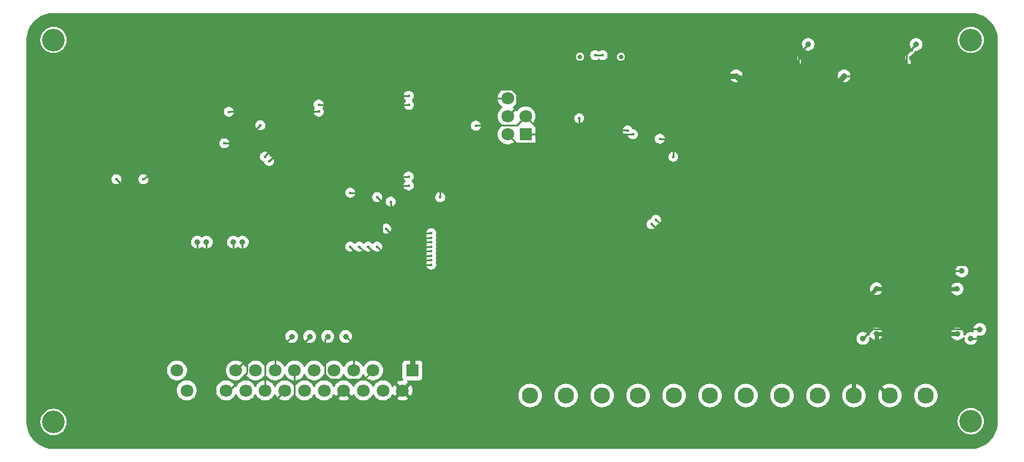
<source format=gbr>
%TF.GenerationSoftware,KiCad,Pcbnew,8.0.6*%
%TF.CreationDate,2024-11-14T14:16:55+01:00*%
%TF.ProjectId,VCU2.0,56435532-2e30-42e6-9b69-6361645f7063,rev?*%
%TF.SameCoordinates,Original*%
%TF.FileFunction,Soldermask,Top*%
%TF.FilePolarity,Negative*%
%FSLAX46Y46*%
G04 Gerber Fmt 4.6, Leading zero omitted, Abs format (unit mm)*
G04 Created by KiCad (PCBNEW 8.0.6) date 2024-11-14 14:16:55*
%MOMM*%
%LPD*%
G01*
G04 APERTURE LIST*
%ADD10R,1.475000X0.450000*%
%ADD11R,2.780000X3.370000*%
%ADD12R,0.700000X1.925000*%
%ADD13C,3.200000*%
%ADD14R,0.864008X0.806477*%
%ADD15R,1.400000X1.200000*%
%ADD16C,2.300000*%
%ADD17C,5.000000*%
%ADD18C,1.800000*%
%ADD19R,1.800000X1.800000*%
%ADD20R,1.300000X0.300000*%
%ADD21O,0.588011X2.045009*%
%ADD22O,0.364008X1.742012*%
%ADD23R,2.500000X1.100000*%
%ADD24R,2.340005X3.600000*%
%ADD25R,0.280010X0.680010*%
%ADD26R,0.700000X1.250013*%
%ADD27R,0.600000X1.450013*%
%ADD28R,0.300000X1.450013*%
%ADD29R,1.800000X1.450013*%
%ADD30C,0.649987*%
%ADD31O,1.000000X1.700000*%
%ADD32R,0.280010X0.905004*%
%ADD33R,0.905004X0.280010*%
%ADD34R,3.350013X3.350013*%
%ADD35R,1.500000X0.900000*%
%ADD36R,0.900000X1.500000*%
%ADD37R,0.900000X0.900000*%
%ADD38R,2.300000X1.500000*%
%ADD39R,0.806477X0.864008*%
%ADD40R,1.750013X3.500000*%
%ADD41R,2.424003X3.420015*%
%ADD42R,0.800000X0.900000*%
%ADD43R,1.350013X1.410008*%
%ADD44R,2.300000X3.000000*%
%ADD45R,0.900000X0.800000*%
%ADD46R,1.100000X2.600000*%
%TA.AperFunction,ComponentPad*%
%ADD47C,2.300000*%
%TD*%
%TA.AperFunction,ComponentPad*%
%ADD48C,5.000000*%
%TD*%
%TA.AperFunction,ComponentPad*%
%ADD49C,1.800000*%
%TD*%
%TA.AperFunction,ComponentPad*%
%ADD50R,1.800000X1.800000*%
%TD*%
%TA.AperFunction,ComponentPad*%
%ADD51O,1.000000X1.700000*%
%TD*%
%TA.AperFunction,ViaPad*%
%ADD52C,0.400000*%
%TD*%
%TA.AperFunction,ViaPad*%
%ADD53C,0.800000*%
%TD*%
%TA.AperFunction,Conductor*%
%ADD54C,0.250000*%
%TD*%
%TA.AperFunction,Conductor*%
%ADD55C,0.600000*%
%TD*%
%TA.AperFunction,Conductor*%
%ADD56C,0.800000*%
%TD*%
G04 APERTURE END LIST*
D10*
%TO.C,IC604*%
X154068000Y-155577000D03*
X154068000Y-154927000D03*
X154068000Y-154277000D03*
X154068000Y-153627000D03*
X154068000Y-152977000D03*
X154068000Y-152327000D03*
X154068000Y-151677000D03*
X154068000Y-151027000D03*
X148192000Y-151027000D03*
X148192000Y-151677000D03*
X148192000Y-152327000D03*
X148192000Y-152977000D03*
X148192000Y-153627000D03*
X148192000Y-154277000D03*
X148192000Y-154927000D03*
X148192000Y-155577000D03*
D11*
X151130000Y-153302000D03*
%TD*%
D12*
%TO.C,IC603*%
X130175000Y-143510000D03*
X128905000Y-143510000D03*
X127635000Y-143510000D03*
X126365000Y-143510000D03*
X125095000Y-143510000D03*
X123825000Y-143510000D03*
X122555000Y-143510000D03*
X121285000Y-143510000D03*
X120015000Y-143510000D03*
X118745000Y-143510000D03*
X118745000Y-152934000D03*
X120015000Y-152934000D03*
X121285000Y-152934000D03*
X122555000Y-152934000D03*
X123825000Y-152934000D03*
X125095000Y-152934000D03*
X126365000Y-152934000D03*
X127635000Y-152934000D03*
X128905000Y-152934000D03*
X130175000Y-152934000D03*
%TD*%
%TO.C,IC602*%
X109855000Y-152934000D03*
X108585000Y-152934000D03*
X107315000Y-152934000D03*
X106045000Y-152934000D03*
X104775000Y-152934000D03*
X103505000Y-152934000D03*
X102235000Y-152934000D03*
X100965000Y-152934000D03*
X99695000Y-152934000D03*
X98425000Y-152934000D03*
X98425000Y-143510000D03*
X99695000Y-143510000D03*
X100965000Y-143510000D03*
X102235000Y-143510000D03*
X103505000Y-143510000D03*
X104775000Y-143510000D03*
X106045000Y-143510000D03*
X107315000Y-143510000D03*
X108585000Y-143510000D03*
X109855000Y-143510000D03*
%TD*%
D10*
%TO.C,IC601*%
X154068000Y-149227000D03*
X154068000Y-148577000D03*
X154068000Y-147927000D03*
X154068000Y-147277000D03*
X154068000Y-146627000D03*
X154068000Y-145977000D03*
X154068000Y-145327000D03*
X154068000Y-144677000D03*
X148192000Y-144677000D03*
X148192000Y-145327000D03*
X148192000Y-145977000D03*
X148192000Y-146627000D03*
X148192000Y-147277000D03*
X148192000Y-147927000D03*
X148192000Y-148577000D03*
X148192000Y-149227000D03*
D11*
X151130000Y-146952000D03*
%TD*%
D13*
%TO.C,H604*%
X29210000Y-164465000D03*
%TD*%
%TO.C,H603*%
X29210000Y-110490000D03*
%TD*%
%TO.C,H602*%
X158750000Y-164365000D03*
%TD*%
%TO.C,H601*%
X158750000Y-110490000D03*
%TD*%
D14*
%TO.C,R417*%
X73025000Y-145016732D03*
X73025000Y-143510000D03*
%TD*%
%TO.C,R410*%
X73025000Y-148826732D03*
X73025000Y-147320000D03*
%TD*%
%TO.C,R416*%
X70485000Y-145016732D03*
X70485000Y-143510000D03*
%TD*%
%TO.C,R409*%
X70485000Y-148826732D03*
X70485000Y-147320000D03*
%TD*%
%TO.C,R415*%
X67945000Y-145016732D03*
X67945000Y-143510000D03*
%TD*%
%TO.C,R408*%
X67945000Y-148826732D03*
X67945000Y-147320000D03*
%TD*%
D15*
%TO.C,X401*%
X42375076Y-138849987D03*
X40174924Y-138849987D03*
X40174924Y-140550013D03*
X42375076Y-140550013D03*
%TD*%
D16*
%TO.C,U504*%
X142239990Y-160731988D03*
X147320000Y-160731988D03*
X152400010Y-160731988D03*
%TD*%
%TO.C,U503*%
X126999990Y-160731988D03*
X132080000Y-160731988D03*
X137160010Y-160731988D03*
%TD*%
%TO.C,U502*%
X111759990Y-160731988D03*
X116840000Y-160731988D03*
X121920010Y-160731988D03*
%TD*%
%TO.C,U501*%
X96519990Y-160731988D03*
X101600000Y-160731988D03*
X106680010Y-160731988D03*
%TD*%
D17*
%TO.C,U505*%
X39745136Y-158600137D03*
X86785014Y-158600137D03*
D18*
X78500026Y-160020000D03*
X75730150Y-160020000D03*
X72960021Y-160020000D03*
X70190145Y-160020000D03*
X67420016Y-160020000D03*
X64650140Y-160020000D03*
X61880011Y-160020000D03*
X59110135Y-160020000D03*
X56340006Y-160020000D03*
X53570130Y-160020000D03*
X50800000Y-160020000D03*
X48030125Y-160020000D03*
D19*
X79885091Y-157180020D03*
D18*
X77114961Y-157180020D03*
X74345086Y-157180020D03*
X71574956Y-157180020D03*
X68805080Y-157180020D03*
X66035205Y-157180020D03*
X63265075Y-157180020D03*
X60494946Y-157180020D03*
X57725070Y-157180020D03*
X54954941Y-157180020D03*
X52185065Y-157180020D03*
X49415190Y-157180020D03*
X46645060Y-157180020D03*
%TD*%
D20*
%TO.C,U403*%
X50989987Y-134890127D03*
X50989987Y-135390000D03*
X50989987Y-135889873D03*
X50989987Y-136390000D03*
X50989987Y-136890127D03*
X55690013Y-136889873D03*
X55690013Y-136390000D03*
X55690013Y-135890127D03*
X55690013Y-135390000D03*
X55690013Y-134889873D03*
%TD*%
D21*
%TO.C,U401*%
X41910004Y-146452584D03*
X40640001Y-146452584D03*
X39369999Y-146452584D03*
X38099996Y-146452584D03*
X41910004Y-151997416D03*
X40640001Y-151997416D03*
X39369999Y-151997416D03*
X38099996Y-151997416D03*
%TD*%
D22*
%TO.C,U402*%
X36444930Y-134315968D03*
X37094917Y-134315968D03*
X37744905Y-134315968D03*
X38394892Y-134315968D03*
X39045133Y-134315968D03*
X39695121Y-134315968D03*
X40345108Y-134315968D03*
X40995095Y-134315968D03*
X41645083Y-134315968D03*
X42295070Y-134315968D03*
X36444930Y-128574032D03*
X37094917Y-128574032D03*
X37744905Y-128574032D03*
X38394892Y-128574032D03*
X39045133Y-128574032D03*
X39695121Y-128574032D03*
X40345108Y-128574032D03*
X40995095Y-128574032D03*
X41645083Y-128574032D03*
X42295070Y-128574032D03*
%TD*%
D23*
%TO.C,U203*%
X92504901Y-113424975D03*
X92504901Y-111125000D03*
X92504901Y-108825025D03*
D24*
X86565099Y-111125000D03*
%TD*%
D25*
%TO.C,U202*%
X146716894Y-115575157D03*
X147216767Y-115575157D03*
X147716894Y-115575157D03*
X147716894Y-114294995D03*
X147216767Y-114294995D03*
X146716894Y-114294995D03*
%TD*%
D26*
%TO.C,U304*%
X117054886Y-128540000D03*
X115154962Y-128540000D03*
X116104924Y-130540000D03*
%TD*%
D27*
%TO.C,U305*%
X109704901Y-114314894D03*
X103204901Y-114314894D03*
X108904901Y-114314894D03*
D28*
X108204850Y-114314894D03*
X107704723Y-114314894D03*
X107204850Y-114314894D03*
X106704723Y-114314894D03*
X106204850Y-114314894D03*
X105704723Y-114314894D03*
X105204850Y-114314894D03*
X104704723Y-114314894D03*
D27*
X104004901Y-114314894D03*
D29*
X111524891Y-113400010D03*
X101384937Y-113400010D03*
D30*
X109344805Y-112869403D03*
X103564769Y-112869911D03*
D31*
X102134924Y-109220000D03*
X110774904Y-109220000D03*
%TD*%
D26*
%TO.C,U302*%
X113879886Y-128540000D03*
X111979962Y-128540000D03*
X112929924Y-130540000D03*
%TD*%
D32*
%TO.C,U303*%
X108079797Y-121447555D03*
X107579924Y-121447555D03*
X107079797Y-121447555D03*
X106579924Y-121447555D03*
X106079797Y-121447555D03*
X105579924Y-121447555D03*
X105079797Y-121447555D03*
D33*
X104202479Y-122325127D03*
X104202479Y-122825000D03*
X104202479Y-123325127D03*
X104202479Y-123825000D03*
X104202479Y-124325127D03*
X104202479Y-124825000D03*
X104202479Y-125325127D03*
D32*
X105079797Y-126202445D03*
X105579924Y-126202445D03*
X106079797Y-126202445D03*
X106579924Y-126202445D03*
X107079797Y-126202445D03*
X107579924Y-126202445D03*
X108079797Y-126202445D03*
D33*
X108957369Y-125325127D03*
X108957369Y-124825000D03*
X108957369Y-124325127D03*
X108957369Y-123825000D03*
X108957369Y-123325127D03*
X108957369Y-122825000D03*
X108957369Y-122325127D03*
D34*
X106579924Y-123825000D03*
%TD*%
D35*
%TO.C,U301*%
X64274936Y-117098542D03*
X64274936Y-118368545D03*
X64274936Y-119638547D03*
X64274936Y-120908550D03*
X64274936Y-122178552D03*
X64274936Y-123448555D03*
X64274936Y-124718557D03*
X64274936Y-125988560D03*
X64274936Y-127258563D03*
X64274936Y-128528565D03*
X64274936Y-129798568D03*
X64274936Y-131068570D03*
X64274936Y-132338573D03*
X64274936Y-133608575D03*
D36*
X66039986Y-134888484D03*
X67309989Y-134888484D03*
X68579991Y-134888484D03*
X69849994Y-134888484D03*
X71119996Y-134888484D03*
X72389999Y-134888484D03*
X73660001Y-134888484D03*
X74930004Y-134888484D03*
X76200006Y-134888484D03*
X77470009Y-134888484D03*
X78740011Y-134888484D03*
X80010014Y-134858512D03*
D35*
X81775064Y-133608575D03*
X81775064Y-132338573D03*
X81775064Y-131068570D03*
X81775064Y-129798568D03*
X81775064Y-128528565D03*
X81775064Y-127258563D03*
X81775064Y-125988560D03*
X81775064Y-124718557D03*
X81775064Y-123448555D03*
X81775064Y-122178552D03*
X81775064Y-120908550D03*
X81775064Y-119638547D03*
X81775064Y-118368545D03*
X81775064Y-117098542D03*
D37*
X72924924Y-126218684D03*
X71524873Y-126218684D03*
X70124822Y-126218684D03*
X70124822Y-123418583D03*
X71524873Y-123418583D03*
X72924924Y-123418583D03*
X72924924Y-124818634D03*
X70124822Y-124818634D03*
X71524873Y-124818634D03*
%TD*%
D25*
%TO.C,U201*%
X131476894Y-115575157D03*
X131976767Y-115575157D03*
X132476894Y-115575157D03*
X132476894Y-114294995D03*
X131976767Y-114294995D03*
X131476894Y-114294995D03*
%TD*%
D38*
%TO.C,SW301*%
X37995089Y-118033936D03*
X47094911Y-118034191D03*
X37995089Y-122534064D03*
X47094911Y-122534064D03*
%TD*%
%TO.C,SW302*%
X37995089Y-110779936D03*
X47094911Y-110780191D03*
X37995089Y-115280064D03*
X47094911Y-115280064D03*
%TD*%
D14*
%TO.C,R604*%
X143510000Y-154335268D03*
X143510000Y-155842000D03*
%TD*%
%TO.C,R603*%
X158115000Y-155088634D03*
X158115000Y-156595366D03*
%TD*%
%TO.C,R602*%
X144780000Y-147587000D03*
X144780000Y-149093732D03*
%TD*%
%TO.C,R601*%
X158115000Y-148738634D03*
X158115000Y-150245366D03*
%TD*%
%TO.C,R414*%
X65405000Y-145016732D03*
X65405000Y-143510000D03*
%TD*%
%TO.C,R407*%
X65405000Y-148826732D03*
X65405000Y-147320000D03*
%TD*%
%TO.C,R413*%
X62865000Y-145016732D03*
X62865000Y-143510000D03*
%TD*%
%TO.C,R406*%
X62865000Y-148826732D03*
X62865000Y-147320000D03*
%TD*%
%TO.C,R412*%
X60325000Y-145016732D03*
X60325000Y-143510000D03*
%TD*%
%TO.C,R405*%
X60325000Y-148826732D03*
X60325000Y-147320000D03*
%TD*%
%TO.C,R404*%
X57785000Y-148826732D03*
X57785000Y-147320000D03*
%TD*%
%TO.C,R411*%
X57785000Y-145016732D03*
X57785000Y-143510000D03*
%TD*%
%TO.C,R403*%
X43815000Y-148988268D03*
X43815000Y-150495000D03*
%TD*%
D39*
%TO.C,R401*%
X35441634Y-126365000D03*
X36948366Y-126365000D03*
%TD*%
D14*
%TO.C,R402*%
X34290000Y-130810000D03*
X34290000Y-132316732D03*
%TD*%
%TO.C,R209*%
X141501869Y-111878366D03*
X141501869Y-110371634D03*
%TD*%
%TO.C,R211*%
X143406869Y-111878366D03*
X143406869Y-110371634D03*
%TD*%
D39*
%TO.C,R212*%
X146700235Y-111760000D03*
X145193503Y-111760000D03*
%TD*%
D14*
%TO.C,R207*%
X151661869Y-112911634D03*
X151661869Y-114418366D03*
%TD*%
D39*
%TO.C,R210*%
X148368503Y-111760000D03*
X149875235Y-111760000D03*
%TD*%
%TO.C,R208*%
X149875235Y-109855000D03*
X148368503Y-109855000D03*
%TD*%
%TO.C,R206*%
X131460235Y-111760000D03*
X129953503Y-111760000D03*
%TD*%
D14*
%TO.C,R205*%
X128166869Y-110371634D03*
X128166869Y-111878366D03*
%TD*%
%TO.C,R203*%
X126261869Y-111878366D03*
X126261869Y-110371634D03*
%TD*%
%TO.C,R201*%
X136421869Y-112911634D03*
X136421869Y-114418366D03*
%TD*%
D39*
%TO.C,R204*%
X134635235Y-111760000D03*
X133128503Y-111760000D03*
%TD*%
%TO.C,R202*%
X134635235Y-109855000D03*
X133128503Y-109855000D03*
%TD*%
D14*
%TO.C,R303*%
X54610000Y-127635000D03*
X54610000Y-129141732D03*
%TD*%
%TO.C,R302*%
X56515000Y-127635000D03*
X56515000Y-129141732D03*
%TD*%
D39*
%TO.C,R306*%
X112112111Y-124544434D03*
X113618843Y-124544434D03*
%TD*%
%TO.C,R305*%
X112058192Y-122555000D03*
X113564924Y-122555000D03*
%TD*%
%TO.C,R307*%
X108366558Y-117475000D03*
X109873290Y-117475000D03*
%TD*%
%TO.C,R308*%
X104276656Y-116840000D03*
X102769924Y-116840000D03*
%TD*%
D14*
%TO.C,R304*%
X52070000Y-122156732D03*
X52070000Y-120650000D03*
%TD*%
D39*
%TO.C,R301*%
X53221634Y-116840000D03*
X54728366Y-116840000D03*
%TD*%
D40*
%TO.C,L202*%
X147321774Y-120650000D03*
X144571964Y-120650000D03*
%TD*%
D41*
%TO.C,L201*%
X133350000Y-120650000D03*
X126793738Y-120650000D03*
%TD*%
D18*
%TO.C,H301*%
X93344997Y-118744995D03*
X95885003Y-118744995D03*
X93344997Y-121285000D03*
X95885003Y-121285000D03*
X93344997Y-123825005D03*
D19*
X95885003Y-123825005D03*
%TD*%
D42*
%TO.C,C404*%
X52574950Y-132715000D03*
X53975000Y-132715000D03*
%TD*%
%TO.C,C401*%
X40640000Y-144145000D03*
X39239950Y-144145000D03*
%TD*%
%TO.C,C403*%
X38100000Y-138430000D03*
X36699950Y-138430000D03*
%TD*%
%TO.C,C402*%
X43114975Y-136525000D03*
X44515025Y-136525000D03*
%TD*%
D43*
%TO.C,C213*%
X98219901Y-111490000D03*
X98219901Y-109490000D03*
%TD*%
%TO.C,C214*%
X95679901Y-111125000D03*
X95679901Y-113125000D03*
%TD*%
D42*
%TO.C,C212*%
X146011894Y-135844230D03*
X144611844Y-135844230D03*
%TD*%
D44*
%TO.C,C211*%
X148664295Y-132080000D03*
X141959443Y-132080000D03*
%TD*%
%TO.C,C210*%
X148664295Y-127000000D03*
X141959443Y-127000000D03*
%TD*%
D42*
%TO.C,C209*%
X145246844Y-109855000D03*
X146646894Y-109855000D03*
%TD*%
D45*
%TO.C,C208*%
X144676869Y-114234975D03*
X144676869Y-115635025D03*
%TD*%
D43*
%TO.C,C207*%
X142771869Y-113935000D03*
X142771869Y-115935000D03*
%TD*%
D42*
%TO.C,C206*%
X130771894Y-135890000D03*
X129371844Y-135890000D03*
%TD*%
D44*
%TO.C,C205*%
X133424295Y-132080000D03*
X126719443Y-132080000D03*
%TD*%
%TO.C,C204*%
X133424295Y-127000000D03*
X126719443Y-127000000D03*
%TD*%
D42*
%TO.C,C203*%
X130006844Y-109855000D03*
X131406894Y-109855000D03*
%TD*%
D43*
%TO.C,C201*%
X127531869Y-113935000D03*
X127531869Y-115935000D03*
%TD*%
D45*
%TO.C,C202*%
X129436869Y-114234975D03*
X129436869Y-115635025D03*
%TD*%
D42*
%TO.C,C305*%
X101369874Y-120650000D03*
X102769924Y-120650000D03*
%TD*%
%TO.C,C304*%
X102807118Y-118648303D03*
X104207168Y-118648303D03*
%TD*%
D46*
%TO.C,C302*%
X57785000Y-114405025D03*
X57785000Y-118004975D03*
%TD*%
D43*
%TO.C,C301*%
X35560000Y-112030000D03*
X35560000Y-114030000D03*
%TD*%
D45*
%TO.C,C303*%
X60960000Y-116774975D03*
X60960000Y-118175025D03*
%TD*%
D47*
%TO.P,U504,1,1*%
%TO.N,/Connector/PWO0*%
X142239990Y-160731988D03*
%TO.P,U504,2,2*%
%TO.N,/Connector/PWO1*%
X147320000Y-160731988D03*
%TO.P,U504,3,3*%
%TO.N,+12P*%
X152400010Y-160731988D03*
%TD*%
%TO.P,U503,1,1*%
%TO.N,/Connector/LPWO6*%
X126999990Y-160731988D03*
%TO.P,U503,2,2*%
%TO.N,/Connector/LPWO7*%
X132080000Y-160731988D03*
%TO.P,U503,3,3*%
%TO.N,+12P*%
X137160010Y-160731988D03*
%TD*%
%TO.P,U502,1,1*%
%TO.N,/Connector/LPWO3*%
X111759990Y-160731988D03*
%TO.P,U502,2,2*%
%TO.N,/Connector/LPWO4*%
X116840000Y-160731988D03*
%TO.P,U502,3,3*%
%TO.N,/Connector/LPWO5*%
X121920010Y-160731988D03*
%TD*%
%TO.P,U501,1,1*%
%TO.N,/Connector/LPWO0*%
X96519990Y-160731988D03*
%TO.P,U501,2,2*%
%TO.N,/Connector/LPWO1*%
X101600000Y-160731988D03*
%TO.P,U501,3,3*%
%TO.N,/Connector/LPWO2*%
X106680010Y-160731988D03*
%TD*%
D48*
%TO.P,U505,27,27*%
%TO.N,GND*%
X39745136Y-158600137D03*
%TO.P,U505,26,26*%
X86785014Y-158600137D03*
D49*
%TO.P,U505,14,14*%
%TO.N,+3.3V*%
X78500026Y-160020000D03*
%TO.P,U505,15,15*%
%TO.N,/Connector/SDA*%
X75730150Y-160020000D03*
%TO.P,U505,16,16*%
%TO.N,/Connector/SCL*%
X72960021Y-160020000D03*
%TO.P,U505,17,17*%
%TO.N,+5V*%
X70190145Y-160020000D03*
%TO.P,U505,18,18*%
%TO.N,unconnected-(U505-Pad18)*%
X67420016Y-160020000D03*
%TO.P,U505,19,19*%
%TO.N,unconnected-(U505-Pad19)*%
X64650140Y-160020000D03*
%TO.P,U505,20,20*%
%TO.N,/Connector/A1*%
X61880011Y-160020000D03*
%TO.P,U505,21,21*%
%TO.N,/Connector/A3*%
X59110135Y-160020000D03*
%TO.P,U505,22,22*%
%TO.N,/Connector/P2H*%
X56340006Y-160020000D03*
%TO.P,U505,23,23*%
%TO.N,/Connector/P4H*%
X53570130Y-160020000D03*
%TO.P,U505,24,24*%
%TO.N,GND*%
X50800000Y-160020000D03*
%TO.P,U505,25,25*%
%TO.N,/Connector/CAN_H*%
X48030125Y-160020000D03*
D50*
%TO.P,U505,1,1*%
%TO.N,+12V*%
X79885091Y-157180020D03*
D49*
%TO.P,U505,2,2*%
%TO.N,GND*%
X77114961Y-157180020D03*
%TO.P,U505,3,3*%
%TO.N,/Connector/P5H*%
X74345086Y-157180020D03*
%TO.P,U505,4,4*%
%TO.N,/Connector/P6H*%
X71574956Y-157180020D03*
%TO.P,U505,5,5*%
%TO.N,/Connector/P7H*%
X68805080Y-157180020D03*
%TO.P,U505,6,6*%
%TO.N,unconnected-(U505-Pad6)*%
X66035205Y-157180020D03*
%TO.P,U505,7,7*%
%TO.N,/Connector/A0*%
X63265075Y-157180020D03*
%TO.P,U505,8,8*%
%TO.N,/Connector/A2*%
X60494946Y-157180020D03*
%TO.P,U505,9,9*%
%TO.N,/Connector/P1H*%
X57725070Y-157180020D03*
%TO.P,U505,10,10*%
%TO.N,/Connector/P3H*%
X54954941Y-157180020D03*
%TO.P,U505,11,11*%
%TO.N,GND*%
X52185065Y-157180020D03*
%TO.P,U505,12,12*%
X49415190Y-157180020D03*
%TO.P,U505,13,13*%
%TO.N,/Connector/CAN_L*%
X46645060Y-157180020D03*
%TD*%
D51*
%TO.P,U305,15,15*%
%TO.N,GND*%
X102134924Y-109220000D03*
%TO.P,U305,14,14*%
X110774904Y-109220000D03*
%TD*%
D49*
%TO.P,H301,6,6*%
%TO.N,/esp32S3/BOOT*%
X93344997Y-118744995D03*
%TO.P,H301,5,5*%
%TO.N,GND*%
X95885003Y-118744995D03*
%TO.P,H301,4,4*%
%TO.N,/esp32S3/EN*%
X93344997Y-121285000D03*
%TO.P,H301,3,3*%
%TO.N,/esp32S3/RX*%
X95885003Y-121285000D03*
%TO.P,H301,2,2*%
%TO.N,/esp32S3/TX*%
X93344997Y-123825005D03*
D50*
%TO.P,H301,1,1*%
%TO.N,VBUS*%
X95885003Y-123825005D03*
%TD*%
D52*
%TO.N,GND*%
X61595000Y-150495000D03*
X61595000Y-151130000D03*
X61595000Y-152400000D03*
X61595000Y-151765000D03*
X60960000Y-150495000D03*
X60960000Y-151130000D03*
X60960000Y-152400000D03*
X60960000Y-151765000D03*
X60325000Y-150495000D03*
X60325000Y-151130000D03*
X60325000Y-152400000D03*
X60325000Y-151765000D03*
X70485000Y-154305000D03*
X69850000Y-154305000D03*
X68580000Y-154305000D03*
X69215000Y-154305000D03*
X66675000Y-154940000D03*
X66040000Y-154940000D03*
X64770000Y-154940000D03*
X65405000Y-154940000D03*
X66040000Y-154305000D03*
X64770000Y-154305000D03*
X65405000Y-154305000D03*
X66675000Y-154305000D03*
X153035000Y-135255000D03*
X153670000Y-135255000D03*
X157480000Y-135255000D03*
X158115000Y-135255000D03*
X156210000Y-135255000D03*
X154305000Y-135255000D03*
X158750000Y-135255000D03*
X154940000Y-135255000D03*
X155575000Y-135255000D03*
X156845000Y-135255000D03*
X153035000Y-134620000D03*
X153670000Y-134620000D03*
X157480000Y-134620000D03*
X158115000Y-134620000D03*
X156210000Y-134620000D03*
X154305000Y-134620000D03*
X158750000Y-134620000D03*
X154940000Y-134620000D03*
X155575000Y-134620000D03*
X156845000Y-134620000D03*
X153035000Y-135890000D03*
X153670000Y-135890000D03*
X157480000Y-135890000D03*
X158115000Y-135890000D03*
X156210000Y-135890000D03*
X154305000Y-135890000D03*
X158750000Y-135890000D03*
X154940000Y-135890000D03*
X155575000Y-135890000D03*
X156845000Y-135890000D03*
X153035000Y-136525000D03*
X153670000Y-136525000D03*
X157480000Y-136525000D03*
X158115000Y-136525000D03*
X156210000Y-136525000D03*
X154305000Y-136525000D03*
X158750000Y-136525000D03*
X154940000Y-136525000D03*
X155575000Y-136525000D03*
X156845000Y-136525000D03*
X136509329Y-139679032D03*
X137144329Y-139679032D03*
X140954329Y-139679032D03*
X141589329Y-139679032D03*
X139684329Y-139679032D03*
X137779329Y-139679032D03*
X142224329Y-139679032D03*
X138414329Y-139679032D03*
X139049329Y-139679032D03*
X140319329Y-139679032D03*
X136525000Y-140335000D03*
X137160000Y-140335000D03*
X140970000Y-140335000D03*
X141605000Y-140335000D03*
X139700000Y-140335000D03*
X137795000Y-140335000D03*
X142240000Y-140335000D03*
X138430000Y-140335000D03*
X139065000Y-140335000D03*
X140335000Y-140335000D03*
X136525000Y-140970000D03*
X137160000Y-140970000D03*
X140970000Y-140970000D03*
X141605000Y-140970000D03*
X139700000Y-140970000D03*
X137795000Y-140970000D03*
X142240000Y-140970000D03*
X138430000Y-140970000D03*
X139065000Y-140970000D03*
X140335000Y-140970000D03*
X85090000Y-150495000D03*
X85725000Y-150495000D03*
X89535000Y-150495000D03*
X90170000Y-150495000D03*
X88265000Y-150495000D03*
X86360000Y-150495000D03*
X90805000Y-150495000D03*
X86995000Y-150495000D03*
X87630000Y-150495000D03*
X88900000Y-150495000D03*
X85090000Y-151130000D03*
X85725000Y-151130000D03*
X89535000Y-151130000D03*
X90170000Y-151130000D03*
X88265000Y-151130000D03*
X86360000Y-151130000D03*
X90805000Y-151130000D03*
X86995000Y-151130000D03*
X87630000Y-151130000D03*
X88900000Y-151130000D03*
X85090000Y-151765000D03*
X85725000Y-151765000D03*
X89535000Y-151765000D03*
X90170000Y-151765000D03*
X88265000Y-151765000D03*
X86360000Y-151765000D03*
X90805000Y-151765000D03*
X86995000Y-151765000D03*
X87630000Y-151765000D03*
X88900000Y-151765000D03*
X85090000Y-152400000D03*
X85725000Y-152400000D03*
X89535000Y-152400000D03*
X90170000Y-152400000D03*
X88265000Y-152400000D03*
X86360000Y-152400000D03*
X90805000Y-152400000D03*
X86995000Y-152400000D03*
X87630000Y-152400000D03*
X88900000Y-152400000D03*
X53975000Y-165735000D03*
X54610000Y-165735000D03*
X58420000Y-165735000D03*
X59055000Y-165735000D03*
X57150000Y-165735000D03*
X55245000Y-165735000D03*
X59690000Y-165735000D03*
X55880000Y-165735000D03*
X56515000Y-165735000D03*
X57785000Y-165735000D03*
X53975000Y-165100000D03*
X54610000Y-165100000D03*
X58420000Y-165100000D03*
X59055000Y-165100000D03*
X57150000Y-165100000D03*
X55245000Y-165100000D03*
X59690000Y-165100000D03*
X55880000Y-165100000D03*
X56515000Y-165100000D03*
X57785000Y-165100000D03*
X53975000Y-164465000D03*
X54610000Y-164465000D03*
X58420000Y-164465000D03*
X59055000Y-164465000D03*
X57150000Y-164465000D03*
X55245000Y-164465000D03*
X59690000Y-164465000D03*
X55880000Y-164465000D03*
X56515000Y-164465000D03*
X57785000Y-164465000D03*
X43815000Y-107950000D03*
X44450000Y-107950000D03*
X48260000Y-107950000D03*
X48895000Y-107950000D03*
X46990000Y-107950000D03*
X45085000Y-107950000D03*
X49530000Y-107950000D03*
X45720000Y-107950000D03*
X46355000Y-107950000D03*
X47625000Y-107950000D03*
X43815000Y-107315000D03*
X44450000Y-107315000D03*
X48260000Y-107315000D03*
X48895000Y-107315000D03*
X46990000Y-107315000D03*
X45085000Y-107315000D03*
X49530000Y-107315000D03*
X45720000Y-107315000D03*
X46355000Y-107315000D03*
X47625000Y-107315000D03*
X107315000Y-147955000D03*
X106680000Y-147955000D03*
X106045000Y-147955000D03*
X105410000Y-147955000D03*
X104775000Y-147955000D03*
X104140000Y-147955000D03*
X103505000Y-147955000D03*
X102870000Y-147955000D03*
X102235000Y-147955000D03*
X101600000Y-147955000D03*
%TO.N,VBUS*%
X103447717Y-121560503D03*
%TO.N,GND*%
X57785000Y-141605000D03*
X57785000Y-142240000D03*
%TO.N,/esp32S3/EN*%
X66661912Y-119637171D03*
%TO.N,+5V*%
X34925000Y-125095000D03*
X34290000Y-129540000D03*
X38735000Y-142875000D03*
X142875000Y-135890000D03*
X142875000Y-134620000D03*
X142875000Y-133985000D03*
X142875000Y-136525000D03*
X142875000Y-135255000D03*
X142240000Y-135890000D03*
X142240000Y-134620000D03*
X142240000Y-133985000D03*
X142240000Y-136525000D03*
X142240000Y-135255000D03*
X141605000Y-135890000D03*
X141605000Y-134620000D03*
X141605000Y-133985000D03*
X141605000Y-136525000D03*
X141605000Y-135255000D03*
X140970000Y-135890000D03*
X140970000Y-134620000D03*
X140970000Y-133985000D03*
X140970000Y-136525000D03*
X140970000Y-135255000D03*
X140335000Y-135890000D03*
X140335000Y-134620000D03*
X140335000Y-133985000D03*
X140335000Y-136525000D03*
X140335000Y-135255000D03*
X139700000Y-135890000D03*
X139700000Y-134620000D03*
X139700000Y-133985000D03*
X139700000Y-136525000D03*
X139700000Y-135255000D03*
%TO.N,+3.3V*%
X127635000Y-135890000D03*
X127635000Y-134620000D03*
X127635000Y-133985000D03*
X127635000Y-136525000D03*
X127635000Y-135255000D03*
X127000000Y-135890000D03*
X127000000Y-134620000D03*
X127000000Y-133985000D03*
X127000000Y-136525000D03*
X127000000Y-135255000D03*
X126365000Y-135890000D03*
X126365000Y-134620000D03*
X126365000Y-133985000D03*
X126365000Y-136525000D03*
X126365000Y-135255000D03*
X125730000Y-135890000D03*
X125730000Y-134620000D03*
X125730000Y-133985000D03*
X125730000Y-136525000D03*
X125730000Y-135255000D03*
X125095000Y-135890000D03*
X125095000Y-134620000D03*
X125095000Y-133985000D03*
X125095000Y-136525000D03*
X125095000Y-135255000D03*
X124460000Y-135890000D03*
X124460000Y-134620000D03*
X124460000Y-133985000D03*
X124460000Y-136525000D03*
X124460000Y-135255000D03*
X53975000Y-133985000D03*
X55560261Y-127642072D03*
X52070000Y-123190000D03*
X56515000Y-118745000D03*
X56515000Y-118110000D03*
X56515000Y-117475000D03*
X56515000Y-116840000D03*
X85090000Y-112395000D03*
X85090000Y-111760000D03*
X85090000Y-111125000D03*
X85090000Y-110490000D03*
X85090000Y-109855000D03*
X94615000Y-111125000D03*
%TO.N,/esp32S3/BOOT*%
X83820000Y-132715000D03*
%TO.N,/PowerMGMT/PWI1*%
X114300000Y-135890000D03*
%TO.N,/PowerMGMT/PWI0*%
X113665000Y-136525000D03*
%TO.N,/PowerMGMT/LPWI7*%
X82550000Y-137795000D03*
X76835000Y-133350000D03*
%TO.N,/PowerMGMT/LPWI6*%
X76200000Y-137160000D03*
X82550000Y-138430000D03*
X82550000Y-138430000D03*
%TO.N,/PowerMGMT/LPWI4*%
X82550000Y-139700000D03*
%TO.N,/PowerMGMT/LPWI5*%
X82550000Y-139065000D03*
X74930000Y-132715000D03*
%TO.N,/PowerMGMT/LPWI4*%
X71120000Y-132080000D03*
%TO.N,/PowerMGMT/LPWI0*%
X71120000Y-139700000D03*
%TO.N,/PowerMGMT/LPWI1*%
X72390000Y-139700000D03*
%TO.N,/PowerMGMT/LPWI2*%
X73660000Y-139700000D03*
%TO.N,/PowerMGMT/LPWI3*%
X74930000Y-139700000D03*
X82550000Y-140335000D03*
%TO.N,/PowerMGMT/LPWI2*%
X82550000Y-140970000D03*
%TO.N,/PowerMGMT/LPWI1*%
X82550000Y-141605000D03*
%TO.N,/PowerMGMT/LPWI0*%
X82550000Y-142240000D03*
%TO.N,/esp32S3/BOOT*%
X53975000Y-120650000D03*
X66672272Y-120634916D03*
%TO.N,/IO/CAN_CS*%
X38100000Y-130175000D03*
%TO.N,/IO/CAN_IN*%
X41910000Y-130175000D03*
X79356522Y-129793140D03*
%TO.N,/IO/CAN_CS*%
X79356522Y-131068059D03*
%TO.N,/Connector/SCL*%
X79398548Y-119672028D03*
%TO.N,/Connector/SDA*%
X79367150Y-118392578D03*
%TO.N,/Connector/SCL*%
X59653015Y-127598015D03*
%TO.N,/Connector/SDA*%
X59055000Y-127000000D03*
%TO.N,/IO/MISO*%
X58420000Y-122555000D03*
X53340000Y-125095000D03*
D53*
%TO.N,GND*%
X149121869Y-115570000D03*
X148486869Y-113030000D03*
X145311869Y-113030000D03*
%TO.N,+5V*%
X139582712Y-120007241D03*
X139582712Y-112387241D03*
X144676869Y-132080000D03*
X150391869Y-113030000D03*
%TO.N,+12V*%
X140866869Y-115570000D03*
X151026869Y-111125000D03*
%TO.N,GND*%
X133246869Y-113030000D03*
X133881869Y-115570000D03*
X130071869Y-113030000D03*
%TO.N,+12V*%
X135786869Y-111125000D03*
X125626869Y-115570000D03*
%TO.N,+3.3V*%
X135151869Y-113030000D03*
X129436869Y-132080000D03*
X124356869Y-112395000D03*
X124356869Y-120015000D03*
D52*
%TO.N,/esp32S3/RX*%
X88846268Y-122608732D03*
X110289919Y-123290005D03*
%TO.N,/esp32S3/TX*%
X111024924Y-123825000D03*
%TO.N,Net-(U304-B)*%
X116739924Y-127000000D03*
X114834924Y-124460000D03*
%TO.N,Net-(U303-D+)*%
X106756060Y-112641139D03*
X105704850Y-112641139D03*
D53*
%TO.N,/Connector/A2*%
X55880000Y-139065000D03*
%TO.N,/Connector/A3*%
X54610000Y-139065000D03*
%TO.N,/Connector/A1*%
X50800000Y-139065000D03*
%TO.N,/Connector/A0*%
X49530000Y-139065000D03*
%TO.N,/Connector/P6H*%
X70485000Y-152400000D03*
%TO.N,/Connector/P5H*%
X67945000Y-152400000D03*
%TO.N,/Connector/P4H*%
X65405000Y-152400000D03*
%TO.N,/Connector/P3H*%
X62865000Y-152400000D03*
%TO.N,Net-(IC604-DIA_EN)*%
X143510000Y-152667000D03*
X160020000Y-151397000D03*
%TO.N,/PowerMGMT/PWI1*%
X158750000Y-152667000D03*
%TO.N,/PowerMGMT/PWI0*%
X157480000Y-143142000D03*
%TO.N,/Connector/PWO0*%
X156825511Y-145678278D03*
X145414737Y-145646483D03*
%TO.N,/Connector/PWO1*%
X156845000Y-152032000D03*
X145415000Y-152032000D03*
%TD*%
D54*
%TO.N,/esp32S3/RX*%
X97790003Y-123190000D02*
X95885003Y-121285000D01*
X110289919Y-123290005D02*
X110189914Y-123190000D01*
X110189914Y-123190000D02*
X97790003Y-123190000D01*
%TO.N,/esp32S3/EN*%
X66661912Y-119637171D02*
X74672829Y-119637171D01*
X74672829Y-119637171D02*
X76835000Y-117475000D01*
X76835000Y-117475000D02*
X93980000Y-117475000D01*
X94615000Y-120014997D02*
X93344997Y-121285000D01*
X93980000Y-117475000D02*
X94615000Y-118110000D01*
X94615000Y-118110000D02*
X94615000Y-120014997D01*
%TO.N,/esp32S3/BOOT*%
X83820000Y-132715000D02*
X83820000Y-121285000D01*
X83820000Y-121285000D02*
X86360005Y-118744995D01*
X86360005Y-118744995D02*
X93344997Y-118744995D01*
%TO.N,/PowerMGMT/PWI1*%
X114935000Y-136525000D02*
X114300000Y-135890000D01*
X160020000Y-142240000D02*
X120650000Y-142240000D01*
X120650000Y-142240000D02*
X114935000Y-136525000D01*
X161290000Y-143510000D02*
X160020000Y-142240000D01*
X160388000Y-152667000D02*
X161290000Y-151765000D01*
X158750000Y-152667000D02*
X160388000Y-152667000D01*
X161290000Y-151765000D02*
X161290000Y-143510000D01*
%TO.N,/PowerMGMT/PWI0*%
X120282000Y-143142000D02*
X113665000Y-136525000D01*
X157480000Y-143142000D02*
X120282000Y-143142000D01*
%TO.N,/esp32S3/TX*%
X100476316Y-123825000D02*
X99251311Y-125050005D01*
X99251311Y-125050005D02*
X94569997Y-125050005D01*
X94569997Y-125050005D02*
X93344997Y-123825005D01*
%TO.N,+5V*%
X139582712Y-120007241D02*
X139582712Y-112387241D01*
X150391869Y-114935000D02*
X150391869Y-113030000D01*
X144676869Y-132080000D02*
X151026869Y-125730000D01*
X151026869Y-125730000D02*
X151026869Y-115570000D01*
X151026869Y-115570000D02*
X150391869Y-114935000D01*
%TO.N,+12V*%
X149666869Y-112485000D02*
X151026869Y-111125000D01*
X149666869Y-113755000D02*
X149666869Y-112485000D01*
X147851869Y-115570000D02*
X149666869Y-113755000D01*
X140866869Y-115570000D02*
X147851869Y-115570000D01*
X125626869Y-115570000D02*
X132611869Y-115570000D01*
X134426869Y-113755000D02*
X134426869Y-112485000D01*
X132611869Y-115570000D02*
X134426869Y-113755000D01*
X134426869Y-112485000D02*
X135786869Y-111125000D01*
%TO.N,+3.3V*%
X129436869Y-132080000D02*
X135786869Y-125730000D01*
X135786869Y-125730000D02*
X135786869Y-115570000D01*
X135786869Y-115570000D02*
X135151869Y-114935000D01*
X135151869Y-114935000D02*
X135151869Y-113030000D01*
X124356869Y-120015000D02*
X124356869Y-112395000D01*
%TO.N,/esp32S3/RX*%
X88846268Y-122608732D02*
X88900000Y-122555000D01*
X88900000Y-122555000D02*
X94615003Y-122555000D01*
X94615003Y-122555000D02*
X95885003Y-121285000D01*
%TO.N,/esp32S3/TX*%
X111024924Y-123825000D02*
X100476316Y-123825000D01*
%TO.N,Net-(U304-B)*%
X114834924Y-124460000D02*
X115469924Y-124460000D01*
X115469924Y-124460000D02*
X116739924Y-125730000D01*
X116739924Y-125730000D02*
X116739924Y-127000000D01*
%TO.N,Net-(U303-D+)*%
X105704850Y-112641139D02*
X106756060Y-112641139D01*
%TO.N,/Connector/P5H*%
X67580080Y-152764920D02*
X67945000Y-152400000D01*
X67580080Y-157750080D02*
X67580080Y-152764920D01*
X68235020Y-158405020D02*
X67580080Y-157750080D01*
X73120086Y-158405020D02*
X68235020Y-158405020D01*
X74345086Y-157180020D02*
X73120086Y-158405020D01*
%TO.N,/Connector/P6H*%
X71574956Y-153489956D02*
X70485000Y-152400000D01*
X71574956Y-157180020D02*
X71574956Y-153489956D01*
%TO.N,/Connector/P4H*%
X56500070Y-157494930D02*
X56500070Y-156271287D01*
X53570130Y-160020000D02*
X53975000Y-160020000D01*
X57831357Y-154940000D02*
X62865000Y-154940000D01*
X53975000Y-160020000D02*
X56500070Y-157494930D01*
X62865000Y-154940000D02*
X65405000Y-152400000D01*
X56500070Y-156271287D02*
X57831357Y-154940000D01*
X53570130Y-160020000D02*
X53340000Y-160020000D01*
%TO.N,/Connector/P3H*%
X60960000Y-154305000D02*
X62865000Y-152400000D01*
X54954941Y-157180020D02*
X57829961Y-154305000D01*
X57829961Y-154305000D02*
X60960000Y-154305000D01*
%TO.N,Net-(IC604-DIA_EN)*%
X144870000Y-151307000D02*
X143510000Y-152667000D01*
X159930000Y-151307000D02*
X144870000Y-151307000D01*
X160020000Y-151397000D02*
X159930000Y-151307000D01*
D55*
%TO.N,/Connector/PWO1*%
X145415000Y-152032000D02*
X145415000Y-159017000D01*
X145415000Y-159017000D02*
X147129988Y-160731988D01*
X147129988Y-160731988D02*
X147320000Y-160731988D01*
X156845000Y-152032000D02*
X150495000Y-152032000D01*
X150495000Y-152032000D02*
X145415000Y-152032000D01*
%TO.N,/Connector/PWO0*%
X145414737Y-145646483D02*
X142239990Y-148821230D01*
X142239990Y-148821230D02*
X142239990Y-160731988D01*
X156841278Y-145678278D02*
X156845000Y-145682000D01*
X156825511Y-145678278D02*
X156841278Y-145678278D01*
X145450254Y-145682000D02*
X145414737Y-145646483D01*
X156845000Y-145682000D02*
X145450254Y-145682000D01*
%TD*%
%TA.AperFunction,Conductor*%
%TO.N,+5V*%
G36*
X43232914Y-106699685D02*
G01*
X43278669Y-106752489D01*
X43288613Y-106821647D01*
X43267925Y-106874440D01*
X43190183Y-106987068D01*
X43190182Y-106987068D01*
X43129860Y-107146125D01*
X43129859Y-107146130D01*
X43109355Y-107315000D01*
X43129859Y-107483869D01*
X43129861Y-107483877D01*
X43169550Y-107588530D01*
X43174917Y-107658193D01*
X43169550Y-107676470D01*
X43129861Y-107781122D01*
X43129859Y-107781130D01*
X43109355Y-107950000D01*
X43129859Y-108118869D01*
X43129860Y-108118874D01*
X43190182Y-108277931D01*
X43252475Y-108368177D01*
X43286817Y-108417929D01*
X43392505Y-108511560D01*
X43414150Y-108530736D01*
X43528974Y-108591000D01*
X43564775Y-108609790D01*
X43729944Y-108650500D01*
X43900056Y-108650500D01*
X44065225Y-108609790D01*
X44074874Y-108604725D01*
X44143381Y-108591000D01*
X44190125Y-108604725D01*
X44199775Y-108609790D01*
X44364944Y-108650500D01*
X44535056Y-108650500D01*
X44700225Y-108609790D01*
X44709874Y-108604725D01*
X44778381Y-108591000D01*
X44825125Y-108604725D01*
X44834775Y-108609790D01*
X44999944Y-108650500D01*
X45170056Y-108650500D01*
X45335225Y-108609790D01*
X45344874Y-108604725D01*
X45413381Y-108591000D01*
X45460125Y-108604725D01*
X45469775Y-108609790D01*
X45634944Y-108650500D01*
X45805056Y-108650500D01*
X45970225Y-108609790D01*
X45979874Y-108604725D01*
X46048381Y-108591000D01*
X46095125Y-108604725D01*
X46104775Y-108609790D01*
X46269944Y-108650500D01*
X46440056Y-108650500D01*
X46605225Y-108609790D01*
X46614874Y-108604725D01*
X46683381Y-108591000D01*
X46730125Y-108604725D01*
X46739775Y-108609790D01*
X46904944Y-108650500D01*
X47075056Y-108650500D01*
X47240225Y-108609790D01*
X47249874Y-108604725D01*
X47318381Y-108591000D01*
X47365125Y-108604725D01*
X47374775Y-108609790D01*
X47539944Y-108650500D01*
X47710056Y-108650500D01*
X47875225Y-108609790D01*
X47884874Y-108604725D01*
X47953381Y-108591000D01*
X48000125Y-108604725D01*
X48009775Y-108609790D01*
X48174944Y-108650500D01*
X48345056Y-108650500D01*
X48510225Y-108609790D01*
X48519874Y-108604725D01*
X48588381Y-108591000D01*
X48635125Y-108604725D01*
X48644775Y-108609790D01*
X48809944Y-108650500D01*
X48980056Y-108650500D01*
X49145225Y-108609790D01*
X49154874Y-108604725D01*
X49223381Y-108591000D01*
X49270125Y-108604725D01*
X49279775Y-108609790D01*
X49444944Y-108650500D01*
X49615056Y-108650500D01*
X49780225Y-108609790D01*
X49859692Y-108568081D01*
X49930849Y-108530736D01*
X49930850Y-108530734D01*
X49930852Y-108530734D01*
X50058183Y-108417929D01*
X50154818Y-108277930D01*
X50215140Y-108118872D01*
X50235645Y-107950000D01*
X50215140Y-107781128D01*
X50215139Y-107781126D01*
X50215139Y-107781124D01*
X50175449Y-107676471D01*
X50170082Y-107606808D01*
X50175449Y-107588529D01*
X50215139Y-107483875D01*
X50215140Y-107483870D01*
X50215140Y-107483869D01*
X50235645Y-107315000D01*
X50215140Y-107146128D01*
X50154818Y-106987070D01*
X50154817Y-106987068D01*
X50077075Y-106874440D01*
X50055192Y-106808086D01*
X50072657Y-106740434D01*
X50123925Y-106692964D01*
X50179125Y-106680000D01*
X158749219Y-106680000D01*
X158750840Y-106680010D01*
X158943856Y-106682536D01*
X158955172Y-106683203D01*
X159339967Y-106723646D01*
X159352783Y-106725676D01*
X159730419Y-106805945D01*
X159742954Y-106809304D01*
X160110136Y-106928609D01*
X160122253Y-106933260D01*
X160474964Y-107090297D01*
X160486514Y-107096182D01*
X160820872Y-107289223D01*
X160831753Y-107296289D01*
X161144101Y-107523224D01*
X161154187Y-107531392D01*
X161441096Y-107789725D01*
X161450274Y-107798903D01*
X161708607Y-108085812D01*
X161716775Y-108095898D01*
X161943710Y-108408246D01*
X161950779Y-108419132D01*
X162143813Y-108753478D01*
X162149706Y-108765043D01*
X162306739Y-109117746D01*
X162311390Y-109129863D01*
X162430695Y-109497045D01*
X162434054Y-109509582D01*
X162514322Y-109887214D01*
X162516353Y-109900034D01*
X162556795Y-110284815D01*
X162557463Y-110296153D01*
X162559989Y-110489158D01*
X162560000Y-110490781D01*
X162560000Y-164464218D01*
X162559989Y-164465841D01*
X162557463Y-164658846D01*
X162556795Y-164670184D01*
X162516353Y-165054965D01*
X162514322Y-165067785D01*
X162434054Y-165445417D01*
X162430695Y-165457954D01*
X162311390Y-165825136D01*
X162306739Y-165837253D01*
X162149706Y-166189956D01*
X162143813Y-166201521D01*
X161950779Y-166535867D01*
X161943710Y-166546753D01*
X161716775Y-166859101D01*
X161708607Y-166869187D01*
X161450274Y-167156096D01*
X161441096Y-167165274D01*
X161154187Y-167423607D01*
X161144101Y-167431775D01*
X160831753Y-167658710D01*
X160820867Y-167665779D01*
X160486521Y-167858813D01*
X160474956Y-167864706D01*
X160122253Y-168021739D01*
X160110136Y-168026390D01*
X159742954Y-168145695D01*
X159730417Y-168149054D01*
X159352785Y-168229322D01*
X159339965Y-168231353D01*
X158955184Y-168271795D01*
X158943846Y-168272463D01*
X158757914Y-168274896D01*
X158750839Y-168274989D01*
X158749219Y-168275000D01*
X29210781Y-168275000D01*
X29209160Y-168274989D01*
X29201890Y-168274893D01*
X29016153Y-168272463D01*
X29004815Y-168271795D01*
X28620034Y-168231353D01*
X28607214Y-168229322D01*
X28229582Y-168149054D01*
X28217045Y-168145695D01*
X27849863Y-168026390D01*
X27837746Y-168021739D01*
X27485043Y-167864706D01*
X27473478Y-167858813D01*
X27139132Y-167665779D01*
X27128246Y-167658710D01*
X26815898Y-167431775D01*
X26805812Y-167423607D01*
X26518903Y-167165274D01*
X26509725Y-167156096D01*
X26251392Y-166869187D01*
X26243224Y-166859101D01*
X26016289Y-166546753D01*
X26009220Y-166535867D01*
X25816182Y-166201514D01*
X25810297Y-166189964D01*
X25653260Y-165837253D01*
X25648609Y-165825136D01*
X25529304Y-165457954D01*
X25525945Y-165445417D01*
X25452524Y-165100000D01*
X25445676Y-165067783D01*
X25443646Y-165054965D01*
X25433781Y-164961104D01*
X25403203Y-164670172D01*
X25402536Y-164658856D01*
X25400011Y-164465840D01*
X25400000Y-164464218D01*
X25400000Y-164343711D01*
X27359500Y-164343711D01*
X27359500Y-164586288D01*
X27391161Y-164826785D01*
X27453947Y-165061104D01*
X27540007Y-165268870D01*
X27546776Y-165285212D01*
X27668064Y-165495289D01*
X27668066Y-165495292D01*
X27668067Y-165495293D01*
X27815733Y-165687736D01*
X27815739Y-165687743D01*
X27987256Y-165859260D01*
X27987262Y-165859265D01*
X28179711Y-166006936D01*
X28389788Y-166128224D01*
X28613900Y-166221054D01*
X28848211Y-166283838D01*
X29028586Y-166307584D01*
X29088711Y-166315500D01*
X29088712Y-166315500D01*
X29331289Y-166315500D01*
X29379388Y-166309167D01*
X29571789Y-166283838D01*
X29806100Y-166221054D01*
X30030212Y-166128224D01*
X30240289Y-166006936D01*
X30432738Y-165859265D01*
X30604265Y-165687738D01*
X30751936Y-165495289D01*
X30873224Y-165285212D01*
X30966054Y-165061100D01*
X31028838Y-164826789D01*
X31060500Y-164586288D01*
X31060500Y-164465000D01*
X53269355Y-164465000D01*
X53289859Y-164633869D01*
X53289861Y-164633877D01*
X53329550Y-164738530D01*
X53334917Y-164808193D01*
X53329550Y-164826470D01*
X53289861Y-164931122D01*
X53289859Y-164931130D01*
X53269355Y-165100000D01*
X53289859Y-165268869D01*
X53289861Y-165268877D01*
X53329550Y-165373530D01*
X53334917Y-165443193D01*
X53329550Y-165461470D01*
X53289861Y-165566122D01*
X53289859Y-165566130D01*
X53269355Y-165735000D01*
X53289859Y-165903869D01*
X53289860Y-165903874D01*
X53350182Y-166062931D01*
X53395253Y-166128226D01*
X53446817Y-166202929D01*
X53538145Y-166283838D01*
X53574150Y-166315736D01*
X53688974Y-166376000D01*
X53724775Y-166394790D01*
X53889944Y-166435500D01*
X54060056Y-166435500D01*
X54225225Y-166394790D01*
X54234874Y-166389725D01*
X54303381Y-166376000D01*
X54350125Y-166389725D01*
X54359775Y-166394790D01*
X54524944Y-166435500D01*
X54695056Y-166435500D01*
X54860225Y-166394790D01*
X54869874Y-166389725D01*
X54938381Y-166376000D01*
X54985125Y-166389725D01*
X54994775Y-166394790D01*
X55159944Y-166435500D01*
X55330056Y-166435500D01*
X55495225Y-166394790D01*
X55504874Y-166389725D01*
X55573381Y-166376000D01*
X55620125Y-166389725D01*
X55629775Y-166394790D01*
X55794944Y-166435500D01*
X55965056Y-166435500D01*
X56130225Y-166394790D01*
X56139874Y-166389725D01*
X56208381Y-166376000D01*
X56255125Y-166389725D01*
X56264775Y-166394790D01*
X56429944Y-166435500D01*
X56600056Y-166435500D01*
X56765225Y-166394790D01*
X56774874Y-166389725D01*
X56843381Y-166376000D01*
X56890125Y-166389725D01*
X56899775Y-166394790D01*
X57064944Y-166435500D01*
X57235056Y-166435500D01*
X57400225Y-166394790D01*
X57409874Y-166389725D01*
X57478381Y-166376000D01*
X57525125Y-166389725D01*
X57534775Y-166394790D01*
X57699944Y-166435500D01*
X57870056Y-166435500D01*
X58035225Y-166394790D01*
X58044874Y-166389725D01*
X58113381Y-166376000D01*
X58160125Y-166389725D01*
X58169775Y-166394790D01*
X58334944Y-166435500D01*
X58505056Y-166435500D01*
X58670225Y-166394790D01*
X58679874Y-166389725D01*
X58748381Y-166376000D01*
X58795125Y-166389725D01*
X58804775Y-166394790D01*
X58969944Y-166435500D01*
X59140056Y-166435500D01*
X59305225Y-166394790D01*
X59314874Y-166389725D01*
X59383381Y-166376000D01*
X59430125Y-166389725D01*
X59439775Y-166394790D01*
X59604944Y-166435500D01*
X59775056Y-166435500D01*
X59940225Y-166394790D01*
X60019692Y-166353081D01*
X60090849Y-166315736D01*
X60090850Y-166315734D01*
X60090852Y-166315734D01*
X60218183Y-166202929D01*
X60314818Y-166062930D01*
X60375140Y-165903872D01*
X60395645Y-165735000D01*
X60375140Y-165566128D01*
X60375139Y-165566126D01*
X60375139Y-165566124D01*
X60335449Y-165461471D01*
X60330082Y-165391808D01*
X60335449Y-165373529D01*
X60375139Y-165268875D01*
X60375140Y-165268870D01*
X60375140Y-165268869D01*
X60395645Y-165100000D01*
X60375140Y-164931128D01*
X60375139Y-164931126D01*
X60375139Y-164931124D01*
X60335449Y-164826471D01*
X60330082Y-164756808D01*
X60335449Y-164738529D01*
X60375139Y-164633875D01*
X60375140Y-164633870D01*
X60375140Y-164633869D01*
X60395645Y-164465000D01*
X60375140Y-164296128D01*
X60355261Y-164243711D01*
X156899500Y-164243711D01*
X156899500Y-164486288D01*
X156931161Y-164726785D01*
X156993947Y-164961104D01*
X157032826Y-165054965D01*
X157086776Y-165185212D01*
X157208064Y-165395289D01*
X157208066Y-165395292D01*
X157208067Y-165395293D01*
X157355733Y-165587736D01*
X157355739Y-165587743D01*
X157527256Y-165759260D01*
X157527262Y-165759265D01*
X157719711Y-165906936D01*
X157929788Y-166028224D01*
X158153900Y-166121054D01*
X158388211Y-166183838D01*
X158568586Y-166207584D01*
X158628711Y-166215500D01*
X158628712Y-166215500D01*
X158871289Y-166215500D01*
X158919388Y-166209167D01*
X159111789Y-166183838D01*
X159346100Y-166121054D01*
X159570212Y-166028224D01*
X159780289Y-165906936D01*
X159972738Y-165759265D01*
X160144265Y-165587738D01*
X160291936Y-165395289D01*
X160413224Y-165185212D01*
X160506054Y-164961100D01*
X160568838Y-164726789D01*
X160600500Y-164486288D01*
X160600500Y-164243712D01*
X160568838Y-164003211D01*
X160506054Y-163768900D01*
X160504231Y-163764500D01*
X160413226Y-163544794D01*
X160413224Y-163544788D01*
X160291936Y-163334711D01*
X160144265Y-163142262D01*
X160144260Y-163142256D01*
X159972743Y-162970739D01*
X159972736Y-162970733D01*
X159780293Y-162823067D01*
X159780292Y-162823066D01*
X159780289Y-162823064D01*
X159570212Y-162701776D01*
X159570205Y-162701773D01*
X159346104Y-162608947D01*
X159111785Y-162546161D01*
X158871289Y-162514500D01*
X158871288Y-162514500D01*
X158628712Y-162514500D01*
X158628711Y-162514500D01*
X158388214Y-162546161D01*
X158153895Y-162608947D01*
X157929794Y-162701773D01*
X157929785Y-162701777D01*
X157719706Y-162823067D01*
X157527263Y-162970733D01*
X157527256Y-162970739D01*
X157355739Y-163142256D01*
X157355733Y-163142263D01*
X157208067Y-163334706D01*
X157086777Y-163544785D01*
X157086773Y-163544794D01*
X156993947Y-163768895D01*
X156931161Y-164003214D01*
X156899500Y-164243711D01*
X60355261Y-164243711D01*
X60314818Y-164137070D01*
X60218183Y-163997071D01*
X60090852Y-163884266D01*
X60090849Y-163884263D01*
X59940226Y-163805210D01*
X59775056Y-163764500D01*
X59604944Y-163764500D01*
X59439776Y-163805209D01*
X59430125Y-163810275D01*
X59361616Y-163823999D01*
X59314875Y-163810275D01*
X59305223Y-163805209D01*
X59140056Y-163764500D01*
X58969944Y-163764500D01*
X58804776Y-163805209D01*
X58795125Y-163810275D01*
X58726616Y-163823999D01*
X58679875Y-163810275D01*
X58670223Y-163805209D01*
X58505056Y-163764500D01*
X58334944Y-163764500D01*
X58169776Y-163805209D01*
X58160125Y-163810275D01*
X58091616Y-163823999D01*
X58044875Y-163810275D01*
X58035223Y-163805209D01*
X57870056Y-163764500D01*
X57699944Y-163764500D01*
X57534776Y-163805209D01*
X57525125Y-163810275D01*
X57456616Y-163823999D01*
X57409875Y-163810275D01*
X57400223Y-163805209D01*
X57235056Y-163764500D01*
X57064944Y-163764500D01*
X56899776Y-163805209D01*
X56890125Y-163810275D01*
X56821616Y-163823999D01*
X56774875Y-163810275D01*
X56765223Y-163805209D01*
X56600056Y-163764500D01*
X56429944Y-163764500D01*
X56264776Y-163805209D01*
X56255125Y-163810275D01*
X56186616Y-163823999D01*
X56139875Y-163810275D01*
X56130223Y-163805209D01*
X55965056Y-163764500D01*
X55794944Y-163764500D01*
X55629776Y-163805209D01*
X55620125Y-163810275D01*
X55551616Y-163823999D01*
X55504875Y-163810275D01*
X55495223Y-163805209D01*
X55330056Y-163764500D01*
X55159944Y-163764500D01*
X54994776Y-163805209D01*
X54985125Y-163810275D01*
X54916616Y-163823999D01*
X54869875Y-163810275D01*
X54860223Y-163805209D01*
X54695056Y-163764500D01*
X54524944Y-163764500D01*
X54359776Y-163805209D01*
X54350125Y-163810275D01*
X54281616Y-163823999D01*
X54234875Y-163810275D01*
X54225223Y-163805209D01*
X54060056Y-163764500D01*
X53889944Y-163764500D01*
X53724773Y-163805210D01*
X53574150Y-163884263D01*
X53446816Y-163997072D01*
X53350182Y-164137068D01*
X53289860Y-164296125D01*
X53289859Y-164296130D01*
X53269355Y-164465000D01*
X31060500Y-164465000D01*
X31060500Y-164343712D01*
X31028838Y-164103211D01*
X30966054Y-163868900D01*
X30873224Y-163644788D01*
X30751936Y-163434711D01*
X30691018Y-163355321D01*
X30604266Y-163242263D01*
X30604260Y-163242256D01*
X30432743Y-163070739D01*
X30432736Y-163070733D01*
X30240293Y-162923067D01*
X30240292Y-162923066D01*
X30240289Y-162923064D01*
X30030212Y-162801776D01*
X30030205Y-162801773D01*
X29806104Y-162708947D01*
X29571785Y-162646161D01*
X29331289Y-162614500D01*
X29331288Y-162614500D01*
X29088712Y-162614500D01*
X29088711Y-162614500D01*
X28848214Y-162646161D01*
X28613895Y-162708947D01*
X28389794Y-162801773D01*
X28389785Y-162801777D01*
X28179706Y-162923067D01*
X27987263Y-163070733D01*
X27987256Y-163070739D01*
X27815739Y-163242256D01*
X27815733Y-163242263D01*
X27668067Y-163434706D01*
X27546777Y-163644785D01*
X27546773Y-163644794D01*
X27453947Y-163868895D01*
X27391161Y-164103214D01*
X27359500Y-164343711D01*
X25400000Y-164343711D01*
X25400000Y-158600133D01*
X36739551Y-158600133D01*
X36739551Y-158600140D01*
X36759874Y-158949064D01*
X36759875Y-158949075D01*
X36820564Y-159293264D01*
X36820566Y-159293271D01*
X36920810Y-159628109D01*
X37059243Y-159949032D01*
X37059249Y-159949045D01*
X37234006Y-160251734D01*
X37442720Y-160532086D01*
X37442725Y-160532092D01*
X37566599Y-160663390D01*
X37682578Y-160786320D01*
X37859039Y-160934388D01*
X37950322Y-161010984D01*
X37950330Y-161010990D01*
X38242339Y-161203048D01*
X38242343Y-161203050D01*
X38554685Y-161359914D01*
X38883125Y-161479456D01*
X39223222Y-161560060D01*
X39570377Y-161600637D01*
X39570384Y-161600637D01*
X39919888Y-161600637D01*
X39919895Y-161600637D01*
X40267050Y-161560060D01*
X40607147Y-161479456D01*
X40935587Y-161359914D01*
X41247929Y-161203050D01*
X41539947Y-161010986D01*
X41807694Y-160786320D01*
X42047548Y-160532090D01*
X42256266Y-160251733D01*
X42431025Y-159949041D01*
X42569462Y-159628108D01*
X42669705Y-159293273D01*
X42676131Y-159256834D01*
X42730396Y-158949075D01*
X42730395Y-158949075D01*
X42730398Y-158949064D01*
X42750721Y-158600137D01*
X42749578Y-158580520D01*
X42744111Y-158486653D01*
X42730398Y-158251210D01*
X42729172Y-158244256D01*
X42669707Y-157907009D01*
X42669705Y-157907002D01*
X42669705Y-157907001D01*
X42569462Y-157572166D01*
X42431025Y-157251233D01*
X42389906Y-157180013D01*
X45239760Y-157180013D01*
X45239760Y-157180026D01*
X45258924Y-157411317D01*
X45258926Y-157411328D01*
X45315902Y-157636320D01*
X45409135Y-157848868D01*
X45536076Y-158043167D01*
X45536079Y-158043171D01*
X45536081Y-158043173D01*
X45693276Y-158213933D01*
X45693279Y-158213935D01*
X45693282Y-158213938D01*
X45876425Y-158356484D01*
X45876431Y-158356488D01*
X45876434Y-158356490D01*
X46080557Y-158466956D01*
X46194547Y-158506088D01*
X46300075Y-158542317D01*
X46300077Y-158542317D01*
X46300079Y-158542318D01*
X46529011Y-158580520D01*
X46529012Y-158580520D01*
X46761108Y-158580520D01*
X46761109Y-158580520D01*
X46990041Y-158542318D01*
X47209563Y-158466956D01*
X47413686Y-158356490D01*
X47596844Y-158213933D01*
X47754039Y-158043173D01*
X47880984Y-157848869D01*
X47916442Y-157768033D01*
X47916569Y-157767744D01*
X47961525Y-157714258D01*
X48028261Y-157693568D01*
X48095589Y-157712243D01*
X48142132Y-157764353D01*
X48143681Y-157767744D01*
X48179265Y-157848868D01*
X48306206Y-158043167D01*
X48306209Y-158043171D01*
X48306211Y-158043173D01*
X48463406Y-158213933D01*
X48463409Y-158213935D01*
X48463412Y-158213938D01*
X48646555Y-158356484D01*
X48646561Y-158356488D01*
X48646564Y-158356490D01*
X48850687Y-158466956D01*
X48964677Y-158506088D01*
X49070205Y-158542317D01*
X49070207Y-158542317D01*
X49070209Y-158542318D01*
X49299141Y-158580520D01*
X49299142Y-158580520D01*
X49531238Y-158580520D01*
X49531239Y-158580520D01*
X49760171Y-158542318D01*
X49979693Y-158466956D01*
X50183816Y-158356490D01*
X50366974Y-158213933D01*
X50524169Y-158043173D01*
X50651114Y-157848869D01*
X50686571Y-157768034D01*
X50731526Y-157714549D01*
X50798262Y-157693858D01*
X50865590Y-157712532D01*
X50912134Y-157764642D01*
X50913683Y-157768034D01*
X50949140Y-157848868D01*
X51076081Y-158043167D01*
X51076084Y-158043171D01*
X51076086Y-158043173D01*
X51233281Y-158213933D01*
X51233284Y-158213935D01*
X51233287Y-158213938D01*
X51416430Y-158356484D01*
X51416436Y-158356488D01*
X51416439Y-158356490D01*
X51620562Y-158466956D01*
X51734552Y-158506088D01*
X51840080Y-158542317D01*
X51840082Y-158542317D01*
X51840084Y-158542318D01*
X52069016Y-158580520D01*
X52069017Y-158580520D01*
X52301113Y-158580520D01*
X52301114Y-158580520D01*
X52530046Y-158542318D01*
X52749568Y-158466956D01*
X52953691Y-158356490D01*
X53136849Y-158213933D01*
X53294044Y-158043173D01*
X53420989Y-157848869D01*
X53456447Y-157768032D01*
X53501403Y-157714547D01*
X53568139Y-157693857D01*
X53635467Y-157712532D01*
X53682010Y-157764642D01*
X53683559Y-157768033D01*
X53719016Y-157848868D01*
X53845957Y-158043167D01*
X53845960Y-158043171D01*
X53845962Y-158043173D01*
X54003157Y-158213933D01*
X54003160Y-158213935D01*
X54003163Y-158213938D01*
X54186306Y-158356484D01*
X54186312Y-158356488D01*
X54186315Y-158356490D01*
X54390438Y-158466956D01*
X54390902Y-158467115D01*
X54391065Y-158467231D01*
X54395133Y-158469015D01*
X54394766Y-158469851D01*
X54447920Y-158507497D01*
X54474055Y-158572295D01*
X54461008Y-158640936D01*
X54438328Y-158672080D01*
X54357499Y-158752909D01*
X54296176Y-158786394D01*
X54226484Y-158781410D01*
X54210801Y-158774283D01*
X54134639Y-158733067D01*
X54134636Y-158733066D01*
X54134633Y-158733064D01*
X54134627Y-158733062D01*
X54134625Y-158733061D01*
X53915114Y-158657702D01*
X53743412Y-158629050D01*
X53686179Y-158619500D01*
X53454081Y-158619500D01*
X53408294Y-158627140D01*
X53225145Y-158657702D01*
X53005634Y-158733061D01*
X53005625Y-158733064D01*
X52801501Y-158843531D01*
X52801495Y-158843535D01*
X52618352Y-158986081D01*
X52618349Y-158986084D01*
X52461146Y-159156852D01*
X52334206Y-159351149D01*
X52298621Y-159432276D01*
X52253664Y-159485761D01*
X52186928Y-159506451D01*
X52119601Y-159487776D01*
X52073057Y-159435666D01*
X52071509Y-159432276D01*
X52035923Y-159351149D01*
X51908983Y-159156852D01*
X51908980Y-159156849D01*
X51908979Y-159156847D01*
X51751784Y-158986087D01*
X51751779Y-158986083D01*
X51751777Y-158986081D01*
X51568634Y-158843535D01*
X51568628Y-158843531D01*
X51364504Y-158733064D01*
X51364495Y-158733061D01*
X51144984Y-158657702D01*
X50973282Y-158629050D01*
X50916049Y-158619500D01*
X50683951Y-158619500D01*
X50638164Y-158627140D01*
X50455015Y-158657702D01*
X50235504Y-158733061D01*
X50235495Y-158733064D01*
X50031371Y-158843531D01*
X50031365Y-158843535D01*
X49848222Y-158986081D01*
X49848219Y-158986084D01*
X49691016Y-159156852D01*
X49564076Y-159351149D01*
X49528618Y-159431986D01*
X49483661Y-159485471D01*
X49416925Y-159506161D01*
X49349597Y-159487486D01*
X49303054Y-159435375D01*
X49301511Y-159431997D01*
X49266049Y-159351151D01*
X49247700Y-159323065D01*
X49139108Y-159156852D01*
X49139105Y-159156849D01*
X49139104Y-159156847D01*
X48981909Y-158986087D01*
X48981904Y-158986083D01*
X48981902Y-158986081D01*
X48798759Y-158843535D01*
X48798753Y-158843531D01*
X48594629Y-158733064D01*
X48594620Y-158733061D01*
X48375109Y-158657702D01*
X48203407Y-158629050D01*
X48146174Y-158619500D01*
X47914076Y-158619500D01*
X47868289Y-158627140D01*
X47685140Y-158657702D01*
X47465629Y-158733061D01*
X47465620Y-158733064D01*
X47261496Y-158843531D01*
X47261490Y-158843535D01*
X47078347Y-158986081D01*
X47078344Y-158986084D01*
X46921141Y-159156852D01*
X46794200Y-159351151D01*
X46700967Y-159563699D01*
X46643991Y-159788691D01*
X46643989Y-159788702D01*
X46624825Y-160019993D01*
X46624825Y-160020006D01*
X46643989Y-160251297D01*
X46643991Y-160251308D01*
X46700967Y-160476300D01*
X46794200Y-160688848D01*
X46921141Y-160883147D01*
X46921144Y-160883151D01*
X46921146Y-160883153D01*
X47078341Y-161053913D01*
X47078344Y-161053915D01*
X47078347Y-161053918D01*
X47261490Y-161196464D01*
X47261496Y-161196468D01*
X47261499Y-161196470D01*
X47273658Y-161203050D01*
X47464777Y-161306479D01*
X47465622Y-161306936D01*
X47579612Y-161346068D01*
X47685140Y-161382297D01*
X47685142Y-161382297D01*
X47685144Y-161382298D01*
X47914076Y-161420500D01*
X47914077Y-161420500D01*
X48146173Y-161420500D01*
X48146174Y-161420500D01*
X48375106Y-161382298D01*
X48594628Y-161306936D01*
X48798751Y-161196470D01*
X48799295Y-161196047D01*
X48860254Y-161148600D01*
X48981909Y-161053913D01*
X49139104Y-160883153D01*
X49266049Y-160688849D01*
X49301506Y-160608014D01*
X49346461Y-160554529D01*
X49413197Y-160533838D01*
X49480525Y-160552512D01*
X49527069Y-160604622D01*
X49528618Y-160608014D01*
X49564075Y-160688848D01*
X49691016Y-160883147D01*
X49691019Y-160883151D01*
X49691021Y-160883153D01*
X49848216Y-161053913D01*
X49848219Y-161053915D01*
X49848222Y-161053918D01*
X50031365Y-161196464D01*
X50031371Y-161196468D01*
X50031374Y-161196470D01*
X50043533Y-161203050D01*
X50234652Y-161306479D01*
X50235497Y-161306936D01*
X50349487Y-161346068D01*
X50455015Y-161382297D01*
X50455017Y-161382297D01*
X50455019Y-161382298D01*
X50683951Y-161420500D01*
X50683952Y-161420500D01*
X50916048Y-161420500D01*
X50916049Y-161420500D01*
X51144981Y-161382298D01*
X51364503Y-161306936D01*
X51568626Y-161196470D01*
X51569170Y-161196047D01*
X51630129Y-161148600D01*
X51751784Y-161053913D01*
X51908979Y-160883153D01*
X52035924Y-160688849D01*
X52071382Y-160608013D01*
X52071509Y-160607724D01*
X52116465Y-160554238D01*
X52183201Y-160533548D01*
X52250529Y-160552223D01*
X52297072Y-160604333D01*
X52298621Y-160607724D01*
X52334205Y-160688848D01*
X52461146Y-160883147D01*
X52461149Y-160883151D01*
X52461151Y-160883153D01*
X52618346Y-161053913D01*
X52618349Y-161053915D01*
X52618352Y-161053918D01*
X52801495Y-161196464D01*
X52801501Y-161196468D01*
X52801504Y-161196470D01*
X52813663Y-161203050D01*
X53004782Y-161306479D01*
X53005627Y-161306936D01*
X53119617Y-161346068D01*
X53225145Y-161382297D01*
X53225147Y-161382297D01*
X53225149Y-161382298D01*
X53454081Y-161420500D01*
X53454082Y-161420500D01*
X53686178Y-161420500D01*
X53686179Y-161420500D01*
X53915111Y-161382298D01*
X54134633Y-161306936D01*
X54338756Y-161196470D01*
X54339300Y-161196047D01*
X54400259Y-161148600D01*
X54521914Y-161053913D01*
X54679109Y-160883153D01*
X54806054Y-160688849D01*
X54841512Y-160608012D01*
X54886468Y-160554527D01*
X54953204Y-160533837D01*
X55020532Y-160552512D01*
X55067075Y-160604622D01*
X55068624Y-160608013D01*
X55104081Y-160688848D01*
X55231022Y-160883147D01*
X55231025Y-160883151D01*
X55231027Y-160883153D01*
X55388222Y-161053913D01*
X55388225Y-161053915D01*
X55388228Y-161053918D01*
X55571371Y-161196464D01*
X55571377Y-161196468D01*
X55571380Y-161196470D01*
X55583539Y-161203050D01*
X55774658Y-161306479D01*
X55775503Y-161306936D01*
X55889493Y-161346068D01*
X55995021Y-161382297D01*
X55995023Y-161382297D01*
X55995025Y-161382298D01*
X56223957Y-161420500D01*
X56223958Y-161420500D01*
X56456054Y-161420500D01*
X56456055Y-161420500D01*
X56684987Y-161382298D01*
X56904509Y-161306936D01*
X57108632Y-161196470D01*
X57109176Y-161196047D01*
X57170135Y-161148600D01*
X57291790Y-161053913D01*
X57448985Y-160883153D01*
X57575930Y-160688849D01*
X57611514Y-160607723D01*
X57656470Y-160554239D01*
X57723205Y-160533549D01*
X57790533Y-160552223D01*
X57837077Y-160604333D01*
X57838626Y-160607724D01*
X57874211Y-160688850D01*
X58001151Y-160883147D01*
X58001154Y-160883151D01*
X58001156Y-160883153D01*
X58158351Y-161053913D01*
X58158354Y-161053915D01*
X58158357Y-161053918D01*
X58341500Y-161196464D01*
X58341506Y-161196468D01*
X58341509Y-161196470D01*
X58353668Y-161203050D01*
X58544787Y-161306479D01*
X58545632Y-161306936D01*
X58659622Y-161346068D01*
X58765150Y-161382297D01*
X58765152Y-161382297D01*
X58765154Y-161382298D01*
X58994086Y-161420500D01*
X58994087Y-161420500D01*
X59226183Y-161420500D01*
X59226184Y-161420500D01*
X59455116Y-161382298D01*
X59674638Y-161306936D01*
X59878761Y-161196470D01*
X59879305Y-161196047D01*
X59940264Y-161148600D01*
X60061919Y-161053913D01*
X60219114Y-160883153D01*
X60346059Y-160688849D01*
X60381517Y-160608012D01*
X60426473Y-160554527D01*
X60493209Y-160533837D01*
X60560537Y-160552512D01*
X60607080Y-160604622D01*
X60608629Y-160608013D01*
X60644086Y-160688848D01*
X60771027Y-160883147D01*
X60771030Y-160883151D01*
X60771032Y-160883153D01*
X60928227Y-161053913D01*
X60928230Y-161053915D01*
X60928233Y-161053918D01*
X61111376Y-161196464D01*
X61111382Y-161196468D01*
X61111385Y-161196470D01*
X61123544Y-161203050D01*
X61314663Y-161306479D01*
X61315508Y-161306936D01*
X61429498Y-161346068D01*
X61535026Y-161382297D01*
X61535028Y-161382297D01*
X61535030Y-161382298D01*
X61763962Y-161420500D01*
X61763963Y-161420500D01*
X61996059Y-161420500D01*
X61996060Y-161420500D01*
X62224992Y-161382298D01*
X62444514Y-161306936D01*
X62648637Y-161196470D01*
X62649181Y-161196047D01*
X62710140Y-161148600D01*
X62831795Y-161053913D01*
X62988990Y-160883153D01*
X63115935Y-160688849D01*
X63151519Y-160607723D01*
X63196475Y-160554239D01*
X63263210Y-160533549D01*
X63330538Y-160552223D01*
X63377082Y-160604333D01*
X63378631Y-160607724D01*
X63414216Y-160688850D01*
X63541156Y-160883147D01*
X63541159Y-160883151D01*
X63541161Y-160883153D01*
X63698356Y-161053913D01*
X63698359Y-161053915D01*
X63698362Y-161053918D01*
X63881505Y-161196464D01*
X63881511Y-161196468D01*
X63881514Y-161196470D01*
X63893673Y-161203050D01*
X64084792Y-161306479D01*
X64085637Y-161306936D01*
X64199627Y-161346068D01*
X64305155Y-161382297D01*
X64305157Y-161382297D01*
X64305159Y-161382298D01*
X64534091Y-161420500D01*
X64534092Y-161420500D01*
X64766188Y-161420500D01*
X64766189Y-161420500D01*
X64995121Y-161382298D01*
X65214643Y-161306936D01*
X65418766Y-161196470D01*
X65419310Y-161196047D01*
X65480269Y-161148600D01*
X65601924Y-161053913D01*
X65759119Y-160883153D01*
X65886064Y-160688849D01*
X65921522Y-160608012D01*
X65966478Y-160554527D01*
X66033214Y-160533837D01*
X66100542Y-160552512D01*
X66147085Y-160604622D01*
X66148634Y-160608013D01*
X66184091Y-160688848D01*
X66311032Y-160883147D01*
X66311035Y-160883151D01*
X66311037Y-160883153D01*
X66468232Y-161053913D01*
X66468235Y-161053915D01*
X66468238Y-161053918D01*
X66651381Y-161196464D01*
X66651387Y-161196468D01*
X66651390Y-161196470D01*
X66663549Y-161203050D01*
X66854668Y-161306479D01*
X66855513Y-161306936D01*
X66969503Y-161346068D01*
X67075031Y-161382297D01*
X67075033Y-161382297D01*
X67075035Y-161382298D01*
X67303967Y-161420500D01*
X67303968Y-161420500D01*
X67536064Y-161420500D01*
X67536065Y-161420500D01*
X67764997Y-161382298D01*
X67984519Y-161306936D01*
X68188642Y-161196470D01*
X68189186Y-161196047D01*
X68250145Y-161148600D01*
X68371800Y-161053913D01*
X68528995Y-160883153D01*
X68655940Y-160688849D01*
X68691797Y-160607102D01*
X68736752Y-160553617D01*
X68803488Y-160532926D01*
X68870816Y-160551600D01*
X68917360Y-160603710D01*
X68918909Y-160607102D01*
X68954660Y-160688606D01*
X69038957Y-160817632D01*
X69666346Y-160190243D01*
X69677615Y-160232297D01*
X69750025Y-160357716D01*
X69852429Y-160460120D01*
X69977848Y-160532530D01*
X70019899Y-160543797D01*
X69391346Y-161172351D01*
X69421794Y-161196050D01*
X69625842Y-161306476D01*
X69625851Y-161306479D01*
X69845284Y-161381811D01*
X70074138Y-161420000D01*
X70306152Y-161420000D01*
X70535005Y-161381811D01*
X70754438Y-161306479D01*
X70754446Y-161306476D01*
X70958500Y-161196047D01*
X70988942Y-161172351D01*
X70988943Y-161172350D01*
X70360390Y-160543797D01*
X70402442Y-160532530D01*
X70527861Y-160460120D01*
X70630265Y-160357716D01*
X70702675Y-160232297D01*
X70713942Y-160190244D01*
X71341331Y-160817633D01*
X71425625Y-160688614D01*
X71461252Y-160607392D01*
X71506208Y-160553906D01*
X71572944Y-160533215D01*
X71640272Y-160551889D01*
X71686816Y-160603999D01*
X71688364Y-160607390D01*
X71724094Y-160688845D01*
X71851037Y-160883147D01*
X71851040Y-160883151D01*
X71851042Y-160883153D01*
X72008237Y-161053913D01*
X72008240Y-161053915D01*
X72008243Y-161053918D01*
X72191386Y-161196464D01*
X72191392Y-161196468D01*
X72191395Y-161196470D01*
X72203554Y-161203050D01*
X72394673Y-161306479D01*
X72395518Y-161306936D01*
X72509508Y-161346068D01*
X72615036Y-161382297D01*
X72615038Y-161382297D01*
X72615040Y-161382298D01*
X72843972Y-161420500D01*
X72843973Y-161420500D01*
X73076069Y-161420500D01*
X73076070Y-161420500D01*
X73305002Y-161382298D01*
X73524524Y-161306936D01*
X73728647Y-161196470D01*
X73729191Y-161196047D01*
X73790150Y-161148600D01*
X73911805Y-161053913D01*
X74069000Y-160883153D01*
X74195945Y-160688849D01*
X74231529Y-160607723D01*
X74276485Y-160554239D01*
X74343220Y-160533549D01*
X74410548Y-160552223D01*
X74457092Y-160604333D01*
X74458641Y-160607724D01*
X74494226Y-160688850D01*
X74621166Y-160883147D01*
X74621169Y-160883151D01*
X74621171Y-160883153D01*
X74778366Y-161053913D01*
X74778369Y-161053915D01*
X74778372Y-161053918D01*
X74961515Y-161196464D01*
X74961521Y-161196468D01*
X74961524Y-161196470D01*
X74973683Y-161203050D01*
X75164802Y-161306479D01*
X75165647Y-161306936D01*
X75279637Y-161346068D01*
X75385165Y-161382297D01*
X75385167Y-161382297D01*
X75385169Y-161382298D01*
X75614101Y-161420500D01*
X75614102Y-161420500D01*
X75846198Y-161420500D01*
X75846199Y-161420500D01*
X76075131Y-161382298D01*
X76294653Y-161306936D01*
X76498776Y-161196470D01*
X76499320Y-161196047D01*
X76560279Y-161148600D01*
X76681934Y-161053913D01*
X76839129Y-160883153D01*
X76966074Y-160688849D01*
X77001532Y-160608012D01*
X77046488Y-160554527D01*
X77113224Y-160533837D01*
X77180552Y-160552512D01*
X77227095Y-160604622D01*
X77228644Y-160608013D01*
X77264101Y-160688848D01*
X77391042Y-160883147D01*
X77391045Y-160883151D01*
X77391047Y-160883153D01*
X77548242Y-161053913D01*
X77548245Y-161053915D01*
X77548248Y-161053918D01*
X77731391Y-161196464D01*
X77731397Y-161196468D01*
X77731400Y-161196470D01*
X77743559Y-161203050D01*
X77934678Y-161306479D01*
X77935523Y-161306936D01*
X78049513Y-161346068D01*
X78155041Y-161382297D01*
X78155043Y-161382297D01*
X78155045Y-161382298D01*
X78383977Y-161420500D01*
X78383978Y-161420500D01*
X78616074Y-161420500D01*
X78616075Y-161420500D01*
X78845007Y-161382298D01*
X79064529Y-161306936D01*
X79268652Y-161196470D01*
X79269196Y-161196047D01*
X79330155Y-161148600D01*
X79451810Y-161053913D01*
X79609005Y-160883153D01*
X79735950Y-160688849D01*
X79829183Y-160476300D01*
X79886160Y-160251305D01*
X79905326Y-160020000D01*
X79905326Y-160019993D01*
X79886161Y-159788702D01*
X79886159Y-159788691D01*
X79829183Y-159563699D01*
X79735950Y-159351151D01*
X79609009Y-159156852D01*
X79609006Y-159156849D01*
X79609005Y-159156847D01*
X79451810Y-158986087D01*
X79451805Y-158986083D01*
X79451803Y-158986081D01*
X79268660Y-158843535D01*
X79268649Y-158843528D01*
X79213298Y-158813573D01*
X79163708Y-158764353D01*
X79148601Y-158696137D01*
X79172772Y-158630581D01*
X79213129Y-158600133D01*
X83779429Y-158600133D01*
X83779429Y-158600140D01*
X83799752Y-158949064D01*
X83799753Y-158949075D01*
X83860442Y-159293264D01*
X83860444Y-159293271D01*
X83960688Y-159628109D01*
X84099121Y-159949032D01*
X84099127Y-159949045D01*
X84273884Y-160251734D01*
X84482598Y-160532086D01*
X84482603Y-160532092D01*
X84606477Y-160663390D01*
X84722456Y-160786320D01*
X84898917Y-160934388D01*
X84990200Y-161010984D01*
X84990208Y-161010990D01*
X85282217Y-161203048D01*
X85282221Y-161203050D01*
X85594563Y-161359914D01*
X85923003Y-161479456D01*
X86263100Y-161560060D01*
X86610255Y-161600637D01*
X86610262Y-161600637D01*
X86959766Y-161600637D01*
X86959773Y-161600637D01*
X87306928Y-161560060D01*
X87647025Y-161479456D01*
X87975465Y-161359914D01*
X88287807Y-161203050D01*
X88579825Y-161010986D01*
X88847572Y-160786320D01*
X88898832Y-160731988D01*
X94864386Y-160731988D01*
X94884768Y-160990978D01*
X94945417Y-161243598D01*
X95044833Y-161483611D01*
X95044835Y-161483615D01*
X95044836Y-161483616D01*
X95180578Y-161705128D01*
X95349301Y-161902677D01*
X95546850Y-162071400D01*
X95768362Y-162207142D01*
X95768364Y-162207142D01*
X95768366Y-162207144D01*
X95829683Y-162232542D01*
X96008380Y-162306561D01*
X96260996Y-162367209D01*
X96519990Y-162387592D01*
X96778984Y-162367209D01*
X97031600Y-162306561D01*
X97271618Y-162207142D01*
X97493130Y-162071400D01*
X97690679Y-161902677D01*
X97859402Y-161705128D01*
X97995144Y-161483616D01*
X98094563Y-161243598D01*
X98155211Y-160990982D01*
X98175594Y-160731988D01*
X99944396Y-160731988D01*
X99964778Y-160990978D01*
X100025427Y-161243598D01*
X100124843Y-161483611D01*
X100124845Y-161483615D01*
X100124846Y-161483616D01*
X100260588Y-161705128D01*
X100429311Y-161902677D01*
X100626860Y-162071400D01*
X100848372Y-162207142D01*
X100848374Y-162207142D01*
X100848376Y-162207144D01*
X100909693Y-162232542D01*
X101088390Y-162306561D01*
X101341006Y-162367209D01*
X101600000Y-162387592D01*
X101858994Y-162367209D01*
X102111610Y-162306561D01*
X102351628Y-162207142D01*
X102573140Y-162071400D01*
X102770689Y-161902677D01*
X102939412Y-161705128D01*
X103075154Y-161483616D01*
X103174573Y-161243598D01*
X103235221Y-160990982D01*
X103255604Y-160731988D01*
X105024406Y-160731988D01*
X105044788Y-160990978D01*
X105105437Y-161243598D01*
X105204853Y-161483611D01*
X105204855Y-161483615D01*
X105204856Y-161483616D01*
X105340598Y-161705128D01*
X105509321Y-161902677D01*
X105706870Y-162071400D01*
X105928382Y-162207142D01*
X105928384Y-162207142D01*
X105928386Y-162207144D01*
X105989703Y-162232542D01*
X106168400Y-162306561D01*
X106421016Y-162367209D01*
X106680010Y-162387592D01*
X106939004Y-162367209D01*
X107191620Y-162306561D01*
X107431638Y-162207142D01*
X107653150Y-162071400D01*
X107850699Y-161902677D01*
X108019422Y-161705128D01*
X108155164Y-161483616D01*
X108254583Y-161243598D01*
X108315231Y-160990982D01*
X108335614Y-160731988D01*
X110104386Y-160731988D01*
X110124768Y-160990978D01*
X110185417Y-161243598D01*
X110284833Y-161483611D01*
X110284835Y-161483615D01*
X110284836Y-161483616D01*
X110420578Y-161705128D01*
X110589301Y-161902677D01*
X110786850Y-162071400D01*
X111008362Y-162207142D01*
X111008364Y-162207142D01*
X111008366Y-162207144D01*
X111069683Y-162232542D01*
X111248380Y-162306561D01*
X111500996Y-162367209D01*
X111759990Y-162387592D01*
X112018984Y-162367209D01*
X112271600Y-162306561D01*
X112511618Y-162207142D01*
X112733130Y-162071400D01*
X112930679Y-161902677D01*
X113099402Y-161705128D01*
X113235144Y-161483616D01*
X113334563Y-161243598D01*
X113395211Y-160990982D01*
X113415594Y-160731988D01*
X115184396Y-160731988D01*
X115204778Y-160990978D01*
X115265427Y-161243598D01*
X115364843Y-161483611D01*
X115364845Y-161483615D01*
X115364846Y-161483616D01*
X115500588Y-161705128D01*
X115669311Y-161902677D01*
X115866860Y-162071400D01*
X116088372Y-162207142D01*
X116088374Y-162207142D01*
X116088376Y-162207144D01*
X116149693Y-162232542D01*
X116328390Y-162306561D01*
X116581006Y-162367209D01*
X116840000Y-162387592D01*
X117098994Y-162367209D01*
X117351610Y-162306561D01*
X117591628Y-162207142D01*
X117813140Y-162071400D01*
X118010689Y-161902677D01*
X118179412Y-161705128D01*
X118315154Y-161483616D01*
X118414573Y-161243598D01*
X118475221Y-160990982D01*
X118495604Y-160731988D01*
X120264406Y-160731988D01*
X120284788Y-160990978D01*
X120345437Y-161243598D01*
X120444853Y-161483611D01*
X120444855Y-161483615D01*
X120444856Y-161483616D01*
X120580598Y-161705128D01*
X120749321Y-161902677D01*
X120946870Y-162071400D01*
X121168382Y-162207142D01*
X121168384Y-162207142D01*
X121168386Y-162207144D01*
X121229703Y-162232542D01*
X121408400Y-162306561D01*
X121661016Y-162367209D01*
X121920010Y-162387592D01*
X122179004Y-162367209D01*
X122431620Y-162306561D01*
X122671638Y-162207142D01*
X122893150Y-162071400D01*
X123090699Y-161902677D01*
X123259422Y-161705128D01*
X123395164Y-161483616D01*
X123494583Y-161243598D01*
X123555231Y-160990982D01*
X123575614Y-160731988D01*
X125344386Y-160731988D01*
X125364768Y-160990978D01*
X125425417Y-161243598D01*
X125524833Y-161483611D01*
X125524835Y-161483615D01*
X125524836Y-161483616D01*
X125660578Y-161705128D01*
X125829301Y-161902677D01*
X126026850Y-162071400D01*
X126248362Y-162207142D01*
X126248364Y-162207142D01*
X126248366Y-162207144D01*
X126309683Y-162232542D01*
X126488380Y-162306561D01*
X126740996Y-162367209D01*
X126999990Y-162387592D01*
X127258984Y-162367209D01*
X127511600Y-162306561D01*
X127751618Y-162207142D01*
X127973130Y-162071400D01*
X128170679Y-161902677D01*
X128339402Y-161705128D01*
X128475144Y-161483616D01*
X128574563Y-161243598D01*
X128635211Y-160990982D01*
X128655594Y-160731988D01*
X130424396Y-160731988D01*
X130444778Y-160990978D01*
X130505427Y-161243598D01*
X130604843Y-161483611D01*
X130604845Y-161483615D01*
X130604846Y-161483616D01*
X130740588Y-161705128D01*
X130909311Y-161902677D01*
X131106860Y-162071400D01*
X131328372Y-162207142D01*
X131328374Y-162207142D01*
X131328376Y-162207144D01*
X131389693Y-162232542D01*
X131568390Y-162306561D01*
X131821006Y-162367209D01*
X132080000Y-162387592D01*
X132338994Y-162367209D01*
X132591610Y-162306561D01*
X132831628Y-162207142D01*
X133053140Y-162071400D01*
X133250689Y-161902677D01*
X133419412Y-161705128D01*
X133555154Y-161483616D01*
X133654573Y-161243598D01*
X133715221Y-160990982D01*
X133735604Y-160731988D01*
X135504406Y-160731988D01*
X135524788Y-160990978D01*
X135585437Y-161243598D01*
X135684853Y-161483611D01*
X135684855Y-161483615D01*
X135684856Y-161483616D01*
X135820598Y-161705128D01*
X135989321Y-161902677D01*
X136186870Y-162071400D01*
X136408382Y-162207142D01*
X136408384Y-162207142D01*
X136408386Y-162207144D01*
X136469703Y-162232542D01*
X136648400Y-162306561D01*
X136901016Y-162367209D01*
X137160010Y-162387592D01*
X137419004Y-162367209D01*
X137671620Y-162306561D01*
X137911638Y-162207142D01*
X138133150Y-162071400D01*
X138330699Y-161902677D01*
X138499422Y-161705128D01*
X138635164Y-161483616D01*
X138734583Y-161243598D01*
X138795231Y-160990982D01*
X138815614Y-160731988D01*
X138795231Y-160472994D01*
X138734583Y-160220378D01*
X138651586Y-160020006D01*
X138635166Y-159980364D01*
X138615971Y-159949041D01*
X138499422Y-159758848D01*
X138330699Y-159561299D01*
X138133150Y-159392576D01*
X137911638Y-159256834D01*
X137911637Y-159256833D01*
X137911633Y-159256831D01*
X137707234Y-159172167D01*
X137671620Y-159157415D01*
X137671621Y-159157415D01*
X137533931Y-159124358D01*
X137419004Y-159096767D01*
X137419002Y-159096766D01*
X137419001Y-159096766D01*
X137160010Y-159076384D01*
X136901019Y-159096766D01*
X136648399Y-159157415D01*
X136408386Y-159256831D01*
X136186869Y-159392576D01*
X135989321Y-159561299D01*
X135820598Y-159758847D01*
X135684853Y-159980364D01*
X135585437Y-160220377D01*
X135524788Y-160472997D01*
X135504406Y-160731988D01*
X133735604Y-160731988D01*
X133715221Y-160472994D01*
X133654573Y-160220378D01*
X133571576Y-160020006D01*
X133555156Y-159980364D01*
X133535961Y-159949041D01*
X133419412Y-159758848D01*
X133250689Y-159561299D01*
X133053140Y-159392576D01*
X132831628Y-159256834D01*
X132831627Y-159256833D01*
X132831623Y-159256831D01*
X132627224Y-159172167D01*
X132591610Y-159157415D01*
X132591611Y-159157415D01*
X132453921Y-159124358D01*
X132338994Y-159096767D01*
X132338992Y-159096766D01*
X132338991Y-159096766D01*
X132080000Y-159076384D01*
X131821009Y-159096766D01*
X131568389Y-159157415D01*
X131328376Y-159256831D01*
X131106859Y-159392576D01*
X130909311Y-159561299D01*
X130740588Y-159758847D01*
X130604843Y-159980364D01*
X130505427Y-160220377D01*
X130444778Y-160472997D01*
X130424396Y-160731988D01*
X128655594Y-160731988D01*
X128635211Y-160472994D01*
X128574563Y-160220378D01*
X128491566Y-160020006D01*
X128475146Y-159980364D01*
X128455951Y-159949041D01*
X128339402Y-159758848D01*
X128170679Y-159561299D01*
X127973130Y-159392576D01*
X127751618Y-159256834D01*
X127751617Y-159256833D01*
X127751613Y-159256831D01*
X127547214Y-159172167D01*
X127511600Y-159157415D01*
X127511601Y-159157415D01*
X127373911Y-159124358D01*
X127258984Y-159096767D01*
X127258982Y-159096766D01*
X127258981Y-159096766D01*
X126999990Y-159076384D01*
X126740999Y-159096766D01*
X126488379Y-159157415D01*
X126248366Y-159256831D01*
X126026849Y-159392576D01*
X125829301Y-159561299D01*
X125660578Y-159758847D01*
X125524833Y-159980364D01*
X125425417Y-160220377D01*
X125364768Y-160472997D01*
X125344386Y-160731988D01*
X123575614Y-160731988D01*
X123555231Y-160472994D01*
X123494583Y-160220378D01*
X123411586Y-160020006D01*
X123395166Y-159980364D01*
X123375971Y-159949041D01*
X123259422Y-159758848D01*
X123090699Y-159561299D01*
X122893150Y-159392576D01*
X122671638Y-159256834D01*
X122671637Y-159256833D01*
X122671633Y-159256831D01*
X122467234Y-159172167D01*
X122431620Y-159157415D01*
X122431621Y-159157415D01*
X122293931Y-159124358D01*
X122179004Y-159096767D01*
X122179002Y-159096766D01*
X122179001Y-159096766D01*
X121920010Y-159076384D01*
X121661019Y-159096766D01*
X121408399Y-159157415D01*
X121168386Y-159256831D01*
X120946869Y-159392576D01*
X120749321Y-159561299D01*
X120580598Y-159758847D01*
X120444853Y-159980364D01*
X120345437Y-160220377D01*
X120284788Y-160472997D01*
X120264406Y-160731988D01*
X118495604Y-160731988D01*
X118475221Y-160472994D01*
X118414573Y-160220378D01*
X118331576Y-160020006D01*
X118315156Y-159980364D01*
X118295961Y-159949041D01*
X118179412Y-159758848D01*
X118010689Y-159561299D01*
X117813140Y-159392576D01*
X117591628Y-159256834D01*
X117591627Y-159256833D01*
X117591623Y-159256831D01*
X117387224Y-159172167D01*
X117351610Y-159157415D01*
X117351611Y-159157415D01*
X117213921Y-159124358D01*
X117098994Y-159096767D01*
X117098992Y-159096766D01*
X117098991Y-159096766D01*
X116840000Y-159076384D01*
X116581009Y-159096766D01*
X116328389Y-159157415D01*
X116088376Y-159256831D01*
X115866859Y-159392576D01*
X115669311Y-159561299D01*
X115500588Y-159758847D01*
X115364843Y-159980364D01*
X115265427Y-160220377D01*
X115204778Y-160472997D01*
X115184396Y-160731988D01*
X113415594Y-160731988D01*
X113395211Y-160472994D01*
X113334563Y-160220378D01*
X113251566Y-160020006D01*
X113235146Y-159980364D01*
X113215951Y-159949041D01*
X113099402Y-159758848D01*
X112930679Y-159561299D01*
X112733130Y-159392576D01*
X112511618Y-159256834D01*
X112511617Y-159256833D01*
X112511613Y-159256831D01*
X112307214Y-159172167D01*
X112271600Y-159157415D01*
X112271601Y-159157415D01*
X112133911Y-159124358D01*
X112018984Y-159096767D01*
X112018982Y-159096766D01*
X112018981Y-159096766D01*
X111759990Y-159076384D01*
X111500999Y-159096766D01*
X111248379Y-159157415D01*
X111008366Y-159256831D01*
X110786849Y-159392576D01*
X110589301Y-159561299D01*
X110420578Y-159758847D01*
X110284833Y-159980364D01*
X110185417Y-160220377D01*
X110124768Y-160472997D01*
X110104386Y-160731988D01*
X108335614Y-160731988D01*
X108315231Y-160472994D01*
X108254583Y-160220378D01*
X108171586Y-160020006D01*
X108155166Y-159980364D01*
X108135971Y-159949041D01*
X108019422Y-159758848D01*
X107850699Y-159561299D01*
X107653150Y-159392576D01*
X107431638Y-159256834D01*
X107431637Y-159256833D01*
X107431633Y-159256831D01*
X107227234Y-159172167D01*
X107191620Y-159157415D01*
X107191621Y-159157415D01*
X107053931Y-159124358D01*
X106939004Y-159096767D01*
X106939002Y-159096766D01*
X106939001Y-159096766D01*
X106680010Y-159076384D01*
X106421019Y-159096766D01*
X106168399Y-159157415D01*
X105928386Y-159256831D01*
X105706869Y-159392576D01*
X105509321Y-159561299D01*
X105340598Y-159758847D01*
X105204853Y-159980364D01*
X105105437Y-160220377D01*
X105044788Y-160472997D01*
X105024406Y-160731988D01*
X103255604Y-160731988D01*
X103235221Y-160472994D01*
X103174573Y-160220378D01*
X103091576Y-160020006D01*
X103075156Y-159980364D01*
X103055961Y-159949041D01*
X102939412Y-159758848D01*
X102770689Y-159561299D01*
X102573140Y-159392576D01*
X102351628Y-159256834D01*
X102351627Y-159256833D01*
X102351623Y-159256831D01*
X102147224Y-159172167D01*
X102111610Y-159157415D01*
X102111611Y-159157415D01*
X101973921Y-159124358D01*
X101858994Y-159096767D01*
X101858992Y-159096766D01*
X101858991Y-159096766D01*
X101600000Y-159076384D01*
X101341009Y-159096766D01*
X101088389Y-159157415D01*
X100848376Y-159256831D01*
X100626859Y-159392576D01*
X100429311Y-159561299D01*
X100260588Y-159758847D01*
X100124843Y-159980364D01*
X100025427Y-160220377D01*
X99964778Y-160472997D01*
X99944396Y-160731988D01*
X98175594Y-160731988D01*
X98155211Y-160472994D01*
X98094563Y-160220378D01*
X98011566Y-160020006D01*
X97995146Y-159980364D01*
X97975951Y-159949041D01*
X97859402Y-159758848D01*
X97690679Y-159561299D01*
X97493130Y-159392576D01*
X97271618Y-159256834D01*
X97271617Y-159256833D01*
X97271613Y-159256831D01*
X97067214Y-159172167D01*
X97031600Y-159157415D01*
X97031601Y-159157415D01*
X96893911Y-159124358D01*
X96778984Y-159096767D01*
X96778982Y-159096766D01*
X96778981Y-159096766D01*
X96519990Y-159076384D01*
X96260999Y-159096766D01*
X96008379Y-159157415D01*
X95768366Y-159256831D01*
X95546849Y-159392576D01*
X95349301Y-159561299D01*
X95180578Y-159758847D01*
X95044833Y-159980364D01*
X94945417Y-160220377D01*
X94884768Y-160472997D01*
X94864386Y-160731988D01*
X88898832Y-160731988D01*
X89087426Y-160532090D01*
X89296144Y-160251733D01*
X89470903Y-159949041D01*
X89609340Y-159628108D01*
X89709583Y-159293273D01*
X89716009Y-159256834D01*
X89770274Y-158949075D01*
X89770273Y-158949075D01*
X89770276Y-158949064D01*
X89790599Y-158600137D01*
X89789456Y-158580520D01*
X89783989Y-158486653D01*
X89770276Y-158251210D01*
X89769050Y-158244256D01*
X89709585Y-157907009D01*
X89709583Y-157907002D01*
X89709583Y-157907001D01*
X89609340Y-157572166D01*
X89470903Y-157251233D01*
X89296249Y-156948722D01*
X89296143Y-156948539D01*
X89087429Y-156668187D01*
X89087424Y-156668181D01*
X88939294Y-156511174D01*
X88847572Y-156413954D01*
X88630904Y-156232148D01*
X88579827Y-156189289D01*
X88579819Y-156189283D01*
X88287810Y-155997225D01*
X87975472Y-155840363D01*
X87975466Y-155840360D01*
X87647026Y-155720818D01*
X87647023Y-155720817D01*
X87306929Y-155640214D01*
X87263533Y-155635141D01*
X86959773Y-155599637D01*
X86610255Y-155599637D01*
X86306494Y-155635141D01*
X86263099Y-155640214D01*
X86263097Y-155640214D01*
X85923004Y-155720817D01*
X85923001Y-155720818D01*
X85594561Y-155840360D01*
X85594555Y-155840363D01*
X85282217Y-155997225D01*
X84990208Y-156189283D01*
X84990200Y-156189289D01*
X84722456Y-156413954D01*
X84722454Y-156413956D01*
X84482603Y-156668181D01*
X84482598Y-156668187D01*
X84273884Y-156948539D01*
X84099127Y-157251228D01*
X84099121Y-157251241D01*
X83960688Y-157572164D01*
X83860444Y-157907002D01*
X83860442Y-157907009D01*
X83799753Y-158251198D01*
X83799752Y-158251209D01*
X83779429Y-158600133D01*
X79213129Y-158600133D01*
X79228548Y-158588500D01*
X79272312Y-158580519D01*
X80832963Y-158580519D01*
X80892574Y-158574111D01*
X81027422Y-158523816D01*
X81142637Y-158437566D01*
X81228887Y-158322351D01*
X81279182Y-158187503D01*
X81285591Y-158127893D01*
X81285590Y-156232148D01*
X81279182Y-156172537D01*
X81269324Y-156146107D01*
X81228888Y-156037691D01*
X81228884Y-156037684D01*
X81142638Y-155922475D01*
X81142635Y-155922472D01*
X81027426Y-155836226D01*
X81027419Y-155836222D01*
X80892573Y-155785928D01*
X80892574Y-155785928D01*
X80832974Y-155779521D01*
X80832972Y-155779520D01*
X80832964Y-155779520D01*
X80832955Y-155779520D01*
X78937220Y-155779520D01*
X78937214Y-155779521D01*
X78877607Y-155785928D01*
X78742762Y-155836222D01*
X78742755Y-155836226D01*
X78627546Y-155922472D01*
X78627543Y-155922475D01*
X78541297Y-156037684D01*
X78541293Y-156037691D01*
X78490999Y-156172537D01*
X78484592Y-156232136D01*
X78484592Y-156232143D01*
X78484591Y-156232155D01*
X78484591Y-156299313D01*
X78464906Y-156366352D01*
X78412102Y-156412107D01*
X78342944Y-156422051D01*
X78279388Y-156393026D01*
X78256783Y-156367135D01*
X78223945Y-156316874D01*
X78223943Y-156316872D01*
X78223940Y-156316867D01*
X78066745Y-156146107D01*
X78066740Y-156146103D01*
X78066738Y-156146101D01*
X77883595Y-156003555D01*
X77883589Y-156003551D01*
X77679465Y-155893084D01*
X77679456Y-155893081D01*
X77459945Y-155817722D01*
X77261267Y-155784569D01*
X77231010Y-155779520D01*
X76998912Y-155779520D01*
X76968655Y-155784569D01*
X76769976Y-155817722D01*
X76550465Y-155893081D01*
X76550456Y-155893084D01*
X76346332Y-156003551D01*
X76346326Y-156003555D01*
X76163183Y-156146101D01*
X76163180Y-156146104D01*
X76163177Y-156146106D01*
X76163177Y-156146107D01*
X76138847Y-156172537D01*
X76005977Y-156316872D01*
X75879037Y-156511169D01*
X75843579Y-156592006D01*
X75798622Y-156645491D01*
X75731886Y-156666181D01*
X75664558Y-156647506D01*
X75618015Y-156595395D01*
X75616472Y-156592017D01*
X75581010Y-156511171D01*
X75522785Y-156422051D01*
X75454069Y-156316872D01*
X75454066Y-156316869D01*
X75454065Y-156316867D01*
X75296870Y-156146107D01*
X75296865Y-156146103D01*
X75296863Y-156146101D01*
X75113720Y-156003555D01*
X75113714Y-156003551D01*
X74909590Y-155893084D01*
X74909581Y-155893081D01*
X74690070Y-155817722D01*
X74491392Y-155784569D01*
X74461135Y-155779520D01*
X74229037Y-155779520D01*
X74198780Y-155784569D01*
X74000101Y-155817722D01*
X73780590Y-155893081D01*
X73780581Y-155893084D01*
X73576457Y-156003551D01*
X73576451Y-156003555D01*
X73393308Y-156146101D01*
X73393305Y-156146104D01*
X73393302Y-156146106D01*
X73393302Y-156146107D01*
X73368972Y-156172537D01*
X73236102Y-156316872D01*
X73109162Y-156511169D01*
X73073577Y-156592296D01*
X73028620Y-156645781D01*
X72961884Y-156666471D01*
X72894557Y-156647796D01*
X72848013Y-156595686D01*
X72846465Y-156592296D01*
X72810879Y-156511169D01*
X72683939Y-156316872D01*
X72683936Y-156316869D01*
X72683935Y-156316867D01*
X72526740Y-156146107D01*
X72526735Y-156146103D01*
X72526733Y-156146101D01*
X72343590Y-156003555D01*
X72343575Y-156003545D01*
X72265438Y-155961259D01*
X72215847Y-155912040D01*
X72200456Y-155852205D01*
X72200456Y-153557697D01*
X72200457Y-153557676D01*
X72200457Y-153428347D01*
X72200456Y-153428345D01*
X72176421Y-153307514D01*
X72176420Y-153307511D01*
X72176419Y-153307505D01*
X72173517Y-153300500D01*
X72140717Y-153221312D01*
X72129268Y-153193671D01*
X72122904Y-153184147D01*
X72060814Y-153091223D01*
X72060811Y-153091219D01*
X71423960Y-152454369D01*
X71390475Y-152393046D01*
X71388323Y-152379668D01*
X71370674Y-152211744D01*
X71312179Y-152031716D01*
X71217533Y-151867784D01*
X71090871Y-151727112D01*
X71090870Y-151727111D01*
X70937734Y-151615851D01*
X70937729Y-151615848D01*
X70764807Y-151538857D01*
X70764802Y-151538855D01*
X70619001Y-151507865D01*
X70579646Y-151499500D01*
X70390354Y-151499500D01*
X70357897Y-151506398D01*
X70205197Y-151538855D01*
X70205192Y-151538857D01*
X70032270Y-151615848D01*
X70032265Y-151615851D01*
X69879129Y-151727111D01*
X69752466Y-151867785D01*
X69657821Y-152031715D01*
X69657818Y-152031722D01*
X69599327Y-152211740D01*
X69599326Y-152211744D01*
X69579540Y-152400000D01*
X69599326Y-152588256D01*
X69599327Y-152588259D01*
X69657818Y-152768277D01*
X69657821Y-152768284D01*
X69752467Y-152932216D01*
X69872684Y-153065730D01*
X69879129Y-153072888D01*
X70032265Y-153184148D01*
X70032270Y-153184151D01*
X70205192Y-153261142D01*
X70205197Y-153261144D01*
X70390354Y-153300500D01*
X70449548Y-153300500D01*
X70516587Y-153320185D01*
X70537229Y-153336819D01*
X70593229Y-153392819D01*
X70626714Y-153454142D01*
X70621730Y-153523834D01*
X70579858Y-153579767D01*
X70514394Y-153604184D01*
X70505548Y-153604500D01*
X70399944Y-153604500D01*
X70234776Y-153645209D01*
X70225125Y-153650275D01*
X70156616Y-153663999D01*
X70109875Y-153650275D01*
X70100223Y-153645209D01*
X69935056Y-153604500D01*
X69764944Y-153604500D01*
X69599776Y-153645209D01*
X69590125Y-153650275D01*
X69521616Y-153663999D01*
X69474875Y-153650275D01*
X69465223Y-153645209D01*
X69300056Y-153604500D01*
X69129944Y-153604500D01*
X68964776Y-153645209D01*
X68955125Y-153650275D01*
X68886616Y-153663999D01*
X68839875Y-153650275D01*
X68830223Y-153645209D01*
X68665056Y-153604500D01*
X68494944Y-153604500D01*
X68494942Y-153604500D01*
X68359254Y-153637943D01*
X68289452Y-153634873D01*
X68232390Y-153594553D01*
X68206185Y-153529784D01*
X68205580Y-153517546D01*
X68205580Y-153350228D01*
X68225265Y-153283189D01*
X68278069Y-153237434D01*
X68278920Y-153237049D01*
X68397730Y-153184151D01*
X68550871Y-153072888D01*
X68677533Y-152932216D01*
X68772179Y-152768284D01*
X68830674Y-152588256D01*
X68850460Y-152400000D01*
X68830674Y-152211744D01*
X68772179Y-152031716D01*
X68677533Y-151867784D01*
X68550871Y-151727112D01*
X68550870Y-151727111D01*
X68397734Y-151615851D01*
X68397729Y-151615848D01*
X68224807Y-151538857D01*
X68224802Y-151538855D01*
X68079001Y-151507865D01*
X68039646Y-151499500D01*
X67850354Y-151499500D01*
X67817897Y-151506398D01*
X67665197Y-151538855D01*
X67665192Y-151538857D01*
X67492270Y-151615848D01*
X67492265Y-151615851D01*
X67339129Y-151727111D01*
X67212466Y-151867785D01*
X67117821Y-152031715D01*
X67117818Y-152031722D01*
X67059327Y-152211740D01*
X67059326Y-152211744D01*
X67041679Y-152379649D01*
X67039540Y-152400002D01*
X67039540Y-152406498D01*
X67037770Y-152406498D01*
X67027478Y-152462748D01*
X67028099Y-152463006D01*
X67026902Y-152465894D01*
X67026753Y-152466712D01*
X67025816Y-152468516D01*
X66995260Y-152542287D01*
X66978618Y-152582463D01*
X66978618Y-152582465D01*
X66978617Y-152582468D01*
X66961803Y-152667000D01*
X66954580Y-152703316D01*
X66954580Y-153494171D01*
X66934895Y-153561210D01*
X66882091Y-153606965D01*
X66812933Y-153616909D01*
X66800906Y-153614568D01*
X66760057Y-153604500D01*
X66760056Y-153604500D01*
X66589944Y-153604500D01*
X66424776Y-153645209D01*
X66415125Y-153650275D01*
X66346616Y-153663999D01*
X66299875Y-153650275D01*
X66290223Y-153645209D01*
X66125056Y-153604500D01*
X65954944Y-153604500D01*
X65789776Y-153645209D01*
X65780125Y-153650275D01*
X65711616Y-153663999D01*
X65664875Y-153650275D01*
X65655223Y-153645209D01*
X65490056Y-153604500D01*
X65384453Y-153604500D01*
X65317414Y-153584815D01*
X65271659Y-153532011D01*
X65261715Y-153462853D01*
X65290740Y-153399297D01*
X65296772Y-153392819D01*
X65352772Y-153336819D01*
X65414095Y-153303334D01*
X65440453Y-153300500D01*
X65499644Y-153300500D01*
X65499646Y-153300500D01*
X65684803Y-153261144D01*
X65857730Y-153184151D01*
X66010871Y-153072888D01*
X66137533Y-152932216D01*
X66232179Y-152768284D01*
X66290674Y-152588256D01*
X66310460Y-152400000D01*
X66290674Y-152211744D01*
X66232179Y-152031716D01*
X66137533Y-151867784D01*
X66010871Y-151727112D01*
X66010870Y-151727111D01*
X65857734Y-151615851D01*
X65857729Y-151615848D01*
X65684807Y-151538857D01*
X65684802Y-151538855D01*
X65539001Y-151507865D01*
X65499646Y-151499500D01*
X65310354Y-151499500D01*
X65277897Y-151506398D01*
X65125197Y-151538855D01*
X65125192Y-151538857D01*
X64952270Y-151615848D01*
X64952265Y-151615851D01*
X64799129Y-151727111D01*
X64672466Y-151867785D01*
X64577821Y-152031715D01*
X64577818Y-152031722D01*
X64519327Y-152211740D01*
X64519326Y-152211744D01*
X64517289Y-152231128D01*
X64501679Y-152379649D01*
X64475094Y-152444263D01*
X64466039Y-152454368D01*
X62642229Y-154278181D01*
X62580906Y-154311666D01*
X62554548Y-154314500D01*
X62134452Y-154314500D01*
X62067413Y-154294815D01*
X62021658Y-154242011D01*
X62011714Y-154172853D01*
X62040739Y-154109297D01*
X62046771Y-154102819D01*
X62812771Y-153336819D01*
X62874094Y-153303334D01*
X62900452Y-153300500D01*
X62959644Y-153300500D01*
X62959646Y-153300500D01*
X63144803Y-153261144D01*
X63317730Y-153184151D01*
X63470871Y-153072888D01*
X63597533Y-152932216D01*
X63692179Y-152768284D01*
X63750674Y-152588256D01*
X63770460Y-152400000D01*
X63750674Y-152211744D01*
X63692179Y-152031716D01*
X63597533Y-151867784D01*
X63470871Y-151727112D01*
X63470870Y-151727111D01*
X63317734Y-151615851D01*
X63317729Y-151615848D01*
X63144807Y-151538857D01*
X63144802Y-151538855D01*
X62999001Y-151507865D01*
X62959646Y-151499500D01*
X62770354Y-151499500D01*
X62720375Y-151510123D01*
X62585199Y-151538855D01*
X62425481Y-151609967D01*
X62356231Y-151619251D01*
X62292954Y-151589623D01*
X62259103Y-151540658D01*
X62240449Y-151491471D01*
X62235082Y-151421807D01*
X62240449Y-151403529D01*
X62280139Y-151298875D01*
X62280140Y-151298870D01*
X62280140Y-151298869D01*
X62300645Y-151130000D01*
X62280140Y-150961128D01*
X62280139Y-150961126D01*
X62280139Y-150961124D01*
X62240449Y-150856471D01*
X62235082Y-150786808D01*
X62240449Y-150768529D01*
X62280139Y-150663875D01*
X62280140Y-150663870D01*
X62284064Y-150631552D01*
X62300645Y-150495000D01*
X84384355Y-150495000D01*
X84404859Y-150663869D01*
X84404861Y-150663877D01*
X84444550Y-150768530D01*
X84449917Y-150838193D01*
X84444550Y-150856470D01*
X84404861Y-150961122D01*
X84404859Y-150961130D01*
X84384355Y-151130000D01*
X84404859Y-151298869D01*
X84404861Y-151298877D01*
X84444550Y-151403530D01*
X84449917Y-151473193D01*
X84444550Y-151491470D01*
X84404861Y-151596122D01*
X84404859Y-151596130D01*
X84384355Y-151765000D01*
X84404859Y-151933869D01*
X84404861Y-151933877D01*
X84444550Y-152038530D01*
X84449917Y-152108193D01*
X84444550Y-152126470D01*
X84404861Y-152231122D01*
X84404859Y-152231130D01*
X84384355Y-152400000D01*
X84404859Y-152568869D01*
X84404860Y-152568874D01*
X84465182Y-152727931D01*
X84526075Y-152816148D01*
X84561817Y-152867929D01*
X84634703Y-152932500D01*
X84689150Y-152980736D01*
X84793083Y-153035284D01*
X84839775Y-153059790D01*
X85004944Y-153100500D01*
X85175056Y-153100500D01*
X85340225Y-153059790D01*
X85349874Y-153054725D01*
X85418381Y-153041000D01*
X85465125Y-153054725D01*
X85474775Y-153059790D01*
X85639944Y-153100500D01*
X85810056Y-153100500D01*
X85975225Y-153059790D01*
X85984874Y-153054725D01*
X86053381Y-153041000D01*
X86100125Y-153054725D01*
X86109775Y-153059790D01*
X86274944Y-153100500D01*
X86445056Y-153100500D01*
X86610225Y-153059790D01*
X86619874Y-153054725D01*
X86688381Y-153041000D01*
X86735125Y-153054725D01*
X86744775Y-153059790D01*
X86909944Y-153100500D01*
X87080056Y-153100500D01*
X87245225Y-153059790D01*
X87254874Y-153054725D01*
X87323381Y-153041000D01*
X87370125Y-153054725D01*
X87379775Y-153059790D01*
X87544944Y-153100500D01*
X87715056Y-153100500D01*
X87880225Y-153059790D01*
X87889874Y-153054725D01*
X87958381Y-153041000D01*
X88005125Y-153054725D01*
X88014775Y-153059790D01*
X88179944Y-153100500D01*
X88350056Y-153100500D01*
X88515225Y-153059790D01*
X88524874Y-153054725D01*
X88593381Y-153041000D01*
X88640125Y-153054725D01*
X88649775Y-153059790D01*
X88814944Y-153100500D01*
X88985056Y-153100500D01*
X89150225Y-153059790D01*
X89159874Y-153054725D01*
X89228381Y-153041000D01*
X89275125Y-153054725D01*
X89284775Y-153059790D01*
X89449944Y-153100500D01*
X89620056Y-153100500D01*
X89785225Y-153059790D01*
X89794874Y-153054725D01*
X89863381Y-153041000D01*
X89910125Y-153054725D01*
X89919775Y-153059790D01*
X90084944Y-153100500D01*
X90255056Y-153100500D01*
X90420225Y-153059790D01*
X90429874Y-153054725D01*
X90498381Y-153041000D01*
X90545125Y-153054725D01*
X90554775Y-153059790D01*
X90719944Y-153100500D01*
X90890056Y-153100500D01*
X91055225Y-153059790D01*
X91134692Y-153018081D01*
X91205849Y-152980736D01*
X91205850Y-152980734D01*
X91205852Y-152980734D01*
X91333183Y-152867929D01*
X91429818Y-152727930D01*
X91490140Y-152568872D01*
X91510645Y-152400000D01*
X91490140Y-152231128D01*
X91490139Y-152231126D01*
X91490139Y-152231124D01*
X91450449Y-152126471D01*
X91445082Y-152056808D01*
X91450449Y-152038529D01*
X91490139Y-151933875D01*
X91490140Y-151933870D01*
X91490140Y-151933869D01*
X91510645Y-151765000D01*
X91490140Y-151596128D01*
X91490139Y-151596126D01*
X91490139Y-151596124D01*
X91450449Y-151491471D01*
X91445082Y-151421808D01*
X91450449Y-151403529D01*
X91490139Y-151298875D01*
X91490140Y-151298870D01*
X91490140Y-151298869D01*
X91510645Y-151130000D01*
X91490140Y-150961128D01*
X91490139Y-150961126D01*
X91490139Y-150961124D01*
X91450449Y-150856471D01*
X91445082Y-150786808D01*
X91450449Y-150768529D01*
X91490139Y-150663875D01*
X91490140Y-150663870D01*
X91494064Y-150631552D01*
X91510645Y-150495000D01*
X91490140Y-150326128D01*
X91429818Y-150167070D01*
X91333183Y-150027071D01*
X91205852Y-149914266D01*
X91205849Y-149914263D01*
X91055226Y-149835210D01*
X90890056Y-149794500D01*
X90719944Y-149794500D01*
X90554776Y-149835209D01*
X90545125Y-149840275D01*
X90476616Y-149853999D01*
X90429875Y-149840275D01*
X90420223Y-149835209D01*
X90255056Y-149794500D01*
X90084944Y-149794500D01*
X89919776Y-149835209D01*
X89910125Y-149840275D01*
X89841616Y-149853999D01*
X89794875Y-149840275D01*
X89785223Y-149835209D01*
X89620056Y-149794500D01*
X89449944Y-149794500D01*
X89284776Y-149835209D01*
X89275125Y-149840275D01*
X89206616Y-149853999D01*
X89159875Y-149840275D01*
X89150223Y-149835209D01*
X88985056Y-149794500D01*
X88814944Y-149794500D01*
X88649776Y-149835209D01*
X88640125Y-149840275D01*
X88571616Y-149853999D01*
X88524875Y-149840275D01*
X88515223Y-149835209D01*
X88350056Y-149794500D01*
X88179944Y-149794500D01*
X88014776Y-149835209D01*
X88005125Y-149840275D01*
X87936616Y-149853999D01*
X87889875Y-149840275D01*
X87880223Y-149835209D01*
X87715056Y-149794500D01*
X87544944Y-149794500D01*
X87379776Y-149835209D01*
X87370125Y-149840275D01*
X87301616Y-149853999D01*
X87254875Y-149840275D01*
X87245223Y-149835209D01*
X87080056Y-149794500D01*
X86909944Y-149794500D01*
X86744776Y-149835209D01*
X86735125Y-149840275D01*
X86666616Y-149853999D01*
X86619875Y-149840275D01*
X86610223Y-149835209D01*
X86445056Y-149794500D01*
X86274944Y-149794500D01*
X86109776Y-149835209D01*
X86100125Y-149840275D01*
X86031616Y-149853999D01*
X85984875Y-149840275D01*
X85975223Y-149835209D01*
X85810056Y-149794500D01*
X85639944Y-149794500D01*
X85474776Y-149835209D01*
X85465125Y-149840275D01*
X85396616Y-149853999D01*
X85349875Y-149840275D01*
X85340223Y-149835209D01*
X85175056Y-149794500D01*
X85004944Y-149794500D01*
X84839773Y-149835210D01*
X84689150Y-149914263D01*
X84561816Y-150027072D01*
X84465182Y-150167068D01*
X84404860Y-150326125D01*
X84404859Y-150326130D01*
X84384355Y-150495000D01*
X62300645Y-150495000D01*
X62280140Y-150326128D01*
X62219818Y-150167070D01*
X62123183Y-150027071D01*
X61995852Y-149914266D01*
X61995849Y-149914263D01*
X61845226Y-149835210D01*
X61680056Y-149794500D01*
X61509944Y-149794500D01*
X61344776Y-149835209D01*
X61335125Y-149840275D01*
X61266616Y-149853999D01*
X61219875Y-149840275D01*
X61210223Y-149835209D01*
X61045056Y-149794500D01*
X60874944Y-149794500D01*
X60709776Y-149835209D01*
X60700125Y-149840275D01*
X60631616Y-149853999D01*
X60584875Y-149840275D01*
X60575223Y-149835209D01*
X60410056Y-149794500D01*
X60239944Y-149794500D01*
X60074773Y-149835210D01*
X59924150Y-149914263D01*
X59796816Y-150027072D01*
X59700182Y-150167068D01*
X59639860Y-150326125D01*
X59639859Y-150326130D01*
X59619355Y-150495000D01*
X59639859Y-150663869D01*
X59639861Y-150663877D01*
X59679550Y-150768530D01*
X59684917Y-150838193D01*
X59679550Y-150856470D01*
X59639861Y-150961122D01*
X59639859Y-150961130D01*
X59619355Y-151130000D01*
X59639859Y-151298869D01*
X59639861Y-151298877D01*
X59679550Y-151403530D01*
X59684917Y-151473193D01*
X59679550Y-151491470D01*
X59639861Y-151596122D01*
X59639859Y-151596130D01*
X59619355Y-151765000D01*
X59639859Y-151933869D01*
X59639861Y-151933877D01*
X59679550Y-152038530D01*
X59684917Y-152108193D01*
X59679550Y-152126470D01*
X59639861Y-152231122D01*
X59639859Y-152231130D01*
X59619355Y-152400000D01*
X59639859Y-152568869D01*
X59639860Y-152568874D01*
X59700182Y-152727931D01*
X59761075Y-152816148D01*
X59796817Y-152867929D01*
X59869703Y-152932500D01*
X59924150Y-152980736D01*
X60028083Y-153035284D01*
X60074775Y-153059790D01*
X60239944Y-153100500D01*
X60410056Y-153100500D01*
X60575225Y-153059790D01*
X60584874Y-153054725D01*
X60653381Y-153041000D01*
X60700125Y-153054725D01*
X60709775Y-153059790D01*
X60874944Y-153100500D01*
X60980547Y-153100500D01*
X61047586Y-153120185D01*
X61093341Y-153172989D01*
X61103285Y-153242147D01*
X61074260Y-153305703D01*
X61068228Y-153312181D01*
X60737229Y-153643181D01*
X60675906Y-153676666D01*
X60649548Y-153679500D01*
X57768350Y-153679500D01*
X57707932Y-153691518D01*
X57664704Y-153700116D01*
X57647507Y-153703537D01*
X57533677Y-153750687D01*
X57533668Y-153750692D01*
X57431229Y-153819140D01*
X57387666Y-153862703D01*
X57344103Y-153906267D01*
X57344100Y-153906270D01*
X55453461Y-155796908D01*
X55392138Y-155830393D01*
X55325518Y-155826508D01*
X55299927Y-155817722D01*
X55101247Y-155784569D01*
X55070990Y-155779520D01*
X54838892Y-155779520D01*
X54808635Y-155784569D01*
X54609956Y-155817722D01*
X54390445Y-155893081D01*
X54390436Y-155893084D01*
X54186312Y-156003551D01*
X54186306Y-156003555D01*
X54003163Y-156146101D01*
X54003160Y-156146104D01*
X54003157Y-156146106D01*
X54003157Y-156146107D01*
X53978827Y-156172537D01*
X53845957Y-156316872D01*
X53719016Y-156511171D01*
X53683559Y-156592006D01*
X53638603Y-156645492D01*
X53571867Y-156666182D01*
X53504539Y-156647507D01*
X53457996Y-156595397D01*
X53456447Y-156592006D01*
X53420989Y-156511171D01*
X53294048Y-156316872D01*
X53294045Y-156316869D01*
X53294044Y-156316867D01*
X53136849Y-156146107D01*
X53136844Y-156146103D01*
X53136842Y-156146101D01*
X52953699Y-156003555D01*
X52953693Y-156003551D01*
X52749569Y-155893084D01*
X52749560Y-155893081D01*
X52530049Y-155817722D01*
X52331371Y-155784569D01*
X52301114Y-155779520D01*
X52069016Y-155779520D01*
X52038759Y-155784569D01*
X51840080Y-155817722D01*
X51620569Y-155893081D01*
X51620560Y-155893084D01*
X51416436Y-156003551D01*
X51416430Y-156003555D01*
X51233287Y-156146101D01*
X51233284Y-156146104D01*
X51233281Y-156146106D01*
X51233281Y-156146107D01*
X51208951Y-156172537D01*
X51076081Y-156316872D01*
X50949141Y-156511169D01*
X50913683Y-156592006D01*
X50868726Y-156645491D01*
X50801990Y-156666181D01*
X50734662Y-156647506D01*
X50688119Y-156595395D01*
X50686576Y-156592017D01*
X50651114Y-156511171D01*
X50592889Y-156422051D01*
X50524173Y-156316872D01*
X50524170Y-156316869D01*
X50524169Y-156316867D01*
X50366974Y-156146107D01*
X50366969Y-156146103D01*
X50366967Y-156146101D01*
X50183824Y-156003555D01*
X50183818Y-156003551D01*
X49979694Y-155893084D01*
X49979685Y-155893081D01*
X49760174Y-155817722D01*
X49561496Y-155784569D01*
X49531239Y-155779520D01*
X49299141Y-155779520D01*
X49268884Y-155784569D01*
X49070205Y-155817722D01*
X48850694Y-155893081D01*
X48850685Y-155893084D01*
X48646561Y-156003551D01*
X48646555Y-156003555D01*
X48463412Y-156146101D01*
X48463409Y-156146104D01*
X48463406Y-156146106D01*
X48463406Y-156146107D01*
X48439076Y-156172537D01*
X48306206Y-156316872D01*
X48179266Y-156511169D01*
X48143681Y-156592296D01*
X48098724Y-156645781D01*
X48031988Y-156666471D01*
X47964661Y-156647796D01*
X47918117Y-156595686D01*
X47916569Y-156592296D01*
X47880983Y-156511169D01*
X47754043Y-156316872D01*
X47754040Y-156316869D01*
X47754039Y-156316867D01*
X47596844Y-156146107D01*
X47596839Y-156146103D01*
X47596837Y-156146101D01*
X47413694Y-156003555D01*
X47413688Y-156003551D01*
X47209564Y-155893084D01*
X47209555Y-155893081D01*
X46990044Y-155817722D01*
X46791366Y-155784569D01*
X46761109Y-155779520D01*
X46529011Y-155779520D01*
X46498754Y-155784569D01*
X46300075Y-155817722D01*
X46080564Y-155893081D01*
X46080555Y-155893084D01*
X45876431Y-156003551D01*
X45876425Y-156003555D01*
X45693282Y-156146101D01*
X45693279Y-156146104D01*
X45693276Y-156146106D01*
X45693276Y-156146107D01*
X45668946Y-156172537D01*
X45536076Y-156316872D01*
X45409135Y-156511171D01*
X45315902Y-156723719D01*
X45258926Y-156948711D01*
X45258924Y-156948722D01*
X45239760Y-157180013D01*
X42389906Y-157180013D01*
X42256371Y-156948722D01*
X42256265Y-156948539D01*
X42047551Y-156668187D01*
X42047546Y-156668181D01*
X41899416Y-156511174D01*
X41807694Y-156413954D01*
X41591026Y-156232148D01*
X41539949Y-156189289D01*
X41539941Y-156189283D01*
X41247932Y-155997225D01*
X40935594Y-155840363D01*
X40935588Y-155840360D01*
X40607148Y-155720818D01*
X40607145Y-155720817D01*
X40267051Y-155640214D01*
X40223655Y-155635141D01*
X39919895Y-155599637D01*
X39570377Y-155599637D01*
X39266616Y-155635141D01*
X39223221Y-155640214D01*
X39223219Y-155640214D01*
X38883126Y-155720817D01*
X38883123Y-155720818D01*
X38554683Y-155840360D01*
X38554677Y-155840363D01*
X38242339Y-155997225D01*
X37950330Y-156189283D01*
X37950322Y-156189289D01*
X37682578Y-156413954D01*
X37682576Y-156413956D01*
X37442725Y-156668181D01*
X37442720Y-156668187D01*
X37234006Y-156948539D01*
X37059249Y-157251228D01*
X37059243Y-157251241D01*
X36920810Y-157572164D01*
X36820566Y-157907002D01*
X36820564Y-157907009D01*
X36759875Y-158251198D01*
X36759874Y-158251209D01*
X36739551Y-158600133D01*
X25400000Y-158600133D01*
X25400000Y-147955000D01*
X100894355Y-147955000D01*
X100914859Y-148123869D01*
X100914860Y-148123874D01*
X100975182Y-148282931D01*
X100994517Y-148310942D01*
X101071817Y-148422929D01*
X101177505Y-148516560D01*
X101199150Y-148535736D01*
X101313974Y-148596000D01*
X101349775Y-148614790D01*
X101514944Y-148655500D01*
X101685056Y-148655500D01*
X101850225Y-148614790D01*
X101859874Y-148609725D01*
X101928381Y-148596000D01*
X101975125Y-148609725D01*
X101984775Y-148614790D01*
X102149944Y-148655500D01*
X102320056Y-148655500D01*
X102485225Y-148614790D01*
X102494874Y-148609725D01*
X102563381Y-148596000D01*
X102610125Y-148609725D01*
X102619775Y-148614790D01*
X102784944Y-148655500D01*
X102955056Y-148655500D01*
X103120225Y-148614790D01*
X103129874Y-148609725D01*
X103198381Y-148596000D01*
X103245125Y-148609725D01*
X103254775Y-148614790D01*
X103419944Y-148655500D01*
X103590056Y-148655500D01*
X103755225Y-148614790D01*
X103764874Y-148609725D01*
X103833381Y-148596000D01*
X103880125Y-148609725D01*
X103889775Y-148614790D01*
X104054944Y-148655500D01*
X104225056Y-148655500D01*
X104390225Y-148614790D01*
X104399874Y-148609725D01*
X104468381Y-148596000D01*
X104515125Y-148609725D01*
X104524775Y-148614790D01*
X104689944Y-148655500D01*
X104860056Y-148655500D01*
X105025225Y-148614790D01*
X105034874Y-148609725D01*
X105103381Y-148596000D01*
X105150125Y-148609725D01*
X105159775Y-148614790D01*
X105324944Y-148655500D01*
X105495056Y-148655500D01*
X105660225Y-148614790D01*
X105669874Y-148609725D01*
X105738381Y-148596000D01*
X105785125Y-148609725D01*
X105794775Y-148614790D01*
X105959944Y-148655500D01*
X106130056Y-148655500D01*
X106295225Y-148614790D01*
X106304874Y-148609725D01*
X106373381Y-148596000D01*
X106420125Y-148609725D01*
X106429775Y-148614790D01*
X106594944Y-148655500D01*
X106765056Y-148655500D01*
X106930225Y-148614790D01*
X106939874Y-148609725D01*
X107008381Y-148596000D01*
X107055125Y-148609725D01*
X107064775Y-148614790D01*
X107229944Y-148655500D01*
X107400056Y-148655500D01*
X107565225Y-148614790D01*
X107644692Y-148573081D01*
X107715849Y-148535736D01*
X107715850Y-148535734D01*
X107715852Y-148535734D01*
X107843183Y-148422929D01*
X107939818Y-148282930D01*
X108000140Y-148123872D01*
X108020645Y-147955000D01*
X108000140Y-147786128D01*
X107939818Y-147627070D01*
X107843183Y-147487071D01*
X107715852Y-147374266D01*
X107715849Y-147374263D01*
X107565226Y-147295210D01*
X107400056Y-147254500D01*
X107229944Y-147254500D01*
X107064776Y-147295209D01*
X107055125Y-147300275D01*
X106986616Y-147313999D01*
X106939875Y-147300275D01*
X106930223Y-147295209D01*
X106765056Y-147254500D01*
X106594944Y-147254500D01*
X106429776Y-147295209D01*
X106420125Y-147300275D01*
X106351616Y-147313999D01*
X106304875Y-147300275D01*
X106295223Y-147295209D01*
X106130056Y-147254500D01*
X105959944Y-147254500D01*
X105794776Y-147295209D01*
X105785125Y-147300275D01*
X105716616Y-147313999D01*
X105669875Y-147300275D01*
X105660223Y-147295209D01*
X105495056Y-147254500D01*
X105324944Y-147254500D01*
X105159776Y-147295209D01*
X105150125Y-147300275D01*
X105081616Y-147313999D01*
X105034875Y-147300275D01*
X105025223Y-147295209D01*
X104860056Y-147254500D01*
X104689944Y-147254500D01*
X104524776Y-147295209D01*
X104515125Y-147300275D01*
X104446616Y-147313999D01*
X104399875Y-147300275D01*
X104390223Y-147295209D01*
X104225056Y-147254500D01*
X104054944Y-147254500D01*
X103889776Y-147295209D01*
X103880125Y-147300275D01*
X103811616Y-147313999D01*
X103764875Y-147300275D01*
X103755223Y-147295209D01*
X103590056Y-147254500D01*
X103419944Y-147254500D01*
X103254776Y-147295209D01*
X103245125Y-147300275D01*
X103176616Y-147313999D01*
X103129875Y-147300275D01*
X103120223Y-147295209D01*
X102955056Y-147254500D01*
X102784944Y-147254500D01*
X102619776Y-147295209D01*
X102610125Y-147300275D01*
X102541616Y-147313999D01*
X102494875Y-147300275D01*
X102485223Y-147295209D01*
X102320056Y-147254500D01*
X102149944Y-147254500D01*
X101984776Y-147295209D01*
X101975125Y-147300275D01*
X101906616Y-147313999D01*
X101859875Y-147300275D01*
X101850223Y-147295209D01*
X101685056Y-147254500D01*
X101514944Y-147254500D01*
X101349773Y-147295210D01*
X101199150Y-147374263D01*
X101071816Y-147487072D01*
X100975182Y-147627068D01*
X100914860Y-147786125D01*
X100914859Y-147786130D01*
X100894355Y-147955000D01*
X25400000Y-147955000D01*
X25400000Y-141605000D01*
X57079355Y-141605000D01*
X57099859Y-141773869D01*
X57099861Y-141773877D01*
X57139550Y-141878530D01*
X57144917Y-141948193D01*
X57139550Y-141966470D01*
X57099861Y-142071122D01*
X57099859Y-142071130D01*
X57079355Y-142240000D01*
X57099859Y-142408869D01*
X57099860Y-142408874D01*
X57160182Y-142567931D01*
X57222475Y-142658177D01*
X57256817Y-142707929D01*
X57362505Y-142801560D01*
X57384150Y-142820736D01*
X57534773Y-142899789D01*
X57534775Y-142899790D01*
X57699944Y-142940500D01*
X57870056Y-142940500D01*
X58035225Y-142899790D01*
X58114692Y-142858081D01*
X58185849Y-142820736D01*
X58185850Y-142820734D01*
X58185852Y-142820734D01*
X58313183Y-142707929D01*
X58409818Y-142567930D01*
X58470140Y-142408872D01*
X58490645Y-142240000D01*
X58470140Y-142071128D01*
X58470139Y-142071126D01*
X58470139Y-142071124D01*
X58430449Y-141966471D01*
X58425082Y-141896808D01*
X58430449Y-141878529D01*
X58470139Y-141773875D01*
X58470140Y-141773870D01*
X58470140Y-141773869D01*
X58490645Y-141605000D01*
X58470140Y-141436128D01*
X58470138Y-141436124D01*
X58417729Y-141297930D01*
X58409818Y-141277070D01*
X58399283Y-141261808D01*
X58375476Y-141227318D01*
X58313183Y-141137071D01*
X58185852Y-141024266D01*
X58185849Y-141024263D01*
X58035226Y-140945210D01*
X57870056Y-140904500D01*
X57699944Y-140904500D01*
X57534773Y-140945210D01*
X57384150Y-141024263D01*
X57256816Y-141137072D01*
X57160182Y-141277068D01*
X57099860Y-141436125D01*
X57099859Y-141436130D01*
X57079355Y-141605000D01*
X25400000Y-141605000D01*
X25400000Y-139065000D01*
X48624540Y-139065000D01*
X48644326Y-139253256D01*
X48644327Y-139253259D01*
X48702818Y-139433277D01*
X48702821Y-139433284D01*
X48797467Y-139597216D01*
X48895000Y-139705537D01*
X48924129Y-139737888D01*
X49077265Y-139849148D01*
X49077270Y-139849151D01*
X49250192Y-139926142D01*
X49250197Y-139926144D01*
X49435354Y-139965500D01*
X49435355Y-139965500D01*
X49624644Y-139965500D01*
X49624646Y-139965500D01*
X49809803Y-139926144D01*
X49982730Y-139849151D01*
X50092117Y-139769676D01*
X50157920Y-139746198D01*
X50225974Y-139762023D01*
X50237871Y-139769668D01*
X50345550Y-139847901D01*
X50347270Y-139849151D01*
X50520192Y-139926142D01*
X50520197Y-139926144D01*
X50705354Y-139965500D01*
X50705355Y-139965500D01*
X50894644Y-139965500D01*
X50894646Y-139965500D01*
X51079803Y-139926144D01*
X51252730Y-139849151D01*
X51405871Y-139737888D01*
X51532533Y-139597216D01*
X51627179Y-139433284D01*
X51685674Y-139253256D01*
X51705460Y-139065000D01*
X53704540Y-139065000D01*
X53724326Y-139253256D01*
X53724327Y-139253259D01*
X53782818Y-139433277D01*
X53782821Y-139433284D01*
X53877467Y-139597216D01*
X53975000Y-139705537D01*
X54004129Y-139737888D01*
X54157265Y-139849148D01*
X54157270Y-139849151D01*
X54330192Y-139926142D01*
X54330197Y-139926144D01*
X54515354Y-139965500D01*
X54515355Y-139965500D01*
X54704644Y-139965500D01*
X54704646Y-139965500D01*
X54889803Y-139926144D01*
X55062730Y-139849151D01*
X55172117Y-139769676D01*
X55237920Y-139746198D01*
X55305974Y-139762023D01*
X55317871Y-139769668D01*
X55425550Y-139847901D01*
X55427270Y-139849151D01*
X55600192Y-139926142D01*
X55600197Y-139926144D01*
X55785354Y-139965500D01*
X55785355Y-139965500D01*
X55974644Y-139965500D01*
X55974646Y-139965500D01*
X56159803Y-139926144D01*
X56332730Y-139849151D01*
X56485871Y-139737888D01*
X56519986Y-139700000D01*
X70414355Y-139700000D01*
X70434859Y-139868869D01*
X70434860Y-139868874D01*
X70495182Y-140027931D01*
X70525356Y-140071645D01*
X70591817Y-140167929D01*
X70697505Y-140261560D01*
X70719150Y-140280736D01*
X70869773Y-140359789D01*
X70869775Y-140359790D01*
X71034944Y-140400500D01*
X71205056Y-140400500D01*
X71370225Y-140359790D01*
X71449692Y-140318081D01*
X71520849Y-140280736D01*
X71520850Y-140280734D01*
X71520852Y-140280734D01*
X71648183Y-140167929D01*
X71652950Y-140161021D01*
X71707230Y-140117033D01*
X71776678Y-140109372D01*
X71839244Y-140140473D01*
X71857046Y-140161017D01*
X71861817Y-140167929D01*
X71963072Y-140257633D01*
X71989150Y-140280736D01*
X72139773Y-140359789D01*
X72139775Y-140359790D01*
X72304944Y-140400500D01*
X72475056Y-140400500D01*
X72640225Y-140359790D01*
X72719692Y-140318081D01*
X72790849Y-140280736D01*
X72790850Y-140280734D01*
X72790852Y-140280734D01*
X72918183Y-140167929D01*
X72922950Y-140161021D01*
X72977230Y-140117033D01*
X73046678Y-140109372D01*
X73109244Y-140140473D01*
X73127046Y-140161017D01*
X73131817Y-140167929D01*
X73233072Y-140257633D01*
X73259150Y-140280736D01*
X73409773Y-140359789D01*
X73409775Y-140359790D01*
X73574944Y-140400500D01*
X73745056Y-140400500D01*
X73910225Y-140359790D01*
X73989692Y-140318081D01*
X74060849Y-140280736D01*
X74060850Y-140280734D01*
X74060852Y-140280734D01*
X74188183Y-140167929D01*
X74192950Y-140161021D01*
X74247230Y-140117033D01*
X74316678Y-140109372D01*
X74379244Y-140140473D01*
X74397046Y-140161017D01*
X74401817Y-140167929D01*
X74503072Y-140257633D01*
X74529150Y-140280736D01*
X74679773Y-140359789D01*
X74679775Y-140359790D01*
X74844944Y-140400500D01*
X75015056Y-140400500D01*
X75180225Y-140359790D01*
X75259692Y-140318081D01*
X75330849Y-140280736D01*
X75330850Y-140280734D01*
X75330852Y-140280734D01*
X75458183Y-140167929D01*
X75554818Y-140027930D01*
X75615140Y-139868872D01*
X75635645Y-139700000D01*
X75615140Y-139531128D01*
X75615138Y-139531124D01*
X75565000Y-139398918D01*
X75554818Y-139372070D01*
X75544283Y-139356808D01*
X75520476Y-139322318D01*
X75458183Y-139232071D01*
X75330852Y-139119266D01*
X75330849Y-139119263D01*
X75180226Y-139040210D01*
X75015056Y-138999500D01*
X74844944Y-138999500D01*
X74679773Y-139040210D01*
X74529150Y-139119263D01*
X74401815Y-139232072D01*
X74397049Y-139238978D01*
X74342766Y-139282968D01*
X74273317Y-139290627D01*
X74210753Y-139259523D01*
X74192951Y-139238978D01*
X74188184Y-139232072D01*
X74060849Y-139119263D01*
X73910226Y-139040210D01*
X73745056Y-138999500D01*
X73574944Y-138999500D01*
X73409773Y-139040210D01*
X73259150Y-139119263D01*
X73131815Y-139232072D01*
X73127049Y-139238978D01*
X73072766Y-139282968D01*
X73003317Y-139290627D01*
X72940753Y-139259523D01*
X72922951Y-139238978D01*
X72918184Y-139232072D01*
X72790849Y-139119263D01*
X72640226Y-139040210D01*
X72475056Y-138999500D01*
X72304944Y-138999500D01*
X72139773Y-139040210D01*
X71989150Y-139119263D01*
X71861815Y-139232072D01*
X71857049Y-139238978D01*
X71802766Y-139282968D01*
X71733317Y-139290627D01*
X71670753Y-139259523D01*
X71652951Y-139238978D01*
X71648184Y-139232072D01*
X71520849Y-139119263D01*
X71370226Y-139040210D01*
X71205056Y-138999500D01*
X71034944Y-138999500D01*
X70869773Y-139040210D01*
X70719150Y-139119263D01*
X70591816Y-139232072D01*
X70495182Y-139372068D01*
X70434860Y-139531125D01*
X70434859Y-139531130D01*
X70414355Y-139700000D01*
X56519986Y-139700000D01*
X56612533Y-139597216D01*
X56707179Y-139433284D01*
X56765674Y-139253256D01*
X56785460Y-139065000D01*
X56765674Y-138876744D01*
X56707179Y-138696716D01*
X56612533Y-138532784D01*
X56485871Y-138392112D01*
X56474432Y-138383801D01*
X56332734Y-138280851D01*
X56332729Y-138280848D01*
X56159807Y-138203857D01*
X56159802Y-138203855D01*
X56014001Y-138172865D01*
X55974646Y-138164500D01*
X55785354Y-138164500D01*
X55752897Y-138171398D01*
X55600197Y-138203855D01*
X55600192Y-138203857D01*
X55427270Y-138280848D01*
X55427265Y-138280851D01*
X55317885Y-138360321D01*
X55252079Y-138383801D01*
X55184025Y-138367975D01*
X55172115Y-138360321D01*
X55062734Y-138280851D01*
X55062729Y-138280848D01*
X54889807Y-138203857D01*
X54889802Y-138203855D01*
X54744001Y-138172865D01*
X54704646Y-138164500D01*
X54515354Y-138164500D01*
X54482897Y-138171398D01*
X54330197Y-138203855D01*
X54330192Y-138203857D01*
X54157270Y-138280848D01*
X54157265Y-138280851D01*
X54004129Y-138392111D01*
X53877466Y-138532785D01*
X53782821Y-138696715D01*
X53782818Y-138696722D01*
X53724327Y-138876740D01*
X53724326Y-138876744D01*
X53704540Y-139065000D01*
X51705460Y-139065000D01*
X51685674Y-138876744D01*
X51627179Y-138696716D01*
X51532533Y-138532784D01*
X51405871Y-138392112D01*
X51394432Y-138383801D01*
X51252734Y-138280851D01*
X51252729Y-138280848D01*
X51079807Y-138203857D01*
X51079802Y-138203855D01*
X50934001Y-138172865D01*
X50894646Y-138164500D01*
X50705354Y-138164500D01*
X50672897Y-138171398D01*
X50520197Y-138203855D01*
X50520192Y-138203857D01*
X50347270Y-138280848D01*
X50347265Y-138280851D01*
X50237885Y-138360321D01*
X50172079Y-138383801D01*
X50104025Y-138367975D01*
X50092115Y-138360321D01*
X49982734Y-138280851D01*
X49982729Y-138280848D01*
X49809807Y-138203857D01*
X49809802Y-138203855D01*
X49664001Y-138172865D01*
X49624646Y-138164500D01*
X49435354Y-138164500D01*
X49402897Y-138171398D01*
X49250197Y-138203855D01*
X49250192Y-138203857D01*
X49077270Y-138280848D01*
X49077265Y-138280851D01*
X48924129Y-138392111D01*
X48797466Y-138532785D01*
X48702821Y-138696715D01*
X48702818Y-138696722D01*
X48644327Y-138876740D01*
X48644326Y-138876744D01*
X48624540Y-139065000D01*
X25400000Y-139065000D01*
X25400000Y-137160000D01*
X75494355Y-137160000D01*
X75514859Y-137328869D01*
X75514860Y-137328874D01*
X75575182Y-137487931D01*
X75637475Y-137578177D01*
X75671817Y-137627929D01*
X75777505Y-137721560D01*
X75799150Y-137740736D01*
X75949773Y-137819789D01*
X75949775Y-137819790D01*
X76114944Y-137860500D01*
X76285056Y-137860500D01*
X76450225Y-137819790D01*
X76497457Y-137795000D01*
X81844355Y-137795000D01*
X81864859Y-137963869D01*
X81864861Y-137963877D01*
X81904550Y-138068530D01*
X81909917Y-138138193D01*
X81904550Y-138156470D01*
X81864861Y-138261122D01*
X81864859Y-138261130D01*
X81844355Y-138430000D01*
X81864859Y-138598869D01*
X81864861Y-138598877D01*
X81904550Y-138703530D01*
X81909917Y-138773193D01*
X81904550Y-138791470D01*
X81864861Y-138896122D01*
X81864859Y-138896130D01*
X81844355Y-139065000D01*
X81864859Y-139233869D01*
X81864861Y-139233877D01*
X81904550Y-139338530D01*
X81909917Y-139408193D01*
X81904550Y-139426470D01*
X81864861Y-139531122D01*
X81864859Y-139531130D01*
X81844355Y-139700000D01*
X81864859Y-139868869D01*
X81864861Y-139868877D01*
X81904550Y-139973530D01*
X81909917Y-140043193D01*
X81904550Y-140061470D01*
X81864861Y-140166122D01*
X81864859Y-140166130D01*
X81844355Y-140335000D01*
X81864859Y-140503869D01*
X81864861Y-140503877D01*
X81904550Y-140608530D01*
X81909917Y-140678193D01*
X81904550Y-140696470D01*
X81864861Y-140801122D01*
X81864859Y-140801130D01*
X81844355Y-140970000D01*
X81864859Y-141138869D01*
X81864861Y-141138877D01*
X81904550Y-141243530D01*
X81909917Y-141313193D01*
X81904550Y-141331470D01*
X81864861Y-141436122D01*
X81864859Y-141436130D01*
X81844355Y-141605000D01*
X81864859Y-141773869D01*
X81864861Y-141773877D01*
X81904550Y-141878530D01*
X81909917Y-141948193D01*
X81904550Y-141966470D01*
X81864861Y-142071122D01*
X81864859Y-142071130D01*
X81844355Y-142240000D01*
X81864859Y-142408869D01*
X81864860Y-142408874D01*
X81925182Y-142567931D01*
X81987475Y-142658177D01*
X82021817Y-142707929D01*
X82127505Y-142801560D01*
X82149150Y-142820736D01*
X82299773Y-142899789D01*
X82299775Y-142899790D01*
X82464944Y-142940500D01*
X82635056Y-142940500D01*
X82800225Y-142899790D01*
X82879692Y-142858081D01*
X82950849Y-142820736D01*
X82950850Y-142820734D01*
X82950852Y-142820734D01*
X83078183Y-142707929D01*
X83174818Y-142567930D01*
X83235140Y-142408872D01*
X83255645Y-142240000D01*
X83235140Y-142071128D01*
X83235139Y-142071126D01*
X83235139Y-142071124D01*
X83195449Y-141966471D01*
X83190082Y-141896808D01*
X83195449Y-141878529D01*
X83235139Y-141773875D01*
X83235140Y-141773870D01*
X83235140Y-141773869D01*
X83255645Y-141605000D01*
X83235140Y-141436128D01*
X83235139Y-141436125D01*
X83235139Y-141436124D01*
X83195449Y-141331471D01*
X83190082Y-141261808D01*
X83195449Y-141243529D01*
X83235139Y-141138875D01*
X83235140Y-141138870D01*
X83235140Y-141138869D01*
X83255645Y-140970000D01*
X83235140Y-140801128D01*
X83235139Y-140801126D01*
X83235139Y-140801124D01*
X83195449Y-140696471D01*
X83190082Y-140626808D01*
X83195449Y-140608529D01*
X83235139Y-140503875D01*
X83235140Y-140503870D01*
X83235140Y-140503869D01*
X83255645Y-140335000D01*
X83235140Y-140166128D01*
X83235139Y-140166125D01*
X83235139Y-140166124D01*
X83195449Y-140061471D01*
X83190082Y-139991808D01*
X83195449Y-139973529D01*
X83235139Y-139868875D01*
X83235140Y-139868870D01*
X83235140Y-139868869D01*
X83255645Y-139700000D01*
X83235140Y-139531128D01*
X83235139Y-139531125D01*
X83235139Y-139531124D01*
X83195449Y-139426471D01*
X83190082Y-139356808D01*
X83195449Y-139338529D01*
X83235139Y-139233875D01*
X83235140Y-139233870D01*
X83235140Y-139233869D01*
X83255645Y-139065000D01*
X83235140Y-138896128D01*
X83235139Y-138896126D01*
X83235139Y-138896124D01*
X83195449Y-138791471D01*
X83190082Y-138721808D01*
X83195449Y-138703529D01*
X83235139Y-138598875D01*
X83235140Y-138598870D01*
X83235140Y-138598869D01*
X83255645Y-138430000D01*
X83235140Y-138261128D01*
X83235139Y-138261126D01*
X83235139Y-138261124D01*
X83195449Y-138156471D01*
X83190082Y-138086808D01*
X83195449Y-138068529D01*
X83235139Y-137963875D01*
X83235140Y-137963870D01*
X83235140Y-137963869D01*
X83255645Y-137795000D01*
X83235140Y-137626128D01*
X83174818Y-137467070D01*
X83078183Y-137327071D01*
X82950852Y-137214266D01*
X82950849Y-137214263D01*
X82800226Y-137135210D01*
X82635056Y-137094500D01*
X82464944Y-137094500D01*
X82299773Y-137135210D01*
X82149150Y-137214263D01*
X82021816Y-137327072D01*
X81925182Y-137467068D01*
X81864860Y-137626125D01*
X81864859Y-137626130D01*
X81844355Y-137795000D01*
X76497457Y-137795000D01*
X76529692Y-137778081D01*
X76600849Y-137740736D01*
X76600850Y-137740734D01*
X76600852Y-137740734D01*
X76728183Y-137627929D01*
X76824818Y-137487930D01*
X76885140Y-137328872D01*
X76905645Y-137160000D01*
X76885140Y-136991128D01*
X76824818Y-136832070D01*
X76728183Y-136692071D01*
X76600852Y-136579266D01*
X76600849Y-136579263D01*
X76497459Y-136525000D01*
X112959355Y-136525000D01*
X112979859Y-136693869D01*
X112979860Y-136693874D01*
X113040182Y-136852931D01*
X113102475Y-136943177D01*
X113136817Y-136992929D01*
X113264148Y-137105734D01*
X113414775Y-137184790D01*
X113414945Y-137184832D01*
X113415068Y-137184901D01*
X113421791Y-137187451D01*
X113421403Y-137188473D01*
X113472959Y-137217549D01*
X119793016Y-143537606D01*
X119793045Y-143537637D01*
X119883264Y-143627856D01*
X119883267Y-143627858D01*
X119934490Y-143662084D01*
X119985714Y-143696312D01*
X120049504Y-143722734D01*
X120099548Y-143743463D01*
X120159971Y-143755481D01*
X120220393Y-143767500D01*
X120220394Y-143767500D01*
X156776252Y-143767500D01*
X156843291Y-143787185D01*
X156868400Y-143808526D01*
X156874126Y-143814885D01*
X156874130Y-143814889D01*
X157027265Y-143926148D01*
X157027270Y-143926151D01*
X157200192Y-144003142D01*
X157200197Y-144003144D01*
X157385354Y-144042500D01*
X157385355Y-144042500D01*
X157574644Y-144042500D01*
X157574646Y-144042500D01*
X157759803Y-144003144D01*
X157932730Y-143926151D01*
X158085871Y-143814888D01*
X158212533Y-143674216D01*
X158307179Y-143510284D01*
X158365674Y-143330256D01*
X158385460Y-143142000D01*
X158370794Y-143002460D01*
X158383364Y-142933731D01*
X158431096Y-142882708D01*
X158494115Y-142865500D01*
X159709548Y-142865500D01*
X159776587Y-142885185D01*
X159797229Y-142901819D01*
X160628181Y-143732771D01*
X160661666Y-143794094D01*
X160664500Y-143820452D01*
X160664500Y-150508814D01*
X160644815Y-150575853D01*
X160592011Y-150621608D01*
X160522853Y-150631552D01*
X160479572Y-150614005D01*
X160478363Y-150616101D01*
X160472729Y-150612848D01*
X160299807Y-150535857D01*
X160299802Y-150535855D01*
X160154001Y-150504865D01*
X160114646Y-150496500D01*
X159925354Y-150496500D01*
X159892897Y-150503398D01*
X159740197Y-150535855D01*
X159740192Y-150535857D01*
X159567270Y-150612848D01*
X159522388Y-150645457D01*
X159505374Y-150657818D01*
X159439569Y-150681298D01*
X159432490Y-150681500D01*
X144931606Y-150681500D01*
X144808393Y-150681500D01*
X144706748Y-150701718D01*
X144706747Y-150701717D01*
X144687552Y-150705536D01*
X144687549Y-150705536D01*
X144687548Y-150705537D01*
X144687546Y-150705537D01*
X144687545Y-150705538D01*
X144573716Y-150752687D01*
X144484201Y-150812500D01*
X144478565Y-150816266D01*
X144473738Y-150819490D01*
X144471261Y-150821146D01*
X143562229Y-151730181D01*
X143500906Y-151763666D01*
X143474548Y-151766500D01*
X143415354Y-151766500D01*
X143382897Y-151773398D01*
X143230197Y-151805855D01*
X143230192Y-151805857D01*
X143214924Y-151812655D01*
X143145673Y-151821939D01*
X143082397Y-151792309D01*
X143045185Y-151733174D01*
X143040490Y-151699375D01*
X143040490Y-149204169D01*
X143060175Y-149137130D01*
X143076804Y-149116493D01*
X145662302Y-146530994D01*
X145699544Y-146505399D01*
X145726896Y-146493221D01*
X145777332Y-146482500D01*
X156391504Y-146482500D01*
X156441940Y-146493221D01*
X156545708Y-146539422D01*
X156730865Y-146578778D01*
X156730866Y-146578778D01*
X156920155Y-146578778D01*
X156920157Y-146578778D01*
X157105314Y-146539422D01*
X157278241Y-146462429D01*
X157431382Y-146351166D01*
X157558044Y-146210494D01*
X157652690Y-146046562D01*
X157711185Y-145866534D01*
X157730971Y-145678278D01*
X157711185Y-145490022D01*
X157652690Y-145309994D01*
X157558044Y-145146062D01*
X157431382Y-145005390D01*
X157387620Y-144973595D01*
X157278245Y-144894129D01*
X157278240Y-144894126D01*
X157105318Y-144817135D01*
X157105313Y-144817133D01*
X156955724Y-144785338D01*
X156920157Y-144777778D01*
X156730865Y-144777778D01*
X156698408Y-144784676D01*
X156545708Y-144817133D01*
X156545703Y-144817135D01*
X156425220Y-144870779D01*
X156374784Y-144881500D01*
X145933892Y-144881500D01*
X145871893Y-144864888D01*
X145867462Y-144862329D01*
X145694544Y-144785340D01*
X145694539Y-144785338D01*
X145548738Y-144754348D01*
X145509383Y-144745983D01*
X145320091Y-144745983D01*
X145287634Y-144752881D01*
X145134934Y-144785338D01*
X145134929Y-144785340D01*
X144962007Y-144862331D01*
X144962002Y-144862334D01*
X144808866Y-144973594D01*
X144682203Y-145114268D01*
X144587558Y-145278198D01*
X144587553Y-145278208D01*
X144566247Y-145343781D01*
X144535998Y-145393142D01*
X142302074Y-147627068D01*
X141729701Y-148199441D01*
X141673950Y-148255192D01*
X141618199Y-148310942D01*
X141530599Y-148442044D01*
X141530592Y-148442057D01*
X141470254Y-148587728D01*
X141470251Y-148587740D01*
X141439490Y-148742383D01*
X141439490Y-159217338D01*
X141419805Y-159284377D01*
X141380280Y-159323065D01*
X141266855Y-159392572D01*
X141266852Y-159392573D01*
X141069301Y-159561299D01*
X140900578Y-159758847D01*
X140764833Y-159980364D01*
X140665417Y-160220377D01*
X140604768Y-160472997D01*
X140584386Y-160731988D01*
X140604768Y-160990978D01*
X140665417Y-161243598D01*
X140764833Y-161483611D01*
X140764835Y-161483615D01*
X140764836Y-161483616D01*
X140900578Y-161705128D01*
X141069301Y-161902677D01*
X141266850Y-162071400D01*
X141488362Y-162207142D01*
X141488364Y-162207142D01*
X141488366Y-162207144D01*
X141549683Y-162232542D01*
X141728380Y-162306561D01*
X141980996Y-162367209D01*
X142239990Y-162387592D01*
X142498984Y-162367209D01*
X142751600Y-162306561D01*
X142991618Y-162207142D01*
X143213130Y-162071400D01*
X143410679Y-161902677D01*
X143579402Y-161705128D01*
X143715144Y-161483616D01*
X143814563Y-161243598D01*
X143875211Y-160990982D01*
X143895594Y-160731988D01*
X143875211Y-160472994D01*
X143814563Y-160220378D01*
X143731566Y-160020006D01*
X143715146Y-159980364D01*
X143695951Y-159949041D01*
X143579402Y-159758848D01*
X143410679Y-159561299D01*
X143263580Y-159435664D01*
X143213127Y-159392573D01*
X143213124Y-159392572D01*
X143099700Y-159323065D01*
X143052825Y-159271253D01*
X143040490Y-159217338D01*
X143040490Y-153634624D01*
X143060175Y-153567585D01*
X143112979Y-153521830D01*
X143182137Y-153511886D01*
X143214928Y-153521346D01*
X143230192Y-153528142D01*
X143230197Y-153528144D01*
X143415354Y-153567500D01*
X143415355Y-153567500D01*
X143604644Y-153567500D01*
X143604646Y-153567500D01*
X143789803Y-153528144D01*
X143962730Y-153451151D01*
X144115871Y-153339888D01*
X144242533Y-153199216D01*
X144337179Y-153035284D01*
X144372569Y-152926364D01*
X144412006Y-152868690D01*
X144476365Y-152841491D01*
X144545211Y-152853405D01*
X144596687Y-152900650D01*
X144614500Y-152964683D01*
X144614500Y-159095846D01*
X144645261Y-159250489D01*
X144645264Y-159250501D01*
X144705602Y-159396172D01*
X144705609Y-159396185D01*
X144793210Y-159527288D01*
X144793213Y-159527292D01*
X145648306Y-160382383D01*
X145681791Y-160443706D01*
X145684243Y-160479792D01*
X145664396Y-160731987D01*
X145684778Y-160990978D01*
X145745427Y-161243598D01*
X145844843Y-161483611D01*
X145844845Y-161483615D01*
X145844846Y-161483616D01*
X145980588Y-161705128D01*
X146149311Y-161902677D01*
X146346860Y-162071400D01*
X146568372Y-162207142D01*
X146568374Y-162207142D01*
X146568376Y-162207144D01*
X146629693Y-162232542D01*
X146808390Y-162306561D01*
X147061006Y-162367209D01*
X147320000Y-162387592D01*
X147578994Y-162367209D01*
X147831610Y-162306561D01*
X148071628Y-162207142D01*
X148293140Y-162071400D01*
X148490689Y-161902677D01*
X148659412Y-161705128D01*
X148795154Y-161483616D01*
X148894573Y-161243598D01*
X148955221Y-160990982D01*
X148975604Y-160731988D01*
X150744406Y-160731988D01*
X150764788Y-160990978D01*
X150825437Y-161243598D01*
X150924853Y-161483611D01*
X150924855Y-161483615D01*
X150924856Y-161483616D01*
X151060598Y-161705128D01*
X151229321Y-161902677D01*
X151426870Y-162071400D01*
X151648382Y-162207142D01*
X151648384Y-162207142D01*
X151648386Y-162207144D01*
X151709703Y-162232542D01*
X151888400Y-162306561D01*
X152141016Y-162367209D01*
X152400010Y-162387592D01*
X152659004Y-162367209D01*
X152911620Y-162306561D01*
X153151638Y-162207142D01*
X153373150Y-162071400D01*
X153570699Y-161902677D01*
X153739422Y-161705128D01*
X153875164Y-161483616D01*
X153974583Y-161243598D01*
X154035231Y-160990982D01*
X154055614Y-160731988D01*
X154035231Y-160472994D01*
X153974583Y-160220378D01*
X153891586Y-160020006D01*
X153875166Y-159980364D01*
X153855971Y-159949041D01*
X153739422Y-159758848D01*
X153570699Y-159561299D01*
X153373150Y-159392576D01*
X153151638Y-159256834D01*
X153151637Y-159256833D01*
X153151633Y-159256831D01*
X152947234Y-159172167D01*
X152911620Y-159157415D01*
X152911621Y-159157415D01*
X152773931Y-159124358D01*
X152659004Y-159096767D01*
X152659002Y-159096766D01*
X152659001Y-159096766D01*
X152400010Y-159076384D01*
X152141019Y-159096766D01*
X151888399Y-159157415D01*
X151648386Y-159256831D01*
X151426869Y-159392576D01*
X151229321Y-159561299D01*
X151060598Y-159758847D01*
X150924853Y-159980364D01*
X150825437Y-160220377D01*
X150764788Y-160472997D01*
X150744406Y-160731988D01*
X148975604Y-160731988D01*
X148955221Y-160472994D01*
X148894573Y-160220378D01*
X148811576Y-160020006D01*
X148795156Y-159980364D01*
X148775961Y-159949041D01*
X148659412Y-159758848D01*
X148490689Y-159561299D01*
X148293140Y-159392576D01*
X148071628Y-159256834D01*
X148071627Y-159256833D01*
X148071623Y-159256831D01*
X147867224Y-159172167D01*
X147831610Y-159157415D01*
X147831611Y-159157415D01*
X147693921Y-159124358D01*
X147578994Y-159096767D01*
X147578992Y-159096766D01*
X147578991Y-159096766D01*
X147320000Y-159076384D01*
X147061009Y-159096766D01*
X146808392Y-159157414D01*
X146799447Y-159161119D01*
X146729977Y-159168586D01*
X146667499Y-159137310D01*
X146664315Y-159134238D01*
X146468235Y-158938158D01*
X146251819Y-158721741D01*
X146218334Y-158660418D01*
X146215500Y-158634060D01*
X146215500Y-152956500D01*
X146235185Y-152889461D01*
X146287989Y-152843706D01*
X146339500Y-152832500D01*
X150416158Y-152832500D01*
X156402633Y-152832500D01*
X156453069Y-152843221D01*
X156565192Y-152893142D01*
X156565197Y-152893144D01*
X156750354Y-152932500D01*
X156750355Y-152932500D01*
X156939644Y-152932500D01*
X156939646Y-152932500D01*
X157124803Y-152893144D01*
X157297730Y-152816151D01*
X157450871Y-152704888D01*
X157577533Y-152564216D01*
X157625486Y-152481157D01*
X157676052Y-152432943D01*
X157744659Y-152419719D01*
X157809524Y-152445687D01*
X157850053Y-152502601D01*
X157856193Y-152556117D01*
X157844540Y-152667000D01*
X157864326Y-152855256D01*
X157864327Y-152855259D01*
X157922818Y-153035277D01*
X157922821Y-153035284D01*
X158017467Y-153199216D01*
X158126388Y-153320185D01*
X158144129Y-153339888D01*
X158297265Y-153451148D01*
X158297270Y-153451151D01*
X158470192Y-153528142D01*
X158470197Y-153528144D01*
X158655354Y-153567500D01*
X158655355Y-153567500D01*
X158844644Y-153567500D01*
X158844646Y-153567500D01*
X159029803Y-153528144D01*
X159202730Y-153451151D01*
X159355871Y-153339888D01*
X159358788Y-153336647D01*
X159361600Y-153333526D01*
X159421087Y-153296879D01*
X159453748Y-153292500D01*
X160449607Y-153292500D01*
X160510029Y-153280481D01*
X160570452Y-153268463D01*
X160570455Y-153268461D01*
X160570458Y-153268461D01*
X160603787Y-153254654D01*
X160603786Y-153254654D01*
X160603792Y-153254652D01*
X160684286Y-153221312D01*
X160739900Y-153184151D01*
X160786733Y-153152858D01*
X160873858Y-153065733D01*
X160873858Y-153065731D01*
X160884066Y-153055524D01*
X160884067Y-153055521D01*
X161775858Y-152163733D01*
X161844312Y-152061285D01*
X161878920Y-151977734D01*
X161880814Y-151973163D01*
X161891459Y-151947462D01*
X161891459Y-151947460D01*
X161891463Y-151947452D01*
X161894539Y-151931983D01*
X161899218Y-151908466D01*
X161899218Y-151908463D01*
X161915501Y-151826606D01*
X161915501Y-151703393D01*
X161915501Y-151698283D01*
X161915500Y-151698257D01*
X161915500Y-143448393D01*
X161913490Y-143438291D01*
X161913490Y-143438285D01*
X161913489Y-143438286D01*
X161903481Y-143387971D01*
X161903481Y-143387970D01*
X161892002Y-143330259D01*
X161891463Y-143327548D01*
X161844311Y-143213714D01*
X161844310Y-143213713D01*
X161844307Y-143213707D01*
X161775858Y-143111267D01*
X161775855Y-143111263D01*
X161685637Y-143021045D01*
X161685606Y-143021016D01*
X160510198Y-141845608D01*
X160510178Y-141845586D01*
X160418733Y-141754141D01*
X160367509Y-141719915D01*
X160316287Y-141685689D01*
X160316286Y-141685688D01*
X160316283Y-141685686D01*
X160316280Y-141685685D01*
X160235792Y-141652347D01*
X160202453Y-141638537D01*
X160192427Y-141636543D01*
X160142029Y-141626518D01*
X160081610Y-141614500D01*
X160081607Y-141614500D01*
X160081606Y-141614500D01*
X142882567Y-141614500D01*
X142815528Y-141594815D01*
X142769773Y-141542011D01*
X142759829Y-141472853D01*
X142780517Y-141420060D01*
X142841667Y-141331470D01*
X142864818Y-141297930D01*
X142925140Y-141138872D01*
X142945645Y-140970000D01*
X142925140Y-140801128D01*
X142925139Y-140801126D01*
X142925139Y-140801124D01*
X142885449Y-140696471D01*
X142880082Y-140626808D01*
X142885449Y-140608529D01*
X142925139Y-140503875D01*
X142925140Y-140503870D01*
X142925140Y-140503869D01*
X142945645Y-140335000D01*
X142925140Y-140166128D01*
X142925138Y-140166124D01*
X142906521Y-140117033D01*
X142873636Y-140030323D01*
X142868270Y-139960662D01*
X142873632Y-139942397D01*
X142909469Y-139847904D01*
X142929974Y-139679032D01*
X142909469Y-139510160D01*
X142849147Y-139351102D01*
X142840468Y-139338529D01*
X142781608Y-139253256D01*
X142752512Y-139211103D01*
X142625181Y-139098298D01*
X142625178Y-139098295D01*
X142474555Y-139019242D01*
X142309385Y-138978532D01*
X142139273Y-138978532D01*
X141974105Y-139019241D01*
X141964454Y-139024307D01*
X141895945Y-139038031D01*
X141849204Y-139024307D01*
X141839552Y-139019241D01*
X141674385Y-138978532D01*
X141504273Y-138978532D01*
X141339105Y-139019241D01*
X141329454Y-139024307D01*
X141260945Y-139038031D01*
X141214204Y-139024307D01*
X141204552Y-139019241D01*
X141039385Y-138978532D01*
X140869273Y-138978532D01*
X140704105Y-139019241D01*
X140694454Y-139024307D01*
X140625945Y-139038031D01*
X140579204Y-139024307D01*
X140569552Y-139019241D01*
X140404385Y-138978532D01*
X140234273Y-138978532D01*
X140069105Y-139019241D01*
X140059454Y-139024307D01*
X139990945Y-139038031D01*
X139944204Y-139024307D01*
X139934552Y-139019241D01*
X139769385Y-138978532D01*
X139599273Y-138978532D01*
X139434105Y-139019241D01*
X139424454Y-139024307D01*
X139355945Y-139038031D01*
X139309204Y-139024307D01*
X139299552Y-139019241D01*
X139134385Y-138978532D01*
X138964273Y-138978532D01*
X138799105Y-139019241D01*
X138789454Y-139024307D01*
X138720945Y-139038031D01*
X138674204Y-139024307D01*
X138664552Y-139019241D01*
X138499385Y-138978532D01*
X138329273Y-138978532D01*
X138164105Y-139019241D01*
X138154454Y-139024307D01*
X138085945Y-139038031D01*
X138039204Y-139024307D01*
X138029552Y-139019241D01*
X137864385Y-138978532D01*
X137694273Y-138978532D01*
X137529105Y-139019241D01*
X137519454Y-139024307D01*
X137450945Y-139038031D01*
X137404204Y-139024307D01*
X137394552Y-139019241D01*
X137229385Y-138978532D01*
X137059273Y-138978532D01*
X136894105Y-139019241D01*
X136884454Y-139024307D01*
X136815945Y-139038031D01*
X136769204Y-139024307D01*
X136759552Y-139019241D01*
X136594385Y-138978532D01*
X136424273Y-138978532D01*
X136259102Y-139019242D01*
X136108479Y-139098295D01*
X135981145Y-139211104D01*
X135884511Y-139351100D01*
X135824189Y-139510157D01*
X135824188Y-139510162D01*
X135803684Y-139679032D01*
X135824188Y-139847901D01*
X135824189Y-139847906D01*
X135875691Y-139983704D01*
X135881058Y-140053367D01*
X135875692Y-140071645D01*
X135839859Y-140166129D01*
X135839859Y-140166130D01*
X135819355Y-140335000D01*
X135839859Y-140503869D01*
X135839861Y-140503877D01*
X135879550Y-140608530D01*
X135884917Y-140678193D01*
X135879550Y-140696470D01*
X135839861Y-140801122D01*
X135839859Y-140801130D01*
X135819355Y-140970000D01*
X135839859Y-141138869D01*
X135839860Y-141138874D01*
X135900182Y-141297931D01*
X135984483Y-141420060D01*
X136006366Y-141486414D01*
X135988901Y-141554066D01*
X135937633Y-141601536D01*
X135882433Y-141614500D01*
X120960453Y-141614500D01*
X120893414Y-141594815D01*
X120872772Y-141578181D01*
X115427928Y-136133338D01*
X115427926Y-136133335D01*
X114985280Y-135690690D01*
X114957019Y-135646980D01*
X114924818Y-135562070D01*
X114828183Y-135422071D01*
X114700852Y-135309266D01*
X114700849Y-135309263D01*
X114550226Y-135230210D01*
X114385056Y-135189500D01*
X114214944Y-135189500D01*
X114049773Y-135230210D01*
X113899150Y-135309263D01*
X113771816Y-135422072D01*
X113675182Y-135562068D01*
X113675182Y-135562069D01*
X113614860Y-135721124D01*
X113614859Y-135721129D01*
X113613315Y-135733851D01*
X113585693Y-135798028D01*
X113527758Y-135837084D01*
X113519895Y-135839300D01*
X113414772Y-135865210D01*
X113264150Y-135944263D01*
X113136816Y-136057072D01*
X113040182Y-136197068D01*
X112979860Y-136356125D01*
X112979859Y-136356130D01*
X112959355Y-136525000D01*
X76497459Y-136525000D01*
X76450226Y-136500210D01*
X76285056Y-136459500D01*
X76114944Y-136459500D01*
X75949773Y-136500210D01*
X75799150Y-136579263D01*
X75671816Y-136692072D01*
X75575182Y-136832068D01*
X75514860Y-136991125D01*
X75514859Y-136991130D01*
X75494355Y-137160000D01*
X25400000Y-137160000D01*
X25400000Y-133985000D01*
X53269355Y-133985000D01*
X53289859Y-134153869D01*
X53289860Y-134153874D01*
X53350182Y-134312931D01*
X53412475Y-134403177D01*
X53446817Y-134452929D01*
X53552505Y-134546560D01*
X53574150Y-134565736D01*
X53724773Y-134644789D01*
X53724775Y-134644790D01*
X53889944Y-134685500D01*
X54060056Y-134685500D01*
X54225225Y-134644790D01*
X54304692Y-134603081D01*
X54375849Y-134565736D01*
X54375850Y-134565734D01*
X54375852Y-134565734D01*
X54503183Y-134452929D01*
X54599818Y-134312930D01*
X54660140Y-134153872D01*
X54680645Y-133985000D01*
X54660140Y-133816128D01*
X54599818Y-133657070D01*
X54503183Y-133517071D01*
X54375852Y-133404266D01*
X54375849Y-133404263D01*
X54225226Y-133325210D01*
X54060056Y-133284500D01*
X53889944Y-133284500D01*
X53724773Y-133325210D01*
X53574150Y-133404263D01*
X53446816Y-133517072D01*
X53350182Y-133657068D01*
X53289860Y-133816125D01*
X53289859Y-133816130D01*
X53269355Y-133985000D01*
X25400000Y-133985000D01*
X25400000Y-132080000D01*
X70414355Y-132080000D01*
X70434859Y-132248869D01*
X70434860Y-132248874D01*
X70495182Y-132407931D01*
X70557475Y-132498177D01*
X70591817Y-132547929D01*
X70697505Y-132641560D01*
X70719150Y-132660736D01*
X70869773Y-132739789D01*
X70869775Y-132739790D01*
X71034944Y-132780500D01*
X71205056Y-132780500D01*
X71370225Y-132739790D01*
X71417458Y-132715000D01*
X74224355Y-132715000D01*
X74244859Y-132883869D01*
X74244860Y-132883874D01*
X74305182Y-133042931D01*
X74367475Y-133133177D01*
X74401817Y-133182929D01*
X74507505Y-133276560D01*
X74529150Y-133295736D01*
X74652584Y-133360519D01*
X74679775Y-133374790D01*
X74844944Y-133415500D01*
X75015056Y-133415500D01*
X75180225Y-133374790D01*
X75227458Y-133350000D01*
X76129355Y-133350000D01*
X76149859Y-133518869D01*
X76149860Y-133518874D01*
X76210182Y-133677931D01*
X76272475Y-133768177D01*
X76306817Y-133817929D01*
X76412505Y-133911560D01*
X76434150Y-133930736D01*
X76557584Y-133995519D01*
X76584775Y-134009790D01*
X76749944Y-134050500D01*
X76920056Y-134050500D01*
X77085225Y-134009790D01*
X77132458Y-133985000D01*
X123754355Y-133985000D01*
X123774859Y-134153869D01*
X123774861Y-134153877D01*
X123814550Y-134258530D01*
X123819917Y-134328193D01*
X123814550Y-134346470D01*
X123774861Y-134451122D01*
X123774859Y-134451130D01*
X123754355Y-134620000D01*
X123774859Y-134788869D01*
X123774861Y-134788877D01*
X123814550Y-134893530D01*
X123819917Y-134963193D01*
X123814550Y-134981470D01*
X123774861Y-135086122D01*
X123774859Y-135086130D01*
X123754355Y-135255000D01*
X123774859Y-135423869D01*
X123774861Y-135423877D01*
X123814550Y-135528530D01*
X123819917Y-135598193D01*
X123814550Y-135616470D01*
X123774861Y-135721122D01*
X123774859Y-135721130D01*
X123754355Y-135890000D01*
X123774859Y-136058869D01*
X123774861Y-136058877D01*
X123814550Y-136163530D01*
X123819917Y-136233193D01*
X123814550Y-136251470D01*
X123774861Y-136356122D01*
X123774859Y-136356130D01*
X123754355Y-136525000D01*
X123774859Y-136693869D01*
X123774860Y-136693874D01*
X123835182Y-136852931D01*
X123897475Y-136943177D01*
X123931817Y-136992929D01*
X124037505Y-137086560D01*
X124059150Y-137105736D01*
X124173974Y-137166000D01*
X124209775Y-137184790D01*
X124374944Y-137225500D01*
X124545056Y-137225500D01*
X124710225Y-137184790D01*
X124719874Y-137179725D01*
X124788381Y-137166000D01*
X124835125Y-137179725D01*
X124844775Y-137184790D01*
X125009944Y-137225500D01*
X125180056Y-137225500D01*
X125345225Y-137184790D01*
X125354874Y-137179725D01*
X125423381Y-137166000D01*
X125470125Y-137179725D01*
X125479775Y-137184790D01*
X125644944Y-137225500D01*
X125815056Y-137225500D01*
X125980225Y-137184790D01*
X125989874Y-137179725D01*
X126058381Y-137166000D01*
X126105125Y-137179725D01*
X126114775Y-137184790D01*
X126279944Y-137225500D01*
X126450056Y-137225500D01*
X126615225Y-137184790D01*
X126624874Y-137179725D01*
X126693381Y-137166000D01*
X126740125Y-137179725D01*
X126749775Y-137184790D01*
X126914944Y-137225500D01*
X127085056Y-137225500D01*
X127250225Y-137184790D01*
X127259874Y-137179725D01*
X127328381Y-137166000D01*
X127375125Y-137179725D01*
X127384775Y-137184790D01*
X127549944Y-137225500D01*
X127720056Y-137225500D01*
X127885225Y-137184790D01*
X127979691Y-137135210D01*
X128035849Y-137105736D01*
X128035850Y-137105734D01*
X128035852Y-137105734D01*
X128163183Y-136992929D01*
X128259818Y-136852930D01*
X128320140Y-136693872D01*
X128340645Y-136525000D01*
X128320140Y-136356128D01*
X128320139Y-136356125D01*
X128320139Y-136356124D01*
X128280449Y-136251471D01*
X128275082Y-136181808D01*
X128280449Y-136163529D01*
X128320139Y-136058875D01*
X128320140Y-136058870D01*
X128320140Y-136058869D01*
X128340645Y-135890000D01*
X128320140Y-135721128D01*
X128320139Y-135721126D01*
X128320139Y-135721124D01*
X128280449Y-135616471D01*
X128275082Y-135546808D01*
X128280449Y-135528529D01*
X128320139Y-135423875D01*
X128320140Y-135423870D01*
X128320140Y-135423869D01*
X128340645Y-135255000D01*
X128320140Y-135086128D01*
X128320139Y-135086126D01*
X128320139Y-135086124D01*
X128280449Y-134981471D01*
X128275082Y-134911808D01*
X128280449Y-134893529D01*
X128320139Y-134788875D01*
X128320140Y-134788870D01*
X128320140Y-134788869D01*
X128340645Y-134620000D01*
X152329355Y-134620000D01*
X152349859Y-134788869D01*
X152349861Y-134788877D01*
X152389550Y-134893530D01*
X152394917Y-134963193D01*
X152389550Y-134981470D01*
X152349861Y-135086122D01*
X152349859Y-135086130D01*
X152329355Y-135255000D01*
X152349859Y-135423869D01*
X152349861Y-135423877D01*
X152389550Y-135528530D01*
X152394917Y-135598193D01*
X152389550Y-135616470D01*
X152349861Y-135721122D01*
X152349859Y-135721130D01*
X152329355Y-135890000D01*
X152349859Y-136058869D01*
X152349861Y-136058877D01*
X152389550Y-136163530D01*
X152394917Y-136233193D01*
X152389550Y-136251470D01*
X152349861Y-136356122D01*
X152349859Y-136356130D01*
X152329355Y-136525000D01*
X152349859Y-136693869D01*
X152349860Y-136693874D01*
X152410182Y-136852931D01*
X152472475Y-136943177D01*
X152506817Y-136992929D01*
X152612505Y-137086560D01*
X152634150Y-137105736D01*
X152748974Y-137166000D01*
X152784775Y-137184790D01*
X152949944Y-137225500D01*
X153120056Y-137225500D01*
X153285225Y-137184790D01*
X153294874Y-137179725D01*
X153363381Y-137166000D01*
X153410125Y-137179725D01*
X153419775Y-137184790D01*
X153584944Y-137225500D01*
X153755056Y-137225500D01*
X153920225Y-137184790D01*
X153929874Y-137179725D01*
X153998381Y-137166000D01*
X154045125Y-137179725D01*
X154054775Y-137184790D01*
X154219944Y-137225500D01*
X154390056Y-137225500D01*
X154555225Y-137184790D01*
X154564874Y-137179725D01*
X154633381Y-137166000D01*
X154680125Y-137179725D01*
X154689775Y-137184790D01*
X154854944Y-137225500D01*
X155025056Y-137225500D01*
X155190225Y-137184790D01*
X155199874Y-137179725D01*
X155268381Y-137166000D01*
X155315125Y-137179725D01*
X155324775Y-137184790D01*
X155489944Y-137225500D01*
X155660056Y-137225500D01*
X155825225Y-137184790D01*
X155834874Y-137179725D01*
X155903381Y-137166000D01*
X155950125Y-137179725D01*
X155959775Y-137184790D01*
X156124944Y-137225500D01*
X156295056Y-137225500D01*
X156460225Y-137184790D01*
X156469874Y-137179725D01*
X156538381Y-137166000D01*
X156585125Y-137179725D01*
X156594775Y-137184790D01*
X156759944Y-137225500D01*
X156930056Y-137225500D01*
X157095225Y-137184790D01*
X157104874Y-137179725D01*
X157173381Y-137166000D01*
X157220125Y-137179725D01*
X157229775Y-137184790D01*
X157394944Y-137225500D01*
X157565056Y-137225500D01*
X157730225Y-137184790D01*
X157739874Y-137179725D01*
X157808381Y-137166000D01*
X157855125Y-137179725D01*
X157864775Y-137184790D01*
X158029944Y-137225500D01*
X158200056Y-137225500D01*
X158365225Y-137184790D01*
X158374874Y-137179725D01*
X158443381Y-137166000D01*
X158490125Y-137179725D01*
X158499775Y-137184790D01*
X158664944Y-137225500D01*
X158835056Y-137225500D01*
X159000225Y-137184790D01*
X159094691Y-137135210D01*
X159150849Y-137105736D01*
X159150850Y-137105734D01*
X159150852Y-137105734D01*
X159278183Y-136992929D01*
X159374818Y-136852930D01*
X159435140Y-136693872D01*
X159455645Y-136525000D01*
X159435140Y-136356128D01*
X159435139Y-136356125D01*
X159435139Y-136356124D01*
X159395449Y-136251471D01*
X159390082Y-136181808D01*
X159395449Y-136163529D01*
X159435139Y-136058875D01*
X159435140Y-136058870D01*
X159435140Y-136058869D01*
X159455645Y-135890000D01*
X159435140Y-135721128D01*
X159435139Y-135721126D01*
X159435139Y-135721124D01*
X159395449Y-135616471D01*
X159390082Y-135546808D01*
X159395449Y-135528529D01*
X159435139Y-135423875D01*
X159435140Y-135423870D01*
X159435140Y-135423869D01*
X159455645Y-135255000D01*
X159435140Y-135086128D01*
X159435139Y-135086126D01*
X159435139Y-135086124D01*
X159395449Y-134981471D01*
X159390082Y-134911808D01*
X159395449Y-134893529D01*
X159435139Y-134788875D01*
X159435140Y-134788870D01*
X159435140Y-134788869D01*
X159455645Y-134620000D01*
X159435140Y-134451128D01*
X159435138Y-134451124D01*
X159382729Y-134312930D01*
X159374818Y-134292070D01*
X159364283Y-134276808D01*
X159340476Y-134242318D01*
X159278183Y-134152071D01*
X159150852Y-134039266D01*
X159150849Y-134039263D01*
X159000226Y-133960210D01*
X158835056Y-133919500D01*
X158664944Y-133919500D01*
X158499776Y-133960209D01*
X158490125Y-133965275D01*
X158421616Y-133978999D01*
X158374875Y-133965275D01*
X158365223Y-133960209D01*
X158200056Y-133919500D01*
X158029944Y-133919500D01*
X157864776Y-133960209D01*
X157855125Y-133965275D01*
X157786616Y-133978999D01*
X157739875Y-133965275D01*
X157730223Y-133960209D01*
X157565056Y-133919500D01*
X157394944Y-133919500D01*
X157229776Y-133960209D01*
X157220125Y-133965275D01*
X157151616Y-133978999D01*
X157104875Y-133965275D01*
X157095223Y-133960209D01*
X156930056Y-133919500D01*
X156759944Y-133919500D01*
X156594776Y-133960209D01*
X156585125Y-133965275D01*
X156516616Y-133978999D01*
X156469875Y-133965275D01*
X156460223Y-133960209D01*
X156295056Y-133919500D01*
X156124944Y-133919500D01*
X155959776Y-133960209D01*
X155950125Y-133965275D01*
X155881616Y-133978999D01*
X155834875Y-133965275D01*
X155825223Y-133960209D01*
X155660056Y-133919500D01*
X155489944Y-133919500D01*
X155324776Y-133960209D01*
X155315125Y-133965275D01*
X155246616Y-133978999D01*
X155199875Y-133965275D01*
X155190223Y-133960209D01*
X155025056Y-133919500D01*
X154854944Y-133919500D01*
X154689776Y-133960209D01*
X154680125Y-133965275D01*
X154611616Y-133978999D01*
X154564875Y-133965275D01*
X154555223Y-133960209D01*
X154390056Y-133919500D01*
X154219944Y-133919500D01*
X154054776Y-133960209D01*
X154045125Y-133965275D01*
X153976616Y-133978999D01*
X153929875Y-133965275D01*
X153920223Y-133960209D01*
X153755056Y-133919500D01*
X153584944Y-133919500D01*
X153419776Y-133960209D01*
X153410125Y-133965275D01*
X153341616Y-133978999D01*
X153294875Y-133965275D01*
X153285223Y-133960209D01*
X153120056Y-133919500D01*
X152949944Y-133919500D01*
X152784773Y-133960210D01*
X152634150Y-134039263D01*
X152506816Y-134152072D01*
X152410182Y-134292068D01*
X152349860Y-134451125D01*
X152349859Y-134451130D01*
X152329355Y-134620000D01*
X128340645Y-134620000D01*
X128320140Y-134451128D01*
X128320139Y-134451125D01*
X128320139Y-134451124D01*
X128280449Y-134346471D01*
X128275082Y-134276808D01*
X128280449Y-134258529D01*
X128320139Y-134153875D01*
X128320140Y-134153870D01*
X128320140Y-134153869D01*
X128340645Y-133985000D01*
X128320140Y-133816128D01*
X128259818Y-133657070D01*
X128163183Y-133517071D01*
X128035852Y-133404266D01*
X128035849Y-133404263D01*
X127885226Y-133325210D01*
X127720056Y-133284500D01*
X127549944Y-133284500D01*
X127384776Y-133325209D01*
X127375125Y-133330275D01*
X127306616Y-133343999D01*
X127259875Y-133330275D01*
X127250223Y-133325209D01*
X127085056Y-133284500D01*
X126914944Y-133284500D01*
X126749776Y-133325209D01*
X126740125Y-133330275D01*
X126671616Y-133343999D01*
X126624875Y-133330275D01*
X126615223Y-133325209D01*
X126450056Y-133284500D01*
X126279944Y-133284500D01*
X126114776Y-133325209D01*
X126105125Y-133330275D01*
X126036616Y-133343999D01*
X125989875Y-133330275D01*
X125980223Y-133325209D01*
X125815056Y-133284500D01*
X125644944Y-133284500D01*
X125479776Y-133325209D01*
X125470125Y-133330275D01*
X125401616Y-133343999D01*
X125354875Y-133330275D01*
X125345223Y-133325209D01*
X125180056Y-133284500D01*
X125009944Y-133284500D01*
X124844776Y-133325209D01*
X124835125Y-133330275D01*
X124766616Y-133343999D01*
X124719875Y-133330275D01*
X124710223Y-133325209D01*
X124545056Y-133284500D01*
X124374944Y-133284500D01*
X124209773Y-133325210D01*
X124059150Y-133404263D01*
X123931816Y-133517072D01*
X123835182Y-133657068D01*
X123774860Y-133816125D01*
X123774859Y-133816130D01*
X123754355Y-133985000D01*
X77132458Y-133985000D01*
X77179693Y-133960209D01*
X77235849Y-133930736D01*
X77235850Y-133930734D01*
X77235852Y-133930734D01*
X77363183Y-133817929D01*
X77459818Y-133677930D01*
X77520140Y-133518872D01*
X77540645Y-133350000D01*
X77520140Y-133181128D01*
X77459818Y-133022070D01*
X77363183Y-132882071D01*
X77235852Y-132769266D01*
X77235849Y-132769263D01*
X77085226Y-132690210D01*
X76920056Y-132649500D01*
X76749944Y-132649500D01*
X76584773Y-132690210D01*
X76434150Y-132769263D01*
X76306816Y-132882072D01*
X76210182Y-133022068D01*
X76149860Y-133181125D01*
X76149859Y-133181130D01*
X76129355Y-133350000D01*
X75227458Y-133350000D01*
X75274693Y-133325209D01*
X75330849Y-133295736D01*
X75330850Y-133295734D01*
X75330852Y-133295734D01*
X75458183Y-133182929D01*
X75554818Y-133042930D01*
X75615140Y-132883872D01*
X75635645Y-132715000D01*
X75615140Y-132546128D01*
X75554818Y-132387070D01*
X75540374Y-132366145D01*
X75472806Y-132268256D01*
X75458183Y-132247071D01*
X75330852Y-132134266D01*
X75330849Y-132134263D01*
X75180226Y-132055210D01*
X75015056Y-132014500D01*
X74844944Y-132014500D01*
X74679773Y-132055210D01*
X74529150Y-132134263D01*
X74401816Y-132247072D01*
X74305182Y-132387068D01*
X74244860Y-132546125D01*
X74244859Y-132546130D01*
X74224355Y-132715000D01*
X71417458Y-132715000D01*
X71464691Y-132690210D01*
X71520849Y-132660736D01*
X71520850Y-132660734D01*
X71520852Y-132660734D01*
X71648183Y-132547929D01*
X71744818Y-132407930D01*
X71805140Y-132248872D01*
X71825645Y-132080000D01*
X71805140Y-131911128D01*
X71744818Y-131752070D01*
X71728099Y-131727849D01*
X71673532Y-131648795D01*
X71648183Y-131612071D01*
X71520852Y-131499266D01*
X71520849Y-131499263D01*
X71370226Y-131420210D01*
X71205056Y-131379500D01*
X71034944Y-131379500D01*
X70869773Y-131420210D01*
X70719150Y-131499263D01*
X70591816Y-131612072D01*
X70495182Y-131752068D01*
X70434860Y-131911125D01*
X70434859Y-131911130D01*
X70414355Y-132080000D01*
X25400000Y-132080000D01*
X25400000Y-130175000D01*
X37394355Y-130175000D01*
X37414859Y-130343869D01*
X37414860Y-130343874D01*
X37475182Y-130502931D01*
X37489321Y-130523414D01*
X37571817Y-130642929D01*
X37677505Y-130736560D01*
X37699150Y-130755736D01*
X37849773Y-130834789D01*
X37849775Y-130834790D01*
X38014944Y-130875500D01*
X38185056Y-130875500D01*
X38350225Y-130834790D01*
X38429692Y-130793081D01*
X38500849Y-130755736D01*
X38500850Y-130755734D01*
X38500852Y-130755734D01*
X38628183Y-130642929D01*
X38724818Y-130502930D01*
X38785140Y-130343872D01*
X38805645Y-130175000D01*
X41204355Y-130175000D01*
X41224859Y-130343869D01*
X41224860Y-130343874D01*
X41285182Y-130502931D01*
X41299321Y-130523414D01*
X41381817Y-130642929D01*
X41487505Y-130736560D01*
X41509150Y-130755736D01*
X41659773Y-130834789D01*
X41659775Y-130834790D01*
X41824944Y-130875500D01*
X41995056Y-130875500D01*
X42160225Y-130834790D01*
X42239692Y-130793081D01*
X42310849Y-130755736D01*
X42310850Y-130755734D01*
X42310852Y-130755734D01*
X42438183Y-130642929D01*
X42534818Y-130502930D01*
X42595140Y-130343872D01*
X42615645Y-130175000D01*
X42595140Y-130006128D01*
X42534818Y-129847070D01*
X42497593Y-129793140D01*
X78650877Y-129793140D01*
X78671381Y-129962009D01*
X78671382Y-129962014D01*
X78731704Y-130121071D01*
X78828340Y-130261070D01*
X78914932Y-130337784D01*
X78952059Y-130396973D01*
X78951291Y-130466838D01*
X78914933Y-130523414D01*
X78828338Y-130600130D01*
X78731704Y-130740127D01*
X78671382Y-130899184D01*
X78671381Y-130899189D01*
X78650877Y-131068059D01*
X78671381Y-131236928D01*
X78671382Y-131236933D01*
X78731704Y-131395990D01*
X78793997Y-131486236D01*
X78828339Y-131535988D01*
X78934027Y-131629619D01*
X78955672Y-131648795D01*
X79106295Y-131727848D01*
X79106297Y-131727849D01*
X79271466Y-131768559D01*
X79441578Y-131768559D01*
X79606747Y-131727849D01*
X79686214Y-131686140D01*
X79757371Y-131648795D01*
X79757372Y-131648793D01*
X79757374Y-131648793D01*
X79884705Y-131535988D01*
X79981340Y-131395989D01*
X80041662Y-131236931D01*
X80062167Y-131068059D01*
X80041662Y-130899187D01*
X79981340Y-130740129D01*
X79884705Y-130600130D01*
X79884703Y-130600128D01*
X79798111Y-130523414D01*
X79760984Y-130464225D01*
X79761752Y-130394359D01*
X79798109Y-130337786D01*
X79884705Y-130261069D01*
X79981340Y-130121070D01*
X80041662Y-129962012D01*
X80062167Y-129793140D01*
X80041662Y-129624268D01*
X79981340Y-129465210D01*
X79884705Y-129325211D01*
X79757374Y-129212406D01*
X79757371Y-129212403D01*
X79606748Y-129133350D01*
X79441578Y-129092640D01*
X79271466Y-129092640D01*
X79106295Y-129133350D01*
X78955672Y-129212403D01*
X78828338Y-129325212D01*
X78731704Y-129465208D01*
X78671382Y-129624265D01*
X78671381Y-129624270D01*
X78650877Y-129793140D01*
X42497593Y-129793140D01*
X42438183Y-129707071D01*
X42310852Y-129594266D01*
X42310849Y-129594263D01*
X42160226Y-129515210D01*
X41995056Y-129474500D01*
X41824944Y-129474500D01*
X41659773Y-129515210D01*
X41509150Y-129594263D01*
X41381816Y-129707072D01*
X41285182Y-129847068D01*
X41224860Y-130006125D01*
X41224859Y-130006130D01*
X41204355Y-130175000D01*
X38805645Y-130175000D01*
X38785140Y-130006128D01*
X38724818Y-129847070D01*
X38628183Y-129707071D01*
X38500852Y-129594266D01*
X38500849Y-129594263D01*
X38350226Y-129515210D01*
X38185056Y-129474500D01*
X38014944Y-129474500D01*
X37849773Y-129515210D01*
X37699150Y-129594263D01*
X37571816Y-129707072D01*
X37475182Y-129847068D01*
X37414860Y-130006125D01*
X37414859Y-130006130D01*
X37394355Y-130175000D01*
X25400000Y-130175000D01*
X25400000Y-127642072D01*
X54854616Y-127642072D01*
X54875120Y-127810941D01*
X54875121Y-127810946D01*
X54935443Y-127970003D01*
X54997736Y-128060249D01*
X55032078Y-128110001D01*
X55109679Y-128178749D01*
X55159411Y-128222808D01*
X55303659Y-128298515D01*
X55310036Y-128301862D01*
X55475205Y-128342572D01*
X55645317Y-128342572D01*
X55810486Y-128301862D01*
X55894431Y-128257804D01*
X55961110Y-128222808D01*
X55961111Y-128222806D01*
X55961113Y-128222806D01*
X56088444Y-128110001D01*
X56185079Y-127970002D01*
X56245401Y-127810944D01*
X56265906Y-127642072D01*
X56245401Y-127473200D01*
X56185079Y-127314142D01*
X56088444Y-127174143D01*
X55961113Y-127061338D01*
X55961110Y-127061335D01*
X55844246Y-127000000D01*
X58349355Y-127000000D01*
X58369859Y-127168869D01*
X58369860Y-127168874D01*
X58430182Y-127327931D01*
X58492475Y-127418177D01*
X58526817Y-127467929D01*
X58654148Y-127580734D01*
X58654150Y-127580735D01*
X58804775Y-127659790D01*
X58804774Y-127659790D01*
X58877537Y-127677724D01*
X58937917Y-127712880D01*
X58963859Y-127760388D01*
X58965215Y-127759874D01*
X59028197Y-127925945D01*
X59028197Y-127925946D01*
X59058608Y-127970003D01*
X59124832Y-128065944D01*
X59230520Y-128159575D01*
X59252165Y-128178751D01*
X59402788Y-128257804D01*
X59402790Y-128257805D01*
X59567959Y-128298515D01*
X59738071Y-128298515D01*
X59903240Y-128257805D01*
X59982707Y-128216096D01*
X60053864Y-128178751D01*
X60053865Y-128178749D01*
X60053867Y-128178749D01*
X60181198Y-128065944D01*
X60277833Y-127925945D01*
X60338155Y-127766887D01*
X60358660Y-127598015D01*
X60338155Y-127429143D01*
X60277833Y-127270085D01*
X60181198Y-127130086D01*
X60053867Y-127017281D01*
X60053864Y-127017278D01*
X59903242Y-126938225D01*
X59830476Y-126920290D01*
X59770096Y-126885133D01*
X59744157Y-126837626D01*
X59742800Y-126838142D01*
X59679817Y-126672068D01*
X59645476Y-126622318D01*
X59583183Y-126532071D01*
X59455852Y-126419266D01*
X59455849Y-126419263D01*
X59305226Y-126340210D01*
X59140056Y-126299500D01*
X58969944Y-126299500D01*
X58804773Y-126340210D01*
X58654150Y-126419263D01*
X58526816Y-126532072D01*
X58430182Y-126672068D01*
X58369860Y-126831125D01*
X58369859Y-126831130D01*
X58349355Y-127000000D01*
X55844246Y-127000000D01*
X55810487Y-126982282D01*
X55645317Y-126941572D01*
X55475205Y-126941572D01*
X55310034Y-126982282D01*
X55159411Y-127061335D01*
X55081808Y-127130086D01*
X55038026Y-127168874D01*
X55032077Y-127174144D01*
X54935443Y-127314140D01*
X54875121Y-127473197D01*
X54875120Y-127473202D01*
X54854616Y-127642072D01*
X25400000Y-127642072D01*
X25400000Y-125095000D01*
X52634355Y-125095000D01*
X52654859Y-125263869D01*
X52654860Y-125263874D01*
X52715182Y-125422931D01*
X52773370Y-125507229D01*
X52811817Y-125562929D01*
X52896168Y-125637657D01*
X52939150Y-125675736D01*
X53089773Y-125754789D01*
X53089775Y-125754790D01*
X53254944Y-125795500D01*
X53425056Y-125795500D01*
X53590225Y-125754790D01*
X53669692Y-125713081D01*
X53740849Y-125675736D01*
X53740850Y-125675734D01*
X53740852Y-125675734D01*
X53868183Y-125562929D01*
X53964818Y-125422930D01*
X54025140Y-125263872D01*
X54045645Y-125095000D01*
X54025140Y-124926128D01*
X53964818Y-124767070D01*
X53868183Y-124627071D01*
X53740852Y-124514266D01*
X53740849Y-124514263D01*
X53590226Y-124435210D01*
X53425056Y-124394500D01*
X53254944Y-124394500D01*
X53089773Y-124435210D01*
X52939150Y-124514263D01*
X52811816Y-124627072D01*
X52715182Y-124767068D01*
X52654860Y-124926125D01*
X52654859Y-124926130D01*
X52634355Y-125095000D01*
X25400000Y-125095000D01*
X25400000Y-123190000D01*
X51364355Y-123190000D01*
X51384859Y-123358869D01*
X51384860Y-123358874D01*
X51445182Y-123517931D01*
X51481185Y-123570089D01*
X51541817Y-123657929D01*
X51616825Y-123724380D01*
X51669150Y-123770736D01*
X51795737Y-123837174D01*
X51819775Y-123849790D01*
X51984944Y-123890500D01*
X52155056Y-123890500D01*
X52320225Y-123849790D01*
X52431357Y-123791463D01*
X52470849Y-123770736D01*
X52470850Y-123770734D01*
X52470852Y-123770734D01*
X52598183Y-123657929D01*
X52694818Y-123517930D01*
X52755140Y-123358872D01*
X52775645Y-123190000D01*
X52755140Y-123021128D01*
X52694818Y-122862070D01*
X52598183Y-122722071D01*
X52470852Y-122609266D01*
X52470849Y-122609263D01*
X52367459Y-122555000D01*
X57714355Y-122555000D01*
X57734859Y-122723869D01*
X57734860Y-122723874D01*
X57795182Y-122882931D01*
X57832271Y-122936663D01*
X57891817Y-123022929D01*
X57984248Y-123104815D01*
X58019150Y-123135736D01*
X58169773Y-123214789D01*
X58169775Y-123214790D01*
X58334944Y-123255500D01*
X58505056Y-123255500D01*
X58670225Y-123214790D01*
X58764691Y-123165210D01*
X58820849Y-123135736D01*
X58820850Y-123135734D01*
X58820852Y-123135734D01*
X58948183Y-123022929D01*
X59044818Y-122882930D01*
X59105140Y-122723872D01*
X59125645Y-122555000D01*
X59105140Y-122386128D01*
X59044818Y-122227070D01*
X59040139Y-122220292D01*
X59010476Y-122177318D01*
X58948183Y-122087071D01*
X58820852Y-121974266D01*
X58820849Y-121974263D01*
X58670226Y-121895210D01*
X58505056Y-121854500D01*
X58334944Y-121854500D01*
X58169773Y-121895210D01*
X58019150Y-121974263D01*
X57891816Y-122087072D01*
X57795182Y-122227068D01*
X57734860Y-122386125D01*
X57734859Y-122386130D01*
X57714355Y-122555000D01*
X52367459Y-122555000D01*
X52320226Y-122530210D01*
X52155056Y-122489500D01*
X51984944Y-122489500D01*
X51819773Y-122530210D01*
X51669150Y-122609263D01*
X51541816Y-122722072D01*
X51445182Y-122862068D01*
X51384860Y-123021125D01*
X51384859Y-123021130D01*
X51364355Y-123190000D01*
X25400000Y-123190000D01*
X25400000Y-120650000D01*
X53269355Y-120650000D01*
X53289859Y-120818869D01*
X53289860Y-120818874D01*
X53350182Y-120977931D01*
X53390242Y-121035967D01*
X53446817Y-121117929D01*
X53552505Y-121211560D01*
X53574150Y-121230736D01*
X53696033Y-121294705D01*
X53724775Y-121309790D01*
X53889944Y-121350500D01*
X54060056Y-121350500D01*
X54225225Y-121309790D01*
X54304692Y-121268081D01*
X54375849Y-121230736D01*
X54375850Y-121230734D01*
X54375852Y-121230734D01*
X54503183Y-121117929D01*
X54599818Y-120977930D01*
X54660140Y-120818872D01*
X54680645Y-120650000D01*
X54660140Y-120481128D01*
X54654419Y-120466044D01*
X54603515Y-120331818D01*
X54599818Y-120322070D01*
X54503183Y-120182071D01*
X54408316Y-120098026D01*
X54375849Y-120069263D01*
X54225226Y-119990210D01*
X54060056Y-119949500D01*
X53889944Y-119949500D01*
X53724773Y-119990210D01*
X53574150Y-120069263D01*
X53446816Y-120182072D01*
X53350182Y-120322068D01*
X53289860Y-120481125D01*
X53289859Y-120481130D01*
X53269355Y-120650000D01*
X25400000Y-120650000D01*
X25400000Y-119637171D01*
X65956267Y-119637171D01*
X65976771Y-119806040D01*
X65976772Y-119806045D01*
X66020545Y-119921465D01*
X66037094Y-119965101D01*
X66111646Y-120073108D01*
X66133529Y-120139461D01*
X66116064Y-120207113D01*
X66111646Y-120213987D01*
X66047455Y-120306984D01*
X66047454Y-120306984D01*
X65987132Y-120466041D01*
X65987131Y-120466046D01*
X65966627Y-120634916D01*
X65987131Y-120803785D01*
X65987132Y-120803790D01*
X66047454Y-120962847D01*
X66097925Y-121035966D01*
X66144089Y-121102845D01*
X66249777Y-121196476D01*
X66271422Y-121215652D01*
X66403554Y-121285000D01*
X66422047Y-121294706D01*
X66587216Y-121335416D01*
X66757328Y-121335416D01*
X66922497Y-121294706D01*
X67001964Y-121252997D01*
X67073121Y-121215652D01*
X67073122Y-121215650D01*
X67073124Y-121215650D01*
X67200455Y-121102845D01*
X67297090Y-120962846D01*
X67357412Y-120803788D01*
X67377917Y-120634916D01*
X67357412Y-120466044D01*
X67343986Y-120430641D01*
X67338619Y-120360978D01*
X67371767Y-120299472D01*
X67432905Y-120265651D01*
X67459928Y-120262671D01*
X74734436Y-120262671D01*
X74794858Y-120250652D01*
X74855281Y-120238634D01*
X74894920Y-120222215D01*
X74969115Y-120191483D01*
X75046227Y-120139957D01*
X75071562Y-120123029D01*
X75158687Y-120035904D01*
X75158687Y-120035902D01*
X75168895Y-120025695D01*
X75168896Y-120025692D01*
X77057772Y-118136819D01*
X77119095Y-118103334D01*
X77145453Y-118100500D01*
X78557003Y-118100500D01*
X78624042Y-118120185D01*
X78669797Y-118172989D01*
X78680099Y-118239447D01*
X78661505Y-118392578D01*
X78682009Y-118561447D01*
X78682010Y-118561452D01*
X78742332Y-118720509D01*
X78838968Y-118860508D01*
X78943816Y-118953396D01*
X78980943Y-119012585D01*
X78980175Y-119082451D01*
X78943817Y-119139026D01*
X78870364Y-119204099D01*
X78773730Y-119344096D01*
X78713408Y-119503153D01*
X78713407Y-119503158D01*
X78692903Y-119672028D01*
X78713407Y-119840897D01*
X78713408Y-119840902D01*
X78773730Y-119999959D01*
X78812510Y-120056140D01*
X78870365Y-120139957D01*
X78963217Y-120222216D01*
X78997698Y-120252764D01*
X79129746Y-120322068D01*
X79148323Y-120331818D01*
X79313492Y-120372528D01*
X79483604Y-120372528D01*
X79648773Y-120331818D01*
X79728240Y-120290109D01*
X79799397Y-120252764D01*
X79799398Y-120252762D01*
X79799400Y-120252762D01*
X79926731Y-120139957D01*
X80023366Y-119999958D01*
X80083688Y-119840900D01*
X80104193Y-119672028D01*
X80083688Y-119503156D01*
X80023366Y-119344098D01*
X79999304Y-119309239D01*
X79986594Y-119290825D01*
X79926731Y-119204099D01*
X79887387Y-119169243D01*
X79821881Y-119111209D01*
X79784754Y-119052020D01*
X79785522Y-118982154D01*
X79821881Y-118925579D01*
X79895333Y-118860507D01*
X79991968Y-118720508D01*
X80052290Y-118561450D01*
X80072795Y-118392578D01*
X80054201Y-118239445D01*
X80065661Y-118170523D01*
X80112565Y-118118737D01*
X80177297Y-118100500D01*
X85820546Y-118100500D01*
X85887585Y-118120185D01*
X85933340Y-118172989D01*
X85943284Y-118242147D01*
X85914259Y-118305703D01*
X85908227Y-118312181D01*
X83421269Y-120799140D01*
X83334144Y-120886264D01*
X83334138Y-120886272D01*
X83299914Y-120937489D01*
X83299915Y-120937490D01*
X83265691Y-120988708D01*
X83265689Y-120988712D01*
X83265688Y-120988714D01*
X83246116Y-121035967D01*
X83218538Y-121102545D01*
X83218535Y-121102555D01*
X83194500Y-121223389D01*
X83194500Y-132366145D01*
X83186442Y-132410115D01*
X83171967Y-132448284D01*
X83134861Y-132546125D01*
X83134859Y-132546130D01*
X83114355Y-132715000D01*
X83134859Y-132883869D01*
X83134860Y-132883874D01*
X83195182Y-133042931D01*
X83257475Y-133133177D01*
X83291817Y-133182929D01*
X83397505Y-133276560D01*
X83419150Y-133295736D01*
X83542584Y-133360519D01*
X83569775Y-133374790D01*
X83734944Y-133415500D01*
X83905056Y-133415500D01*
X84070225Y-133374790D01*
X84164693Y-133325209D01*
X84220849Y-133295736D01*
X84220850Y-133295734D01*
X84220852Y-133295734D01*
X84348183Y-133182929D01*
X84444818Y-133042930D01*
X84505140Y-132883872D01*
X84525645Y-132715000D01*
X84505140Y-132546128D01*
X84453557Y-132410115D01*
X84445500Y-132366145D01*
X84445500Y-121595452D01*
X84465185Y-121528413D01*
X84481819Y-121507771D01*
X86582777Y-119406814D01*
X86644100Y-119373329D01*
X86670458Y-119370495D01*
X92013646Y-119370495D01*
X92080685Y-119390180D01*
X92117455Y-119426674D01*
X92236013Y-119608142D01*
X92236016Y-119608146D01*
X92236018Y-119608148D01*
X92393213Y-119778908D01*
X92393216Y-119778910D01*
X92393219Y-119778913D01*
X92570818Y-119917144D01*
X92611631Y-119973854D01*
X92615306Y-120043627D01*
X92580674Y-120104310D01*
X92570819Y-120112850D01*
X92393215Y-120251085D01*
X92236013Y-120421852D01*
X92109072Y-120616151D01*
X92015839Y-120828699D01*
X91958863Y-121053691D01*
X91958861Y-121053702D01*
X91939697Y-121284993D01*
X91939697Y-121285006D01*
X91958861Y-121516297D01*
X91958863Y-121516308D01*
X92015839Y-121741297D01*
X92022152Y-121755689D01*
X92031055Y-121824989D01*
X92001078Y-121888102D01*
X91941739Y-121924989D01*
X91908596Y-121929500D01*
X89032670Y-121929500D01*
X89002995Y-121925897D01*
X88931324Y-121908232D01*
X88761212Y-121908232D01*
X88596041Y-121948942D01*
X88445418Y-122027995D01*
X88318084Y-122140804D01*
X88221450Y-122280800D01*
X88161128Y-122439857D01*
X88161127Y-122439862D01*
X88140623Y-122608732D01*
X88161127Y-122777601D01*
X88161128Y-122777606D01*
X88221450Y-122936663D01*
X88238990Y-122962073D01*
X88318085Y-123076661D01*
X88418037Y-123165210D01*
X88445418Y-123189468D01*
X88571232Y-123255500D01*
X88596043Y-123268522D01*
X88761212Y-123309232D01*
X88931324Y-123309232D01*
X89096493Y-123268522D01*
X89198872Y-123214789D01*
X89237141Y-123194704D01*
X89294767Y-123180500D01*
X91908598Y-123180500D01*
X91975637Y-123200185D01*
X92021392Y-123252989D01*
X92031336Y-123322147D01*
X92022154Y-123354310D01*
X92015840Y-123368704D01*
X91958863Y-123593696D01*
X91958861Y-123593707D01*
X91939697Y-123824998D01*
X91939697Y-123825011D01*
X91958861Y-124056302D01*
X91958863Y-124056313D01*
X92015839Y-124281305D01*
X92109072Y-124493853D01*
X92236013Y-124688152D01*
X92236016Y-124688156D01*
X92236018Y-124688158D01*
X92393213Y-124858918D01*
X92393216Y-124858920D01*
X92393219Y-124858923D01*
X92576362Y-125001469D01*
X92576368Y-125001473D01*
X92576371Y-125001475D01*
X92780494Y-125111941D01*
X92894484Y-125151073D01*
X93000012Y-125187302D01*
X93000014Y-125187302D01*
X93000016Y-125187303D01*
X93228948Y-125225505D01*
X93228949Y-125225505D01*
X93461045Y-125225505D01*
X93461046Y-125225505D01*
X93689978Y-125187303D01*
X93715573Y-125178515D01*
X93785368Y-125175364D01*
X93843515Y-125208113D01*
X94106311Y-125470910D01*
X94171265Y-125535864D01*
X94273707Y-125604314D01*
X94273708Y-125604314D01*
X94273712Y-125604317D01*
X94340393Y-125631936D01*
X94340395Y-125631938D01*
X94387540Y-125651466D01*
X94387545Y-125651468D01*
X94407594Y-125655456D01*
X94441193Y-125662139D01*
X94508389Y-125675506D01*
X94508391Y-125675506D01*
X94637718Y-125675506D01*
X94637738Y-125675505D01*
X99312918Y-125675505D01*
X99373340Y-125663486D01*
X99433763Y-125651468D01*
X99433766Y-125651466D01*
X99433769Y-125651466D01*
X99467098Y-125637659D01*
X99467097Y-125637659D01*
X99467103Y-125637657D01*
X99547597Y-125604317D01*
X99609537Y-125562929D01*
X99609538Y-125562929D01*
X99636356Y-125545008D01*
X99650044Y-125535863D01*
X99737169Y-125448738D01*
X99737169Y-125448736D01*
X99747377Y-125438529D01*
X99747378Y-125438526D01*
X100699088Y-124486819D01*
X100760411Y-124453334D01*
X100786769Y-124450500D01*
X110678803Y-124450500D01*
X110736428Y-124464703D01*
X110774699Y-124484790D01*
X110939868Y-124525500D01*
X111109980Y-124525500D01*
X111275149Y-124484790D01*
X111322382Y-124460000D01*
X114129279Y-124460000D01*
X114149783Y-124628869D01*
X114149784Y-124628874D01*
X114210106Y-124787931D01*
X114259106Y-124858918D01*
X114306741Y-124927929D01*
X114389758Y-125001475D01*
X114434074Y-125040736D01*
X114569742Y-125111940D01*
X114584699Y-125119790D01*
X114749868Y-125160500D01*
X114919980Y-125160500D01*
X115085149Y-125119790D01*
X115109271Y-125107129D01*
X115177776Y-125093403D01*
X115242830Y-125118893D01*
X115254578Y-125129244D01*
X116078105Y-125952771D01*
X116111590Y-126014094D01*
X116114424Y-126040452D01*
X116114424Y-126651145D01*
X116106366Y-126695116D01*
X116054785Y-126831125D01*
X116054783Y-126831130D01*
X116034279Y-127000000D01*
X116054783Y-127168869D01*
X116054784Y-127168874D01*
X116115106Y-127327931D01*
X116177399Y-127418177D01*
X116211741Y-127467929D01*
X116317429Y-127561560D01*
X116339074Y-127580736D01*
X116489697Y-127659789D01*
X116489699Y-127659790D01*
X116654868Y-127700500D01*
X116824980Y-127700500D01*
X116990149Y-127659790D01*
X117069616Y-127618081D01*
X117140773Y-127580736D01*
X117140774Y-127580734D01*
X117140776Y-127580734D01*
X117268107Y-127467929D01*
X117364742Y-127327930D01*
X117425064Y-127168872D01*
X117445569Y-127000000D01*
X117425064Y-126831128D01*
X117373481Y-126695115D01*
X117365424Y-126651145D01*
X117365424Y-125668393D01*
X117365423Y-125668389D01*
X117352679Y-125604318D01*
X117341387Y-125547548D01*
X117300457Y-125448735D01*
X117294236Y-125433716D01*
X117294231Y-125433707D01*
X117225782Y-125331267D01*
X117225779Y-125331263D01*
X117135561Y-125241045D01*
X117135530Y-125241016D01*
X115960122Y-124065608D01*
X115960102Y-124065586D01*
X115868657Y-123974141D01*
X115817433Y-123939915D01*
X115766210Y-123905688D01*
X115681834Y-123870739D01*
X115681832Y-123870737D01*
X115652382Y-123858539D01*
X115652378Y-123858537D01*
X115652376Y-123858537D01*
X115652372Y-123858536D01*
X115652368Y-123858535D01*
X115580879Y-123844315D01*
X115580878Y-123844315D01*
X115531535Y-123834500D01*
X115531531Y-123834500D01*
X115531530Y-123834500D01*
X115181045Y-123834500D01*
X115123419Y-123820296D01*
X115103238Y-123809704D01*
X115085148Y-123800209D01*
X114919980Y-123759500D01*
X114749868Y-123759500D01*
X114584697Y-123800210D01*
X114434074Y-123879263D01*
X114306740Y-123992072D01*
X114210106Y-124132068D01*
X114149784Y-124291125D01*
X114149783Y-124291130D01*
X114129279Y-124460000D01*
X111322382Y-124460000D01*
X111369615Y-124435210D01*
X111425773Y-124405736D01*
X111425774Y-124405734D01*
X111425776Y-124405734D01*
X111553107Y-124292929D01*
X111649742Y-124152930D01*
X111710064Y-123993872D01*
X111730569Y-123825000D01*
X111710064Y-123656128D01*
X111649742Y-123497070D01*
X111553107Y-123357071D01*
X111458240Y-123273026D01*
X111425773Y-123244263D01*
X111275150Y-123165210D01*
X111109980Y-123124500D01*
X111061927Y-123124500D01*
X110994888Y-123104815D01*
X110949133Y-123052011D01*
X110945985Y-123044471D01*
X110937815Y-123022929D01*
X110914737Y-122962075D01*
X110818102Y-122822076D01*
X110723235Y-122738031D01*
X110690768Y-122709268D01*
X110540145Y-122630215D01*
X110381255Y-122591052D01*
X110374941Y-122589318D01*
X110372370Y-122588538D01*
X110372366Y-122588537D01*
X110311943Y-122576518D01*
X110251524Y-122564500D01*
X110251521Y-122564500D01*
X110251520Y-122564500D01*
X98100455Y-122564500D01*
X98033416Y-122544815D01*
X98012774Y-122528181D01*
X97266350Y-121781757D01*
X97232865Y-121720434D01*
X97233825Y-121663638D01*
X97259944Y-121560503D01*
X102742072Y-121560503D01*
X102762576Y-121729372D01*
X102762577Y-121729377D01*
X102822899Y-121888434D01*
X102882144Y-121974263D01*
X102919534Y-122028432D01*
X103025222Y-122122063D01*
X103046867Y-122141239D01*
X103197490Y-122220292D01*
X103197492Y-122220293D01*
X103362661Y-122261003D01*
X103532773Y-122261003D01*
X103697942Y-122220293D01*
X103777409Y-122178584D01*
X103848566Y-122141239D01*
X103848567Y-122141237D01*
X103848569Y-122141237D01*
X103975900Y-122028432D01*
X104072535Y-121888433D01*
X104132857Y-121729375D01*
X104153362Y-121560503D01*
X104132857Y-121391631D01*
X104072535Y-121232573D01*
X103975900Y-121092574D01*
X103848569Y-120979769D01*
X103848566Y-120979766D01*
X103697943Y-120900713D01*
X103532773Y-120860003D01*
X103362661Y-120860003D01*
X103197490Y-120900713D01*
X103046867Y-120979766D01*
X102919533Y-121092575D01*
X102822899Y-121232571D01*
X102762577Y-121391628D01*
X102762576Y-121391633D01*
X102742072Y-121560503D01*
X97259944Y-121560503D01*
X97271137Y-121516305D01*
X97271844Y-121507771D01*
X97290303Y-121285006D01*
X97290303Y-121284993D01*
X97271138Y-121053702D01*
X97271136Y-121053691D01*
X97214160Y-120828699D01*
X97120927Y-120616151D01*
X96993986Y-120421852D01*
X96993983Y-120421849D01*
X96993982Y-120421847D01*
X96836787Y-120251087D01*
X96836782Y-120251083D01*
X96836780Y-120251081D01*
X96659181Y-120112850D01*
X96618368Y-120056140D01*
X96614693Y-119986367D01*
X96649325Y-119925684D01*
X96659172Y-119917150D01*
X96836787Y-119778908D01*
X96993982Y-119608148D01*
X97120927Y-119413844D01*
X97214160Y-119201295D01*
X97271137Y-118976300D01*
X97290303Y-118744995D01*
X97290303Y-118744988D01*
X97271138Y-118513697D01*
X97271136Y-118513686D01*
X97214160Y-118288694D01*
X97120927Y-118076146D01*
X96993986Y-117881847D01*
X96993983Y-117881844D01*
X96993982Y-117881842D01*
X96836787Y-117711082D01*
X96836782Y-117711078D01*
X96836780Y-117711076D01*
X96653637Y-117568530D01*
X96653631Y-117568526D01*
X96449507Y-117458059D01*
X96449498Y-117458056D01*
X96229987Y-117382697D01*
X96058285Y-117354045D01*
X96001052Y-117344495D01*
X95768954Y-117344495D01*
X95723167Y-117352135D01*
X95540018Y-117382697D01*
X95320507Y-117458056D01*
X95320498Y-117458059D01*
X95116376Y-117568525D01*
X95116371Y-117568529D01*
X95113783Y-117570543D01*
X95112536Y-117571034D01*
X95112089Y-117571327D01*
X95112028Y-117571234D01*
X95048786Y-117596177D01*
X94980248Y-117582602D01*
X94949952Y-117560361D01*
X94472928Y-117083338D01*
X94472925Y-117083334D01*
X94472925Y-117083335D01*
X94465858Y-117076268D01*
X94465858Y-117076267D01*
X94378733Y-116989142D01*
X94378732Y-116989141D01*
X94378731Y-116989140D01*
X94327509Y-116954915D01*
X94276287Y-116920689D01*
X94276286Y-116920688D01*
X94276283Y-116920686D01*
X94276280Y-116920685D01*
X94195792Y-116887347D01*
X94162453Y-116873537D01*
X94152427Y-116871543D01*
X94102029Y-116861518D01*
X94041610Y-116849500D01*
X94041607Y-116849500D01*
X94041606Y-116849500D01*
X76902741Y-116849500D01*
X76902721Y-116849499D01*
X76896607Y-116849499D01*
X76773394Y-116849499D01*
X76773391Y-116849499D01*
X76673761Y-116869316D01*
X76673762Y-116869317D01*
X76652551Y-116873536D01*
X76652541Y-116873539D01*
X76620262Y-116886909D01*
X76605397Y-116893067D01*
X76538719Y-116920685D01*
X76538717Y-116920686D01*
X76436266Y-116989141D01*
X76436263Y-116989144D01*
X74450058Y-118975352D01*
X74388735Y-119008837D01*
X74362377Y-119011671D01*
X67008033Y-119011671D01*
X66950407Y-118997467D01*
X66921231Y-118982154D01*
X66912136Y-118977380D01*
X66746968Y-118936671D01*
X66576856Y-118936671D01*
X66411685Y-118977381D01*
X66261062Y-119056434D01*
X66133728Y-119169243D01*
X66037094Y-119309239D01*
X65976772Y-119468296D01*
X65976771Y-119468301D01*
X65956267Y-119637171D01*
X25400000Y-119637171D01*
X25400000Y-116840000D01*
X55809355Y-116840000D01*
X55829859Y-117008869D01*
X55829861Y-117008877D01*
X55869550Y-117113530D01*
X55874917Y-117183193D01*
X55869550Y-117201470D01*
X55829861Y-117306122D01*
X55829859Y-117306130D01*
X55809355Y-117475000D01*
X55829859Y-117643869D01*
X55829861Y-117643877D01*
X55869550Y-117748530D01*
X55874917Y-117818193D01*
X55869550Y-117836470D01*
X55829861Y-117941122D01*
X55829859Y-117941130D01*
X55809355Y-118110000D01*
X55829859Y-118278869D01*
X55829861Y-118278877D01*
X55869550Y-118383530D01*
X55874917Y-118453193D01*
X55869550Y-118471470D01*
X55829861Y-118576122D01*
X55829859Y-118576130D01*
X55809355Y-118745000D01*
X55829859Y-118913869D01*
X55829860Y-118913874D01*
X55890182Y-119072931D01*
X55916604Y-119111209D01*
X55986817Y-119212929D01*
X56092505Y-119306560D01*
X56114150Y-119325736D01*
X56236938Y-119390180D01*
X56264775Y-119404790D01*
X56429944Y-119445500D01*
X56600056Y-119445500D01*
X56765225Y-119404790D01*
X56895736Y-119336292D01*
X56915849Y-119325736D01*
X56915850Y-119325734D01*
X56915852Y-119325734D01*
X57043183Y-119212929D01*
X57139818Y-119072930D01*
X57200140Y-118913872D01*
X57220645Y-118745000D01*
X57200140Y-118576128D01*
X57200139Y-118576126D01*
X57200139Y-118576124D01*
X57160449Y-118471471D01*
X57155082Y-118401808D01*
X57160449Y-118383529D01*
X57200139Y-118278875D01*
X57200140Y-118278870D01*
X57210848Y-118190683D01*
X57220645Y-118110000D01*
X57200140Y-117941128D01*
X57200139Y-117941126D01*
X57200139Y-117941124D01*
X57160449Y-117836471D01*
X57155082Y-117766808D01*
X57160449Y-117748529D01*
X57200139Y-117643875D01*
X57200140Y-117643870D01*
X57205931Y-117596177D01*
X57220645Y-117475000D01*
X57200140Y-117306128D01*
X57200139Y-117306126D01*
X57200139Y-117306124D01*
X57160449Y-117201471D01*
X57155082Y-117131808D01*
X57160449Y-117113529D01*
X57200139Y-117008875D01*
X57200140Y-117008870D01*
X57202535Y-116989144D01*
X57220645Y-116840000D01*
X57200140Y-116671128D01*
X57139818Y-116512070D01*
X57043183Y-116372071D01*
X56915852Y-116259266D01*
X56915849Y-116259263D01*
X56765226Y-116180210D01*
X56600056Y-116139500D01*
X56429944Y-116139500D01*
X56264773Y-116180210D01*
X56114150Y-116259263D01*
X55986816Y-116372072D01*
X55890182Y-116512068D01*
X55829860Y-116671125D01*
X55829859Y-116671130D01*
X55809355Y-116840000D01*
X25400000Y-116840000D01*
X25400000Y-110490781D01*
X25400011Y-110489159D01*
X25400324Y-110465210D01*
X25401587Y-110368711D01*
X27359500Y-110368711D01*
X27359500Y-110611288D01*
X27391161Y-110851785D01*
X27453947Y-111086104D01*
X27540009Y-111293875D01*
X27546776Y-111310212D01*
X27668064Y-111520289D01*
X27668066Y-111520292D01*
X27668067Y-111520293D01*
X27815733Y-111712736D01*
X27815739Y-111712743D01*
X27987256Y-111884260D01*
X27987263Y-111884266D01*
X28060730Y-111940639D01*
X28179711Y-112031936D01*
X28389788Y-112153224D01*
X28613900Y-112246054D01*
X28848211Y-112308838D01*
X29028586Y-112332584D01*
X29088711Y-112340500D01*
X29088712Y-112340500D01*
X29331289Y-112340500D01*
X29383403Y-112333639D01*
X29571789Y-112308838D01*
X29806100Y-112246054D01*
X30030212Y-112153224D01*
X30240289Y-112031936D01*
X30432738Y-111884265D01*
X30604265Y-111712738D01*
X30751936Y-111520289D01*
X30873224Y-111310212D01*
X30966054Y-111086100D01*
X31028838Y-110851789D01*
X31060500Y-110611288D01*
X31060500Y-110368712D01*
X31028838Y-110128211D01*
X30966054Y-109893900D01*
X30949941Y-109855000D01*
X84384355Y-109855000D01*
X84404859Y-110023869D01*
X84404861Y-110023877D01*
X84444550Y-110128530D01*
X84449917Y-110198193D01*
X84444550Y-110216470D01*
X84404861Y-110321122D01*
X84404859Y-110321130D01*
X84384355Y-110490000D01*
X84404859Y-110658869D01*
X84404861Y-110658877D01*
X84444550Y-110763530D01*
X84449917Y-110833193D01*
X84444550Y-110851470D01*
X84404861Y-110956122D01*
X84404859Y-110956130D01*
X84384355Y-111125000D01*
X84404859Y-111293869D01*
X84404861Y-111293877D01*
X84444550Y-111398530D01*
X84449917Y-111468193D01*
X84444550Y-111486470D01*
X84404861Y-111591122D01*
X84404859Y-111591130D01*
X84384355Y-111760000D01*
X84404859Y-111928869D01*
X84404861Y-111928877D01*
X84444550Y-112033530D01*
X84449917Y-112103193D01*
X84444550Y-112121470D01*
X84404861Y-112226122D01*
X84404859Y-112226130D01*
X84384355Y-112395000D01*
X84404859Y-112563869D01*
X84404860Y-112563874D01*
X84465182Y-112722931D01*
X84515241Y-112795452D01*
X84561817Y-112862929D01*
X84667505Y-112956560D01*
X84689150Y-112975736D01*
X84823193Y-113046087D01*
X84839775Y-113054790D01*
X85004944Y-113095500D01*
X85175056Y-113095500D01*
X85340225Y-113054790D01*
X85424202Y-113010715D01*
X85490849Y-112975736D01*
X85490850Y-112975734D01*
X85490852Y-112975734D01*
X85618183Y-112862929D01*
X85665661Y-112794146D01*
X102989275Y-112794146D01*
X102989275Y-112945676D01*
X103028494Y-113092043D01*
X103028495Y-113092044D01*
X103028497Y-113092049D01*
X103104254Y-113223266D01*
X103104258Y-113223271D01*
X103104259Y-113223273D01*
X103211407Y-113330421D01*
X103211409Y-113330422D01*
X103211413Y-113330425D01*
X103230837Y-113341639D01*
X103342637Y-113406186D01*
X103489004Y-113445405D01*
X103489006Y-113445405D01*
X103640531Y-113445405D01*
X103640534Y-113445405D01*
X103786901Y-113406186D01*
X103918131Y-113330421D01*
X104025279Y-113223273D01*
X104101044Y-113092043D01*
X104140263Y-112945676D01*
X104140263Y-112794146D01*
X104101044Y-112647779D01*
X104097210Y-112641139D01*
X104999205Y-112641139D01*
X105019709Y-112810008D01*
X105019710Y-112810013D01*
X105080032Y-112969070D01*
X105108778Y-113010715D01*
X105176667Y-113109068D01*
X105282355Y-113202699D01*
X105304000Y-113221875D01*
X105454623Y-113300928D01*
X105454625Y-113300929D01*
X105619794Y-113341639D01*
X105789906Y-113341639D01*
X105955075Y-113300929D01*
X105993345Y-113280842D01*
X106050971Y-113266639D01*
X106409939Y-113266639D01*
X106467564Y-113280842D01*
X106505835Y-113300929D01*
X106671004Y-113341639D01*
X106841116Y-113341639D01*
X107006285Y-113300929D01*
X107154245Y-113223273D01*
X107156909Y-113221875D01*
X107156910Y-113221873D01*
X107156912Y-113221873D01*
X107284243Y-113109068D01*
X107380878Y-112969069D01*
X107441200Y-112810011D01*
X107443188Y-112793638D01*
X108769311Y-112793638D01*
X108769311Y-112945168D01*
X108808530Y-113091535D01*
X108808531Y-113091536D01*
X108808533Y-113091541D01*
X108884290Y-113222758D01*
X108884294Y-113222763D01*
X108884295Y-113222765D01*
X108991443Y-113329913D01*
X108991445Y-113329914D01*
X108991449Y-113329917D01*
X109109854Y-113398277D01*
X109122673Y-113405678D01*
X109269040Y-113444897D01*
X109269042Y-113444897D01*
X109420567Y-113444897D01*
X109420570Y-113444897D01*
X109566937Y-113405678D01*
X109698167Y-113329913D01*
X109805315Y-113222765D01*
X109881080Y-113091535D01*
X109920299Y-112945168D01*
X109920299Y-112793638D01*
X109881080Y-112647271D01*
X109844123Y-112583259D01*
X109805319Y-112516047D01*
X109805313Y-112516039D01*
X109698168Y-112408894D01*
X109698160Y-112408888D01*
X109674105Y-112395000D01*
X123451409Y-112395000D01*
X123471195Y-112583256D01*
X123471196Y-112583259D01*
X123529687Y-112763277D01*
X123529690Y-112763284D01*
X123624336Y-112927216D01*
X123640955Y-112945673D01*
X123699519Y-113010715D01*
X123729749Y-113073706D01*
X123731369Y-113093687D01*
X123731369Y-119316312D01*
X123711684Y-119383351D01*
X123699519Y-119399284D01*
X123624335Y-119482784D01*
X123529690Y-119646715D01*
X123529687Y-119646722D01*
X123471196Y-119826740D01*
X123471195Y-119826744D01*
X123451409Y-120015000D01*
X123471195Y-120203256D01*
X123471196Y-120203259D01*
X123529687Y-120383277D01*
X123529690Y-120383284D01*
X123624336Y-120547216D01*
X123750998Y-120687888D01*
X123904134Y-120799148D01*
X123904139Y-120799151D01*
X124077061Y-120876142D01*
X124077066Y-120876144D01*
X124262223Y-120915500D01*
X124262224Y-120915500D01*
X124451513Y-120915500D01*
X124451515Y-120915500D01*
X124636672Y-120876144D01*
X124809599Y-120799151D01*
X124962740Y-120687888D01*
X125089402Y-120547216D01*
X125184048Y-120383284D01*
X125242543Y-120203256D01*
X125262329Y-120015000D01*
X125242543Y-119826744D01*
X125184048Y-119646716D01*
X125089402Y-119482784D01*
X125014219Y-119399284D01*
X124983989Y-119336292D01*
X124982369Y-119316312D01*
X124982369Y-116458185D01*
X125002054Y-116391146D01*
X125054858Y-116345391D01*
X125124016Y-116335447D01*
X125167242Y-116353087D01*
X125168506Y-116350899D01*
X125174139Y-116354151D01*
X125347061Y-116431142D01*
X125347066Y-116431144D01*
X125532223Y-116470500D01*
X125532224Y-116470500D01*
X125721513Y-116470500D01*
X125721515Y-116470500D01*
X125906672Y-116431144D01*
X126079599Y-116354151D01*
X126232740Y-116242888D01*
X126235657Y-116239647D01*
X126238469Y-116236526D01*
X126297956Y-116199879D01*
X126330617Y-116195500D01*
X132673477Y-116195500D01*
X132673477Y-116195499D01*
X132750345Y-116180210D01*
X132750346Y-116180210D01*
X132772637Y-116175775D01*
X132794321Y-116171463D01*
X132844365Y-116150734D01*
X132908155Y-116124312D01*
X132959378Y-116090084D01*
X132982191Y-116074840D01*
X133048864Y-116053962D01*
X133116245Y-116072444D01*
X133144046Y-116098234D01*
X133144988Y-116097387D01*
X133275998Y-116242888D01*
X133429134Y-116354148D01*
X133429139Y-116354151D01*
X133602061Y-116431142D01*
X133602066Y-116431144D01*
X133787223Y-116470500D01*
X133787224Y-116470500D01*
X133976513Y-116470500D01*
X133976515Y-116470500D01*
X134161672Y-116431144D01*
X134334599Y-116354151D01*
X134487740Y-116242888D01*
X134614402Y-116102216D01*
X134709048Y-115938284D01*
X134767543Y-115758256D01*
X134771087Y-115724527D01*
X134797671Y-115659915D01*
X134854969Y-115619930D01*
X134924788Y-115617270D01*
X134982089Y-115649810D01*
X135125050Y-115792771D01*
X135158535Y-115854094D01*
X135161369Y-115880452D01*
X135161369Y-125419548D01*
X135141684Y-125486587D01*
X135125050Y-125507229D01*
X129489098Y-131143181D01*
X129427775Y-131176666D01*
X129401417Y-131179500D01*
X129342223Y-131179500D01*
X129309766Y-131186398D01*
X129157066Y-131218855D01*
X129157061Y-131218857D01*
X128984139Y-131295848D01*
X128984134Y-131295851D01*
X128830998Y-131407111D01*
X128704335Y-131547785D01*
X128609690Y-131711715D01*
X128609687Y-131711722D01*
X128591220Y-131768559D01*
X128551195Y-131891744D01*
X128531409Y-132080000D01*
X128551195Y-132268256D01*
X128551196Y-132268259D01*
X128609687Y-132448277D01*
X128609690Y-132448284D01*
X128704336Y-132612216D01*
X128830998Y-132752888D01*
X128984134Y-132864148D01*
X128984139Y-132864151D01*
X129157061Y-132941142D01*
X129157066Y-132941144D01*
X129342223Y-132980500D01*
X129342224Y-132980500D01*
X129531513Y-132980500D01*
X129531515Y-132980500D01*
X129716672Y-132941144D01*
X129889599Y-132864151D01*
X130042740Y-132752888D01*
X130169402Y-132612216D01*
X130264048Y-132448284D01*
X130322543Y-132268256D01*
X130340190Y-132100345D01*
X130366774Y-132035732D01*
X130375821Y-132025636D01*
X136185598Y-126215860D01*
X136185602Y-126215858D01*
X136272727Y-126128733D01*
X136306953Y-126077509D01*
X136341181Y-126026286D01*
X136388332Y-125912451D01*
X136412369Y-125791607D01*
X136412369Y-125668393D01*
X136412369Y-115637741D01*
X136412370Y-115637720D01*
X136412370Y-115570000D01*
X139961409Y-115570000D01*
X139981195Y-115758256D01*
X139981196Y-115758259D01*
X140039687Y-115938277D01*
X140039690Y-115938284D01*
X140134336Y-116102216D01*
X140222369Y-116199986D01*
X140260998Y-116242888D01*
X140414134Y-116354148D01*
X140414139Y-116354151D01*
X140587061Y-116431142D01*
X140587066Y-116431144D01*
X140772223Y-116470500D01*
X140772224Y-116470500D01*
X140961513Y-116470500D01*
X140961515Y-116470500D01*
X141146672Y-116431144D01*
X141319599Y-116354151D01*
X141472740Y-116242888D01*
X141475657Y-116239647D01*
X141478469Y-116236526D01*
X141537956Y-116199879D01*
X141570617Y-116195500D01*
X147913477Y-116195500D01*
X147913477Y-116195499D01*
X147990345Y-116180210D01*
X147990346Y-116180210D01*
X148012637Y-116175775D01*
X148034321Y-116171463D01*
X148084365Y-116150734D01*
X148148155Y-116124312D01*
X148199378Y-116090084D01*
X148222191Y-116074840D01*
X148288864Y-116053962D01*
X148356245Y-116072444D01*
X148384046Y-116098234D01*
X148384988Y-116097387D01*
X148515998Y-116242888D01*
X148669134Y-116354148D01*
X148669139Y-116354151D01*
X148842061Y-116431142D01*
X148842066Y-116431144D01*
X149027223Y-116470500D01*
X149027224Y-116470500D01*
X149216513Y-116470500D01*
X149216515Y-116470500D01*
X149401672Y-116431144D01*
X149574599Y-116354151D01*
X149727740Y-116242888D01*
X149854402Y-116102216D01*
X149949048Y-115938284D01*
X150007543Y-115758256D01*
X150027329Y-115570000D01*
X150007543Y-115381744D01*
X149949048Y-115201716D01*
X149854402Y-115037784D01*
X149727740Y-114897112D01*
X149727737Y-114897110D01*
X149660786Y-114848467D01*
X149618120Y-114793137D01*
X149612141Y-114723524D01*
X149644747Y-114661729D01*
X149645990Y-114660468D01*
X149766369Y-114540090D01*
X150152727Y-114153733D01*
X150221181Y-114051285D01*
X150268332Y-113937451D01*
X150292370Y-113816606D01*
X150292370Y-113693393D01*
X150292370Y-113688283D01*
X150292369Y-113688257D01*
X150292369Y-112795452D01*
X150312054Y-112728413D01*
X150328688Y-112707771D01*
X150974641Y-112061819D01*
X151035964Y-112028334D01*
X151062322Y-112025500D01*
X151121513Y-112025500D01*
X151121515Y-112025500D01*
X151306672Y-111986144D01*
X151479599Y-111909151D01*
X151632740Y-111797888D01*
X151759402Y-111657216D01*
X151854048Y-111493284D01*
X151912543Y-111313256D01*
X151932329Y-111125000D01*
X151912543Y-110936744D01*
X151854048Y-110756716D01*
X151759402Y-110592784D01*
X151632740Y-110452112D01*
X151632739Y-110452111D01*
X151517949Y-110368711D01*
X156899500Y-110368711D01*
X156899500Y-110611288D01*
X156931161Y-110851785D01*
X156993947Y-111086104D01*
X157080009Y-111293875D01*
X157086776Y-111310212D01*
X157208064Y-111520289D01*
X157208066Y-111520292D01*
X157208067Y-111520293D01*
X157355733Y-111712736D01*
X157355739Y-111712743D01*
X157527256Y-111884260D01*
X157527263Y-111884266D01*
X157600730Y-111940639D01*
X157719711Y-112031936D01*
X157929788Y-112153224D01*
X158153900Y-112246054D01*
X158388211Y-112308838D01*
X158568586Y-112332584D01*
X158628711Y-112340500D01*
X158628712Y-112340500D01*
X158871289Y-112340500D01*
X158923403Y-112333639D01*
X159111789Y-112308838D01*
X159346100Y-112246054D01*
X159570212Y-112153224D01*
X159780289Y-112031936D01*
X159972738Y-111884265D01*
X160144265Y-111712738D01*
X160291936Y-111520289D01*
X160413224Y-111310212D01*
X160506054Y-111086100D01*
X160568838Y-110851789D01*
X160600500Y-110611288D01*
X160600500Y-110368712D01*
X160568838Y-110128211D01*
X160506054Y-109893900D01*
X160413224Y-109669788D01*
X160291936Y-109459711D01*
X160231018Y-109380321D01*
X160144266Y-109267263D01*
X160144260Y-109267256D01*
X159972743Y-109095739D01*
X159972736Y-109095733D01*
X159780293Y-108948067D01*
X159780292Y-108948066D01*
X159780289Y-108948064D01*
X159570212Y-108826776D01*
X159570205Y-108826773D01*
X159346104Y-108733947D01*
X159111785Y-108671161D01*
X158871289Y-108639500D01*
X158871288Y-108639500D01*
X158628712Y-108639500D01*
X158628711Y-108639500D01*
X158388214Y-108671161D01*
X158153895Y-108733947D01*
X157929794Y-108826773D01*
X157929785Y-108826777D01*
X157719706Y-108948067D01*
X157527263Y-109095733D01*
X157527256Y-109095739D01*
X157355739Y-109267256D01*
X157355733Y-109267263D01*
X157208067Y-109459706D01*
X157086777Y-109669785D01*
X157086773Y-109669794D01*
X156993947Y-109893895D01*
X156931161Y-110128214D01*
X156899500Y-110368711D01*
X151517949Y-110368711D01*
X151479603Y-110340851D01*
X151479598Y-110340848D01*
X151306676Y-110263857D01*
X151306671Y-110263855D01*
X151160870Y-110232865D01*
X151121515Y-110224500D01*
X150932223Y-110224500D01*
X150899766Y-110231398D01*
X150747066Y-110263855D01*
X150747061Y-110263857D01*
X150574139Y-110340848D01*
X150574134Y-110340851D01*
X150420998Y-110452111D01*
X150294335Y-110592785D01*
X150199690Y-110756715D01*
X150199687Y-110756722D01*
X150141196Y-110936740D01*
X150141195Y-110936744D01*
X150125497Y-111086104D01*
X150123548Y-111104649D01*
X150096963Y-111169263D01*
X150087908Y-111179368D01*
X149469390Y-111797888D01*
X149268138Y-111999140D01*
X149268136Y-111999142D01*
X149241778Y-112025500D01*
X149181011Y-112086266D01*
X149152123Y-112129501D01*
X149152122Y-112129502D01*
X149112559Y-112188709D01*
X149109685Y-112194087D01*
X149107598Y-112192971D01*
X149070296Y-112239214D01*
X149003991Y-112261246D01*
X148946260Y-112246862D01*
X148945535Y-112248492D01*
X148766676Y-112168857D01*
X148766671Y-112168855D01*
X148620870Y-112137865D01*
X148581515Y-112129500D01*
X148392223Y-112129500D01*
X148359766Y-112136398D01*
X148207066Y-112168855D01*
X148207061Y-112168857D01*
X148034139Y-112245848D01*
X148034134Y-112245851D01*
X147880998Y-112357111D01*
X147754335Y-112497785D01*
X147659690Y-112661715D01*
X147659687Y-112661722D01*
X147611505Y-112810013D01*
X147601195Y-112841744D01*
X147581409Y-113030000D01*
X147601195Y-113218256D01*
X147601196Y-113218259D01*
X147659687Y-113398277D01*
X147659690Y-113398284D01*
X147754336Y-113562216D01*
X147829519Y-113645715D01*
X147880998Y-113702888D01*
X148034134Y-113814148D01*
X148034139Y-113814151D01*
X148207060Y-113891142D01*
X148207062Y-113891142D01*
X148207066Y-113891144D01*
X148345782Y-113920628D01*
X148407259Y-113953819D01*
X148441036Y-114014981D01*
X148436384Y-114084696D01*
X148407678Y-114129598D01*
X147629098Y-114908181D01*
X147567775Y-114941666D01*
X147541417Y-114944500D01*
X141570617Y-114944500D01*
X141503578Y-114924815D01*
X141478469Y-114903474D01*
X141472742Y-114897114D01*
X141472738Y-114897110D01*
X141319603Y-114785851D01*
X141319598Y-114785848D01*
X141146676Y-114708857D01*
X141146671Y-114708855D01*
X140991667Y-114675909D01*
X140961515Y-114669500D01*
X140772223Y-114669500D01*
X140742071Y-114675909D01*
X140587066Y-114708855D01*
X140587061Y-114708857D01*
X140414139Y-114785848D01*
X140414134Y-114785851D01*
X140260998Y-114897111D01*
X140134335Y-115037785D01*
X140039690Y-115201715D01*
X140039687Y-115201722D01*
X139981196Y-115381740D01*
X139981195Y-115381744D01*
X139961409Y-115570000D01*
X136412370Y-115570000D01*
X136412370Y-115508391D01*
X136388333Y-115387555D01*
X136388332Y-115387549D01*
X136341181Y-115273715D01*
X136272727Y-115171267D01*
X136272724Y-115171263D01*
X135813688Y-114712227D01*
X135780203Y-114650904D01*
X135777369Y-114624546D01*
X135777369Y-113728687D01*
X135797054Y-113661648D01*
X135809219Y-113645715D01*
X135827760Y-113625122D01*
X135884402Y-113562216D01*
X135979048Y-113398284D01*
X136037543Y-113218256D01*
X136057329Y-113030000D01*
X144406409Y-113030000D01*
X144426195Y-113218256D01*
X144426196Y-113218259D01*
X144484687Y-113398277D01*
X144484690Y-113398284D01*
X144579336Y-113562216D01*
X144654519Y-113645715D01*
X144705998Y-113702888D01*
X144859134Y-113814148D01*
X144859139Y-113814151D01*
X145032061Y-113891142D01*
X145032066Y-113891144D01*
X145217223Y-113930500D01*
X145217224Y-113930500D01*
X145406513Y-113930500D01*
X145406515Y-113930500D01*
X145591672Y-113891144D01*
X145764599Y-113814151D01*
X145917740Y-113702888D01*
X146044402Y-113562216D01*
X146139048Y-113398284D01*
X146197543Y-113218256D01*
X146217329Y-113030000D01*
X146197543Y-112841744D01*
X146139048Y-112661716D01*
X146044402Y-112497784D01*
X145917740Y-112357112D01*
X145917739Y-112357111D01*
X145764603Y-112245851D01*
X145764598Y-112245848D01*
X145591676Y-112168857D01*
X145591671Y-112168855D01*
X145445870Y-112137865D01*
X145406515Y-112129500D01*
X145217223Y-112129500D01*
X145184766Y-112136398D01*
X145032066Y-112168855D01*
X145032061Y-112168857D01*
X144859139Y-112245848D01*
X144859134Y-112245851D01*
X144705998Y-112357111D01*
X144579335Y-112497785D01*
X144484690Y-112661715D01*
X144484687Y-112661722D01*
X144436505Y-112810013D01*
X144426195Y-112841744D01*
X144406409Y-113030000D01*
X136057329Y-113030000D01*
X136037543Y-112841744D01*
X135979048Y-112661716D01*
X135884402Y-112497784D01*
X135757740Y-112357112D01*
X135723926Y-112332545D01*
X135690786Y-112308467D01*
X135648121Y-112253136D01*
X135642142Y-112183523D01*
X135674748Y-112121728D01*
X135675918Y-112120540D01*
X135734643Y-112061817D01*
X135795967Y-112028333D01*
X135822323Y-112025500D01*
X135881513Y-112025500D01*
X135881515Y-112025500D01*
X136066672Y-111986144D01*
X136239599Y-111909151D01*
X136392740Y-111797888D01*
X136519402Y-111657216D01*
X136614048Y-111493284D01*
X136672543Y-111313256D01*
X136692329Y-111125000D01*
X136672543Y-110936744D01*
X136614048Y-110756716D01*
X136519402Y-110592784D01*
X136392740Y-110452112D01*
X136392739Y-110452111D01*
X136239603Y-110340851D01*
X136239598Y-110340848D01*
X136066676Y-110263857D01*
X136066671Y-110263855D01*
X135920870Y-110232865D01*
X135881515Y-110224500D01*
X135692223Y-110224500D01*
X135659766Y-110231398D01*
X135507066Y-110263855D01*
X135507061Y-110263857D01*
X135334139Y-110340848D01*
X135334134Y-110340851D01*
X135180998Y-110452111D01*
X135054335Y-110592785D01*
X134959690Y-110756715D01*
X134959687Y-110756722D01*
X134901196Y-110936740D01*
X134901195Y-110936744D01*
X134885497Y-111086104D01*
X134883548Y-111104649D01*
X134856963Y-111169263D01*
X134847908Y-111179368D01*
X134229390Y-111797888D01*
X134028138Y-111999140D01*
X134028136Y-111999142D01*
X134001778Y-112025500D01*
X133941011Y-112086266D01*
X133912123Y-112129501D01*
X133912122Y-112129502D01*
X133872559Y-112188709D01*
X133869685Y-112194087D01*
X133867598Y-112192971D01*
X133830296Y-112239214D01*
X133763991Y-112261246D01*
X133706260Y-112246862D01*
X133705535Y-112248492D01*
X133526676Y-112168857D01*
X133526671Y-112168855D01*
X133380870Y-112137865D01*
X133341515Y-112129500D01*
X133152223Y-112129500D01*
X133119766Y-112136398D01*
X132967066Y-112168855D01*
X132967061Y-112168857D01*
X132794139Y-112245848D01*
X132794134Y-112245851D01*
X132640998Y-112357111D01*
X132514335Y-112497785D01*
X132419690Y-112661715D01*
X132419687Y-112661722D01*
X132371505Y-112810013D01*
X132361195Y-112841744D01*
X132341409Y-113030000D01*
X132361195Y-113218256D01*
X132361196Y-113218259D01*
X132419687Y-113398277D01*
X132419690Y-113398284D01*
X132514336Y-113562216D01*
X132589519Y-113645715D01*
X132640998Y-113702888D01*
X132794134Y-113814148D01*
X132794139Y-113814151D01*
X132967060Y-113891142D01*
X132967062Y-113891142D01*
X132967066Y-113891144D01*
X133105782Y-113920628D01*
X133167259Y-113953819D01*
X133201036Y-114014981D01*
X133196384Y-114084696D01*
X133167678Y-114129598D01*
X132389098Y-114908181D01*
X132327775Y-114941666D01*
X132301417Y-114944500D01*
X126330617Y-114944500D01*
X126263578Y-114924815D01*
X126238469Y-114903474D01*
X126232742Y-114897114D01*
X126232738Y-114897110D01*
X126079603Y-114785851D01*
X126079598Y-114785848D01*
X125906676Y-114708857D01*
X125906671Y-114708855D01*
X125751667Y-114675909D01*
X125721515Y-114669500D01*
X125532223Y-114669500D01*
X125502071Y-114675909D01*
X125347066Y-114708855D01*
X125347061Y-114708857D01*
X125174139Y-114785848D01*
X125168506Y-114789101D01*
X125167014Y-114786517D01*
X125113352Y-114805617D01*
X125045310Y-114789739D01*
X124996654Y-114739595D01*
X124982369Y-114681814D01*
X124982369Y-113093687D01*
X125001070Y-113030000D01*
X129166409Y-113030000D01*
X129186195Y-113218256D01*
X129186196Y-113218259D01*
X129244687Y-113398277D01*
X129244690Y-113398284D01*
X129339336Y-113562216D01*
X129414519Y-113645715D01*
X129465998Y-113702888D01*
X129619134Y-113814148D01*
X129619139Y-113814151D01*
X129792061Y-113891142D01*
X129792066Y-113891144D01*
X129977223Y-113930500D01*
X129977224Y-113930500D01*
X130166513Y-113930500D01*
X130166515Y-113930500D01*
X130351672Y-113891144D01*
X130524599Y-113814151D01*
X130677740Y-113702888D01*
X130804402Y-113562216D01*
X130899048Y-113398284D01*
X130957543Y-113218256D01*
X130977329Y-113030000D01*
X130957543Y-112841744D01*
X130899048Y-112661716D01*
X130804402Y-112497784D01*
X130677740Y-112357112D01*
X130677739Y-112357111D01*
X130524603Y-112245851D01*
X130524598Y-112245848D01*
X130351676Y-112168857D01*
X130351671Y-112168855D01*
X130205870Y-112137865D01*
X130166515Y-112129500D01*
X129977223Y-112129500D01*
X129944766Y-112136398D01*
X129792066Y-112168855D01*
X129792061Y-112168857D01*
X129619139Y-112245848D01*
X129619134Y-112245851D01*
X129465998Y-112357111D01*
X129339335Y-112497785D01*
X129244690Y-112661715D01*
X129244687Y-112661722D01*
X129196505Y-112810013D01*
X129186195Y-112841744D01*
X129166409Y-113030000D01*
X125001070Y-113030000D01*
X125002054Y-113026648D01*
X125014219Y-113010715D01*
X125045714Y-112975736D01*
X125089402Y-112927216D01*
X125184048Y-112763284D01*
X125242543Y-112583256D01*
X125262329Y-112395000D01*
X125242543Y-112206744D01*
X125184048Y-112026716D01*
X125089402Y-111862784D01*
X124962740Y-111722112D01*
X124949835Y-111712736D01*
X124809603Y-111610851D01*
X124809598Y-111610848D01*
X124636676Y-111533857D01*
X124636671Y-111533855D01*
X124490870Y-111502865D01*
X124451515Y-111494500D01*
X124262223Y-111494500D01*
X124229766Y-111501398D01*
X124077066Y-111533855D01*
X124077061Y-111533857D01*
X123904139Y-111610848D01*
X123904134Y-111610851D01*
X123750998Y-111722111D01*
X123624335Y-111862785D01*
X123529690Y-112026715D01*
X123529687Y-112026722D01*
X123471196Y-112206740D01*
X123471195Y-112206744D01*
X123451409Y-112395000D01*
X109674105Y-112395000D01*
X109566943Y-112333131D01*
X109566940Y-112333129D01*
X109566937Y-112333128D01*
X109420570Y-112293909D01*
X109269040Y-112293909D01*
X109122673Y-112333128D01*
X109122671Y-112333128D01*
X109122671Y-112333129D01*
X109122666Y-112333131D01*
X108991449Y-112408888D01*
X108991441Y-112408894D01*
X108884296Y-112516039D01*
X108884290Y-112516047D01*
X108808533Y-112647264D01*
X108808530Y-112647269D01*
X108808530Y-112647271D01*
X108769311Y-112793638D01*
X107443188Y-112793638D01*
X107461705Y-112641139D01*
X107441200Y-112472267D01*
X107380878Y-112313209D01*
X107284243Y-112173210D01*
X107156912Y-112060405D01*
X107156909Y-112060402D01*
X107006286Y-111981349D01*
X106841116Y-111940639D01*
X106671004Y-111940639D01*
X106505835Y-111981348D01*
X106480822Y-111994476D01*
X106467564Y-112001435D01*
X106409939Y-112015639D01*
X106050971Y-112015639D01*
X105993345Y-112001435D01*
X105964211Y-111986144D01*
X105955074Y-111981348D01*
X105789906Y-111940639D01*
X105619794Y-1119406
... [383904 chars truncated]
</source>
